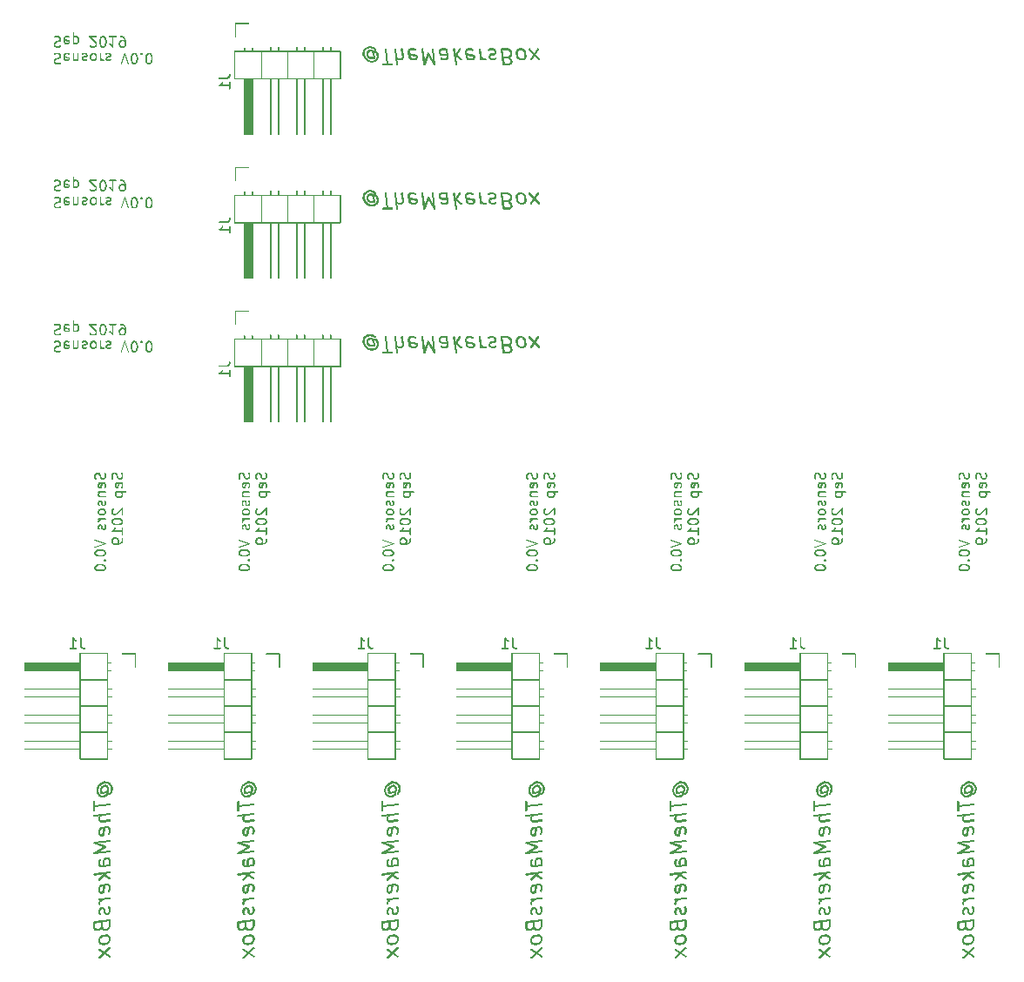
<source format=gbo>
%MOIN*%
%OFA0B0*%
%FSLAX44Y44*%
%IPPOS*%
%LPD*%
G36*
X00003103Y00018840D02*
G01*
X00003111Y00018841D01*
X00003120Y00018845D01*
X00003127Y00018852D01*
X00003131Y00018860D01*
X00003132Y00018869D01*
X00003131Y00018878D01*
X00003111Y00018935D01*
X00003108Y00018943D01*
X00003101Y00018949D01*
X00003093Y00018954D01*
X00003084Y00018955D01*
X00003075Y00018954D01*
X00003066Y00018949D01*
X00003060Y00018943D01*
X00003056Y00018935D01*
X00003055Y00018926D01*
X00003056Y00018916D01*
X00003075Y00018860D01*
X00003079Y00018852D01*
X00003085Y00018845D01*
X00003094Y00018841D01*
X00003103Y00018840D01*
G37*
G36*
X00003103Y00018746D02*
G01*
X00003111Y00018747D01*
X00003120Y00018752D01*
X00003127Y00018758D01*
X00003131Y00018766D01*
X00003132Y00018776D01*
X00003132Y00018869D01*
X00003131Y00018878D01*
X00003127Y00018887D01*
X00003120Y00018893D01*
X00003111Y00018897D01*
X00003103Y00018899D01*
X00003094Y00018897D01*
X00003085Y00018893D01*
X00003079Y00018887D01*
X00003075Y00018878D01*
X00003073Y00018869D01*
X00003073Y00018776D01*
X00003075Y00018766D01*
X00003079Y00018758D01*
X00003085Y00018752D01*
X00003094Y00018747D01*
X00003103Y00018746D01*
G37*
G36*
X00003084Y00018709D02*
G01*
X00003093Y00018710D01*
X00003101Y00018714D01*
X00003108Y00018721D01*
X00003111Y00018728D01*
X00003131Y00018766D01*
X00003131Y00018766D01*
X00003132Y00018776D01*
X00003131Y00018785D01*
X00003127Y00018792D01*
X00003120Y00018798D01*
X00003111Y00018804D01*
X00003103Y00018805D01*
X00003094Y00018804D01*
X00003085Y00018798D01*
X00003079Y00018792D01*
X00003075Y00018785D01*
X00003056Y00018747D01*
X00003055Y00018738D01*
X00003056Y00018728D01*
X00003060Y00018721D01*
X00003066Y00018714D01*
X00003075Y00018710D01*
X00003084Y00018709D01*
G37*
G36*
X00003065Y00018690D02*
G01*
X00003074Y00018691D01*
X00003083Y00018695D01*
X00003089Y00018702D01*
X00003101Y00018714D01*
X00003101Y00018714D01*
X00003108Y00018721D01*
X00003111Y00018728D01*
X00003114Y00018738D01*
X00003111Y00018747D01*
X00003108Y00018755D01*
X00003101Y00018762D01*
X00003093Y00018766D01*
X00003084Y00018768D01*
X00003075Y00018766D01*
X00003066Y00018762D01*
X00003048Y00018743D01*
X00003048Y00018743D01*
X00003041Y00018736D01*
X00003037Y00018728D01*
X00003036Y00018719D01*
X00003037Y00018710D01*
X00003041Y00018702D01*
X00003048Y00018695D01*
X00003056Y00018691D01*
X00003065Y00018690D01*
G37*
G36*
X00003028Y00018670D02*
G01*
X00003037Y00018672D01*
X00003074Y00018691D01*
X00003083Y00018695D01*
X00003089Y00018702D01*
X00003093Y00018710D01*
X00003095Y00018719D01*
X00003093Y00018728D01*
X00003089Y00018736D01*
X00003083Y00018743D01*
X00003074Y00018747D01*
X00003065Y00018749D01*
X00003056Y00018747D01*
X00003019Y00018728D01*
X00003010Y00018724D01*
X00003004Y00018718D01*
X00003000Y00018710D01*
X00002998Y00018701D01*
X00003000Y00018691D01*
X00003004Y00018683D01*
X00003010Y00018676D01*
X00003019Y00018672D01*
X00003028Y00018670D01*
G37*
G36*
X00003028Y00018670D02*
G01*
X00003037Y00018672D01*
X00003045Y00018676D01*
X00003052Y00018683D01*
X00003056Y00018691D01*
X00003057Y00018701D01*
X00003056Y00018710D01*
X00003052Y00018718D01*
X00003045Y00018724D01*
X00003037Y00018728D01*
X00003028Y00018730D01*
X00002990Y00018730D01*
X00002980Y00018728D01*
X00002973Y00018724D01*
X00002965Y00018718D01*
X00002962Y00018710D01*
X00002960Y00018701D01*
X00002962Y00018691D01*
X00002965Y00018683D01*
X00002973Y00018676D01*
X00002980Y00018672D01*
X00002990Y00018670D01*
X00003028Y00018670D01*
G37*
G36*
X00002990Y00018670D02*
G01*
X00002999Y00018672D01*
X00003008Y00018676D01*
X00003014Y00018683D01*
X00003018Y00018691D01*
X00003020Y00018701D01*
X00003018Y00018710D01*
X00003014Y00018718D01*
X00003008Y00018724D01*
X00002999Y00018728D01*
X00002962Y00018747D01*
X00002953Y00018749D01*
X00002944Y00018747D01*
X00002935Y00018743D01*
X00002929Y00018736D01*
X00002925Y00018728D01*
X00002923Y00018719D01*
X00002925Y00018710D01*
X00002929Y00018702D01*
X00002935Y00018695D01*
X00002944Y00018691D01*
X00002980Y00018672D01*
X00002990Y00018670D01*
G37*
G36*
X00002953Y00018690D02*
G01*
X00002962Y00018691D01*
X00002970Y00018695D01*
X00002977Y00018702D01*
X00002980Y00018710D01*
X00002982Y00018719D01*
X00002980Y00018728D01*
X00002977Y00018736D01*
X00002970Y00018743D01*
X00002950Y00018762D01*
X00002943Y00018766D01*
X00002934Y00018768D01*
X00002925Y00018766D01*
X00002917Y00018762D01*
X00002910Y00018755D01*
X00002906Y00018747D01*
X00002905Y00018738D01*
X00002906Y00018728D01*
X00002910Y00018721D01*
X00002935Y00018695D01*
X00002944Y00018691D01*
X00002953Y00018690D01*
G37*
G36*
X00002934Y00018709D02*
G01*
X00002943Y00018710D01*
X00002950Y00018714D01*
X00002958Y00018721D01*
X00002962Y00018728D01*
X00002964Y00018738D01*
X00002962Y00018747D01*
X00002943Y00018785D01*
X00002939Y00018792D01*
X00002933Y00018798D01*
X00002924Y00018804D01*
X00002915Y00018805D01*
X00002906Y00018804D01*
X00002898Y00018798D01*
X00002891Y00018792D01*
X00002887Y00018785D01*
X00002886Y00018776D01*
X00002887Y00018766D01*
X00002887Y00018766D01*
X00002906Y00018728D01*
X00002910Y00018721D01*
X00002917Y00018714D01*
X00002925Y00018710D01*
X00002934Y00018709D01*
G37*
G36*
X00002915Y00018746D02*
G01*
X00002924Y00018747D01*
X00002933Y00018752D01*
X00002939Y00018758D01*
X00002943Y00018766D01*
X00002945Y00018776D01*
X00002943Y00018785D01*
X00002925Y00018860D01*
X00002920Y00018868D01*
X00002914Y00018874D01*
X00002906Y00018879D01*
X00002897Y00018880D01*
X00002887Y00018879D01*
X00002879Y00018874D01*
X00002873Y00018868D01*
X00002868Y00018860D01*
X00002867Y00018850D01*
X00002868Y00018841D01*
X00002887Y00018766D01*
X00002891Y00018758D01*
X00002898Y00018752D01*
X00002906Y00018747D01*
X00002915Y00018746D01*
G37*
G36*
X00002897Y00018821D02*
G01*
X00002906Y00018822D01*
X00002914Y00018827D01*
X00002920Y00018833D01*
X00002925Y00018841D01*
X00002926Y00018850D01*
X00002925Y00018860D01*
X00002906Y00018897D01*
X00002902Y00018905D01*
X00002895Y00018912D01*
X00002887Y00018916D01*
X00002878Y00018918D01*
X00002869Y00018916D01*
X00002859Y00018912D01*
X00002854Y00018905D01*
X00002849Y00018897D01*
X00002848Y00018888D01*
X00002849Y00018879D01*
X00002868Y00018841D01*
X00002873Y00018833D01*
X00002879Y00018827D01*
X00002887Y00018822D01*
X00002897Y00018821D01*
G37*
G36*
X00002878Y00018858D02*
G01*
X00002887Y00018860D01*
X00002895Y00018864D01*
X00002902Y00018871D01*
X00002906Y00018879D01*
X00002907Y00018888D01*
X00002906Y00018897D01*
X00002902Y00018905D01*
X00002895Y00018912D01*
X00002895Y00018912D01*
X00002883Y00018924D01*
X00002876Y00018931D01*
X00002868Y00018935D01*
X00002859Y00018936D01*
X00002849Y00018935D01*
X00002842Y00018931D01*
X00002834Y00018924D01*
X00002831Y00018916D01*
X00002829Y00018907D01*
X00002831Y00018898D01*
X00002834Y00018889D01*
X00002842Y00018883D01*
X00002842Y00018883D01*
X00002854Y00018871D01*
X00002859Y00018864D01*
X00002869Y00018860D01*
X00002878Y00018858D01*
G37*
G36*
X00002859Y00018877D02*
G01*
X00002868Y00018879D01*
X00002876Y00018883D01*
X00002883Y00018889D01*
X00002887Y00018898D01*
X00002889Y00018907D01*
X00002887Y00018916D01*
X00002883Y00018924D01*
X00002876Y00018931D01*
X00002868Y00018935D01*
X00002831Y00018954D01*
X00002822Y00018955D01*
X00002812Y00018954D01*
X00002804Y00018949D01*
X00002798Y00018943D01*
X00002794Y00018935D01*
X00002792Y00018926D01*
X00002794Y00018916D01*
X00002798Y00018908D01*
X00002804Y00018902D01*
X00002812Y00018897D01*
X00002849Y00018879D01*
X00002859Y00018877D01*
G37*
G36*
X00002822Y00018896D02*
G01*
X00002831Y00018897D01*
X00002839Y00018902D01*
X00002844Y00018908D01*
X00002849Y00018916D01*
X00002851Y00018926D01*
X00002849Y00018935D01*
X00002844Y00018943D01*
X00002839Y00018949D01*
X00002831Y00018954D01*
X00002822Y00018955D01*
X00002784Y00018955D01*
X00002775Y00018954D01*
X00002767Y00018949D01*
X00002760Y00018943D01*
X00002756Y00018935D01*
X00002755Y00018926D01*
X00002756Y00018916D01*
X00002760Y00018908D01*
X00002767Y00018902D01*
X00002775Y00018897D01*
X00002784Y00018896D01*
X00002822Y00018896D01*
G37*
G36*
X00002747Y00018877D02*
G01*
X00002756Y00018879D01*
X00002793Y00018897D01*
X00002801Y00018902D01*
X00002808Y00018908D01*
X00002812Y00018916D01*
X00002814Y00018926D01*
X00002812Y00018935D01*
X00002808Y00018943D01*
X00002801Y00018949D01*
X00002793Y00018954D01*
X00002784Y00018955D01*
X00002775Y00018954D01*
X00002737Y00018935D01*
X00002728Y00018931D01*
X00002723Y00018924D01*
X00002718Y00018916D01*
X00002717Y00018907D01*
X00002718Y00018898D01*
X00002723Y00018889D01*
X00002728Y00018883D01*
X00002737Y00018879D01*
X00002747Y00018877D01*
G37*
G36*
X00002728Y00018858D02*
G01*
X00002737Y00018860D01*
X00002745Y00018864D01*
X00002752Y00018871D01*
X00002764Y00018883D01*
X00002764Y00018883D01*
X00002770Y00018889D01*
X00002775Y00018898D01*
X00002776Y00018907D01*
X00002775Y00018916D01*
X00002770Y00018924D01*
X00002764Y00018931D01*
X00002756Y00018935D01*
X00002747Y00018936D01*
X00002737Y00018935D01*
X00002728Y00018931D01*
X00002723Y00018924D01*
X00002710Y00018912D01*
X00002710Y00018912D01*
X00002703Y00018905D01*
X00002700Y00018897D01*
X00002698Y00018888D01*
X00002700Y00018879D01*
X00002703Y00018871D01*
X00002710Y00018864D01*
X00002718Y00018860D01*
X00002728Y00018858D01*
G37*
G36*
X00002708Y00018821D02*
G01*
X00002718Y00018822D01*
X00002726Y00018827D01*
X00002733Y00018833D01*
X00002737Y00018841D01*
X00002756Y00018879D01*
X00002757Y00018888D01*
X00002756Y00018897D01*
X00002752Y00018905D01*
X00002745Y00018912D01*
X00002737Y00018916D01*
X00002728Y00018918D01*
X00002718Y00018916D01*
X00002710Y00018912D01*
X00002703Y00018905D01*
X00002700Y00018897D01*
X00002681Y00018860D01*
X00002680Y00018850D01*
X00002681Y00018841D01*
X00002685Y00018833D01*
X00002692Y00018827D01*
X00002700Y00018822D01*
X00002708Y00018821D01*
G37*
G36*
X00002708Y00018726D02*
G01*
X00002718Y00018728D01*
X00002726Y00018732D01*
X00002733Y00018738D01*
X00002737Y00018748D01*
X00002738Y00018757D01*
X00002738Y00018850D01*
X00002737Y00018860D01*
X00002733Y00018868D01*
X00002726Y00018874D01*
X00002718Y00018879D01*
X00002708Y00018880D01*
X00002700Y00018879D01*
X00002692Y00018874D01*
X00002685Y00018868D01*
X00002681Y00018860D01*
X00002680Y00018850D01*
X00002680Y00018757D01*
X00002681Y00018748D01*
X00002685Y00018738D01*
X00002692Y00018732D01*
X00002700Y00018728D01*
X00002708Y00018726D01*
G37*
G36*
X00002728Y00018670D02*
G01*
X00002737Y00018672D01*
X00002745Y00018676D01*
X00002752Y00018683D01*
X00002756Y00018691D01*
X00002757Y00018701D01*
X00002756Y00018710D01*
X00002737Y00018766D01*
X00002733Y00018774D01*
X00002726Y00018781D01*
X00002718Y00018785D01*
X00002708Y00018786D01*
X00002700Y00018785D01*
X00002692Y00018781D01*
X00002685Y00018774D01*
X00002681Y00018766D01*
X00002680Y00018757D01*
X00002681Y00018748D01*
X00002700Y00018691D01*
X00002703Y00018683D01*
X00002710Y00018676D01*
X00002718Y00018672D01*
X00002728Y00018670D01*
G37*
G36*
X00003084Y00018352D02*
G01*
X00003093Y00018354D01*
X00003101Y00018358D01*
X00003108Y00018364D01*
X00003111Y00018372D01*
X00003131Y00018410D01*
X00003131Y00018410D01*
X00003132Y00018419D01*
X00003131Y00018428D01*
X00003127Y00018437D01*
X00003120Y00018443D01*
X00003111Y00018447D01*
X00003103Y00018449D01*
X00003094Y00018447D01*
X00003085Y00018443D01*
X00003079Y00018437D01*
X00003075Y00018428D01*
X00003056Y00018391D01*
X00003055Y00018382D01*
X00003056Y00018372D01*
X00003060Y00018364D01*
X00003066Y00018358D01*
X00003075Y00018354D01*
X00003084Y00018352D01*
G37*
G36*
X00003103Y00018390D02*
G01*
X00003111Y00018391D01*
X00003120Y00018395D01*
X00003127Y00018402D01*
X00003131Y00018410D01*
X00003132Y00018419D01*
X00003132Y00018494D01*
X00003131Y00018503D01*
X00003127Y00018512D01*
X00003120Y00018518D01*
X00003111Y00018522D01*
X00003103Y00018524D01*
X00003094Y00018522D01*
X00003085Y00018518D01*
X00003079Y00018512D01*
X00003075Y00018503D01*
X00003073Y00018494D01*
X00003073Y00018419D01*
X00003075Y00018410D01*
X00003079Y00018402D01*
X00003085Y00018395D01*
X00003094Y00018391D01*
X00003103Y00018390D01*
G37*
G36*
X00003103Y00018465D02*
G01*
X00003111Y00018466D01*
X00003120Y00018470D01*
X00003127Y00018477D01*
X00003131Y00018484D01*
X00003132Y00018494D01*
X00003131Y00018503D01*
X00003111Y00018541D01*
X00003108Y00018548D01*
X00003101Y00018556D01*
X00003093Y00018560D01*
X00003084Y00018561D01*
X00003075Y00018560D01*
X00003066Y00018556D01*
X00003060Y00018548D01*
X00003056Y00018541D01*
X00003055Y00018532D01*
X00003056Y00018523D01*
X00003075Y00018484D01*
X00003079Y00018477D01*
X00003085Y00018470D01*
X00003094Y00018466D01*
X00003103Y00018465D01*
G37*
G36*
X00003084Y00018502D02*
G01*
X00003093Y00018504D01*
X00003101Y00018508D01*
X00003108Y00018514D01*
X00003111Y00018523D01*
X00003114Y00018532D01*
X00003111Y00018541D01*
X00003108Y00018548D01*
X00003101Y00018556D01*
X00003093Y00018560D01*
X00003056Y00018579D01*
X00003047Y00018580D01*
X00003037Y00018579D01*
X00003029Y00018574D01*
X00003023Y00018568D01*
X00003018Y00018560D01*
X00003017Y00018550D01*
X00003018Y00018541D01*
X00003023Y00018533D01*
X00003029Y00018527D01*
X00003037Y00018522D01*
X00003075Y00018504D01*
X00003084Y00018502D01*
G37*
G36*
X00003047Y00018521D02*
G01*
X00003056Y00018522D01*
X00003064Y00018527D01*
X00003070Y00018533D01*
X00003075Y00018541D01*
X00003076Y00018550D01*
X00003075Y00018560D01*
X00003070Y00018568D01*
X00003064Y00018574D01*
X00003056Y00018579D01*
X00003047Y00018580D01*
X00002897Y00018580D01*
X00002887Y00018579D01*
X00002879Y00018574D01*
X00002873Y00018568D01*
X00002868Y00018560D01*
X00002867Y00018550D01*
X00002868Y00018541D01*
X00002873Y00018533D01*
X00002879Y00018527D01*
X00002887Y00018522D01*
X00002897Y00018521D01*
X00003047Y00018521D01*
G37*
G36*
X00002859Y00018502D02*
G01*
X00002868Y00018504D01*
X00002906Y00018522D01*
X00002914Y00018527D01*
X00002920Y00018533D01*
X00002925Y00018541D01*
X00002926Y00018550D01*
X00002925Y00018560D01*
X00002920Y00018568D01*
X00002914Y00018574D01*
X00002906Y00018579D01*
X00002897Y00018580D01*
X00002887Y00018579D01*
X00002849Y00018560D01*
X00002842Y00018556D01*
X00002834Y00018548D01*
X00002831Y00018541D01*
X00002829Y00018532D01*
X00002831Y00018523D01*
X00002834Y00018514D01*
X00002842Y00018508D01*
X00002849Y00018504D01*
X00002859Y00018502D01*
G37*
G36*
X00002839Y00018465D02*
G01*
X00002849Y00018466D01*
X00002858Y00018470D01*
X00002864Y00018477D01*
X00002868Y00018484D01*
X00002887Y00018522D01*
X00002887Y00018523D01*
X00002889Y00018532D01*
X00002887Y00018541D01*
X00002883Y00018548D01*
X00002876Y00018556D01*
X00002868Y00018560D01*
X00002859Y00018561D01*
X00002849Y00018560D01*
X00002842Y00018556D01*
X00002834Y00018548D01*
X00002831Y00018541D01*
X00002812Y00018503D01*
X00002811Y00018494D01*
X00002812Y00018484D01*
X00002816Y00018477D01*
X00002823Y00018470D01*
X00002831Y00018466D01*
X00002839Y00018465D01*
G37*
G36*
X00002839Y00018390D02*
G01*
X00002849Y00018391D01*
X00002858Y00018395D01*
X00002864Y00018402D01*
X00002868Y00018410D01*
X00002870Y00018419D01*
X00002870Y00018494D01*
X00002868Y00018503D01*
X00002864Y00018512D01*
X00002858Y00018518D01*
X00002849Y00018522D01*
X00002839Y00018524D01*
X00002831Y00018522D01*
X00002823Y00018518D01*
X00002816Y00018512D01*
X00002812Y00018503D01*
X00002811Y00018494D01*
X00002811Y00018419D01*
X00002812Y00018410D01*
X00002816Y00018402D01*
X00002823Y00018395D01*
X00002831Y00018391D01*
X00002839Y00018390D01*
G37*
G36*
X00002859Y00018352D02*
G01*
X00002868Y00018354D01*
X00002876Y00018358D01*
X00002883Y00018364D01*
X00002887Y00018372D01*
X00002889Y00018382D01*
X00002887Y00018391D01*
X00002868Y00018428D01*
X00002864Y00018437D01*
X00002858Y00018443D01*
X00002849Y00018447D01*
X00002839Y00018449D01*
X00002831Y00018447D01*
X00002823Y00018443D01*
X00002816Y00018437D01*
X00002812Y00018428D01*
X00002811Y00018419D01*
X00002812Y00018410D01*
X00002831Y00018372D01*
X00002834Y00018364D01*
X00002842Y00018358D01*
X00002849Y00018354D01*
X00002859Y00018352D01*
G37*
G36*
X00002897Y00018334D02*
G01*
X00002906Y00018335D01*
X00002914Y00018339D01*
X00002920Y00018346D01*
X00002925Y00018354D01*
X00002926Y00018363D01*
X00002925Y00018372D01*
X00002920Y00018380D01*
X00002914Y00018387D01*
X00002906Y00018391D01*
X00002868Y00018410D01*
X00002859Y00018411D01*
X00002849Y00018410D01*
X00002842Y00018406D01*
X00002834Y00018399D01*
X00002831Y00018391D01*
X00002829Y00018382D01*
X00002831Y00018372D01*
X00002834Y00018364D01*
X00002842Y00018358D01*
X00002849Y00018354D01*
X00002887Y00018335D01*
X00002897Y00018334D01*
G37*
G36*
X00002934Y00018334D02*
G01*
X00002943Y00018335D01*
X00002950Y00018339D01*
X00002958Y00018346D01*
X00002962Y00018354D01*
X00002964Y00018363D01*
X00002962Y00018372D01*
X00002958Y00018380D01*
X00002950Y00018387D01*
X00002943Y00018391D01*
X00002934Y00018393D01*
X00002897Y00018393D01*
X00002887Y00018391D01*
X00002879Y00018387D01*
X00002873Y00018380D01*
X00002868Y00018372D01*
X00002867Y00018363D01*
X00002868Y00018354D01*
X00002873Y00018346D01*
X00002879Y00018339D01*
X00002887Y00018335D01*
X00002897Y00018334D01*
X00002934Y00018334D01*
G37*
G36*
X00002934Y00018334D02*
G01*
X00002943Y00018335D01*
X00002950Y00018339D01*
X00002958Y00018346D01*
X00002962Y00018354D01*
X00003000Y00018541D01*
X00003001Y00018550D01*
X00003000Y00018560D01*
X00002995Y00018568D01*
X00002989Y00018574D01*
X00002980Y00018579D01*
X00002972Y00018580D01*
X00002962Y00018579D01*
X00002954Y00018574D01*
X00002948Y00018568D01*
X00002943Y00018560D01*
X00002906Y00018372D01*
X00002905Y00018363D01*
X00002906Y00018354D01*
X00002910Y00018346D01*
X00002917Y00018339D01*
X00002925Y00018335D01*
X00002934Y00018334D01*
G37*
G36*
X00003103Y00018165D02*
G01*
X00003111Y00018166D01*
X00003120Y00018170D01*
X00003127Y00018177D01*
X00003131Y00018184D01*
X00003132Y00018194D01*
X00003131Y00018203D01*
X00003127Y00018212D01*
X00003120Y00018218D01*
X00003111Y00018222D01*
X00003103Y00018224D01*
X00002839Y00018224D01*
X00002831Y00018222D01*
X00002823Y00018218D01*
X00002816Y00018212D01*
X00002812Y00018203D01*
X00002811Y00018194D01*
X00002812Y00018184D01*
X00002816Y00018177D01*
X00002823Y00018170D01*
X00002831Y00018166D01*
X00002839Y00018165D01*
X00003103Y00018165D01*
G37*
G36*
X00002859Y00018146D02*
G01*
X00002868Y00018148D01*
X00002876Y00018152D01*
X00002902Y00018177D01*
X00002906Y00018184D01*
X00002907Y00018194D01*
X00002906Y00018203D01*
X00002902Y00018212D01*
X00002895Y00018218D01*
X00002887Y00018222D01*
X00002878Y00018224D01*
X00002869Y00018222D01*
X00002859Y00018218D01*
X00002834Y00018193D01*
X00002831Y00018184D01*
X00002829Y00018176D01*
X00002831Y00018166D01*
X00002834Y00018158D01*
X00002842Y00018152D01*
X00002849Y00018148D01*
X00002859Y00018146D01*
G37*
G36*
X00002839Y00018109D02*
G01*
X00002849Y00018110D01*
X00002858Y00018114D01*
X00002864Y00018121D01*
X00002868Y00018128D01*
X00002887Y00018166D01*
X00002887Y00018166D01*
X00002889Y00018176D01*
X00002887Y00018184D01*
X00002883Y00018193D01*
X00002876Y00018199D01*
X00002868Y00018204D01*
X00002859Y00018205D01*
X00002849Y00018204D01*
X00002842Y00018199D01*
X00002834Y00018193D01*
X00002831Y00018184D01*
X00002812Y00018147D01*
X00002811Y00018138D01*
X00002812Y00018128D01*
X00002816Y00018121D01*
X00002823Y00018114D01*
X00002831Y00018110D01*
X00002839Y00018109D01*
G37*
G36*
X00002839Y00018052D02*
G01*
X00002849Y00018054D01*
X00002858Y00018058D01*
X00002864Y00018064D01*
X00002868Y00018073D01*
X00002870Y00018082D01*
X00002870Y00018138D01*
X00002868Y00018147D01*
X00002864Y00018155D01*
X00002858Y00018162D01*
X00002849Y00018166D01*
X00002839Y00018168D01*
X00002831Y00018166D01*
X00002823Y00018162D01*
X00002816Y00018155D01*
X00002812Y00018147D01*
X00002811Y00018138D01*
X00002811Y00018082D01*
X00002812Y00018073D01*
X00002816Y00018064D01*
X00002823Y00018058D01*
X00002831Y00018054D01*
X00002839Y00018052D01*
G37*
G36*
X00002859Y00018015D02*
G01*
X00002868Y00018016D01*
X00002876Y00018020D01*
X00002883Y00018027D01*
X00002887Y00018035D01*
X00002889Y00018044D01*
X00002887Y00018053D01*
X00002868Y00018091D01*
X00002864Y00018099D01*
X00002858Y00018106D01*
X00002849Y00018110D01*
X00002839Y00018111D01*
X00002831Y00018110D01*
X00002823Y00018106D01*
X00002816Y00018099D01*
X00002812Y00018091D01*
X00002811Y00018082D01*
X00002812Y00018073D01*
X00002831Y00018035D01*
X00002834Y00018027D01*
X00002842Y00018020D01*
X00002849Y00018016D01*
X00002859Y00018015D01*
G37*
G36*
X00002897Y00017996D02*
G01*
X00002906Y00017998D01*
X00002914Y00018002D01*
X00002920Y00018008D01*
X00002925Y00018016D01*
X00002926Y00018026D01*
X00002925Y00018035D01*
X00002920Y00018043D01*
X00002914Y00018050D01*
X00002906Y00018054D01*
X00002868Y00018072D01*
X00002859Y00018074D01*
X00002849Y00018072D01*
X00002842Y00018068D01*
X00002834Y00018062D01*
X00002831Y00018053D01*
X00002829Y00018044D01*
X00002831Y00018035D01*
X00002834Y00018027D01*
X00002842Y00018020D01*
X00002849Y00018016D01*
X00002887Y00017998D01*
X00002897Y00017996D01*
G37*
G36*
X00003103Y00017996D02*
G01*
X00003111Y00017998D01*
X00003120Y00018002D01*
X00003127Y00018008D01*
X00003131Y00018016D01*
X00003132Y00018026D01*
X00003131Y00018035D01*
X00003127Y00018043D01*
X00003120Y00018050D01*
X00003111Y00018054D01*
X00003103Y00018055D01*
X00002897Y00018055D01*
X00002887Y00018054D01*
X00002879Y00018050D01*
X00002873Y00018043D01*
X00002868Y00018035D01*
X00002867Y00018026D01*
X00002868Y00018016D01*
X00002873Y00018008D01*
X00002879Y00018002D01*
X00002887Y00017998D01*
X00002897Y00017996D01*
X00003103Y00017996D01*
G37*
G36*
X00003103Y00017790D02*
G01*
X00003111Y00017791D01*
X00003120Y00017796D01*
X00003127Y00017802D01*
X00003131Y00017810D01*
X00003132Y00017818D01*
X00003131Y00017829D01*
X00003111Y00017866D01*
X00003108Y00017874D01*
X00003101Y00017880D01*
X00003093Y00017884D01*
X00003084Y00017886D01*
X00003075Y00017884D01*
X00003066Y00017880D01*
X00003060Y00017874D01*
X00003056Y00017866D01*
X00003055Y00017857D01*
X00003056Y00017848D01*
X00003056Y00017847D01*
X00003075Y00017810D01*
X00003079Y00017802D01*
X00003085Y00017796D01*
X00003094Y00017791D01*
X00003103Y00017790D01*
G37*
G36*
X00003103Y00017715D02*
G01*
X00003111Y00017716D01*
X00003120Y00017721D01*
X00003127Y00017727D01*
X00003131Y00017735D01*
X00003132Y00017744D01*
X00003132Y00017818D01*
X00003131Y00017829D01*
X00003127Y00017837D01*
X00003120Y00017843D01*
X00003111Y00017847D01*
X00003103Y00017849D01*
X00003094Y00017847D01*
X00003085Y00017843D01*
X00003079Y00017837D01*
X00003075Y00017829D01*
X00003073Y00017818D01*
X00003073Y00017744D01*
X00003075Y00017735D01*
X00003079Y00017727D01*
X00003085Y00017721D01*
X00003094Y00017716D01*
X00003103Y00017715D01*
G37*
G36*
X00003084Y00017677D02*
G01*
X00003093Y00017679D01*
X00003101Y00017683D01*
X00003108Y00017690D01*
X00003111Y00017698D01*
X00003131Y00017735D01*
X00003131Y00017735D01*
X00003132Y00017744D01*
X00003131Y00017754D01*
X00003127Y00017762D01*
X00003120Y00017768D01*
X00003111Y00017772D01*
X00003103Y00017774D01*
X00003094Y00017772D01*
X00003085Y00017768D01*
X00003079Y00017762D01*
X00003075Y00017754D01*
X00003056Y00017716D01*
X00003055Y00017707D01*
X00003056Y00017698D01*
X00003060Y00017690D01*
X00003066Y00017683D01*
X00003075Y00017679D01*
X00003084Y00017677D01*
G37*
G36*
X00003047Y00017659D02*
G01*
X00003056Y00017660D01*
X00003093Y00017679D01*
X00003101Y00017683D01*
X00003108Y00017690D01*
X00003111Y00017698D01*
X00003114Y00017707D01*
X00003111Y00017716D01*
X00003108Y00017724D01*
X00003101Y00017731D01*
X00003093Y00017735D01*
X00003084Y00017736D01*
X00003075Y00017735D01*
X00003037Y00017716D01*
X00003029Y00017712D01*
X00003023Y00017706D01*
X00003018Y00017697D01*
X00003017Y00017688D01*
X00003018Y00017679D01*
X00003023Y00017671D01*
X00003029Y00017664D01*
X00003037Y00017660D01*
X00003047Y00017659D01*
G37*
G36*
X00003047Y00017659D02*
G01*
X00003056Y00017660D01*
X00003064Y00017664D01*
X00003070Y00017671D01*
X00003075Y00017679D01*
X00003076Y00017688D01*
X00003075Y00017697D01*
X00003070Y00017706D01*
X00003064Y00017712D01*
X00003056Y00017716D01*
X00003047Y00017718D01*
X00003028Y00017718D01*
X00003019Y00017716D01*
X00003010Y00017712D01*
X00003004Y00017706D01*
X00003000Y00017697D01*
X00002998Y00017688D01*
X00003000Y00017679D01*
X00003004Y00017671D01*
X00003010Y00017664D01*
X00003019Y00017660D01*
X00003028Y00017659D01*
X00003047Y00017659D01*
G37*
G36*
X00003028Y00017659D02*
G01*
X00003037Y00017660D01*
X00003045Y00017664D01*
X00003052Y00017671D01*
X00003056Y00017679D01*
X00003057Y00017688D01*
X00003056Y00017697D01*
X00003052Y00017706D01*
X00003045Y00017712D01*
X00003037Y00017716D01*
X00002999Y00017735D01*
X00002990Y00017736D01*
X00002980Y00017735D01*
X00002973Y00017731D01*
X00002965Y00017724D01*
X00002962Y00017716D01*
X00002960Y00017707D01*
X00002962Y00017698D01*
X00002965Y00017690D01*
X00002973Y00017683D01*
X00002980Y00017679D01*
X00003019Y00017660D01*
X00003028Y00017659D01*
G37*
G36*
X00002990Y00017677D02*
G01*
X00002999Y00017679D01*
X00003008Y00017683D01*
X00003014Y00017690D01*
X00003018Y00017698D01*
X00003020Y00017707D01*
X00003018Y00017716D01*
X00003000Y00017754D01*
X00002995Y00017762D01*
X00002989Y00017768D01*
X00002980Y00017772D01*
X00002972Y00017774D01*
X00002962Y00017772D01*
X00002954Y00017768D01*
X00002948Y00017762D01*
X00002943Y00017754D01*
X00002942Y00017744D01*
X00002943Y00017735D01*
X00002944Y00017735D01*
X00002962Y00017698D01*
X00002965Y00017690D01*
X00002973Y00017683D01*
X00002980Y00017679D01*
X00002990Y00017677D01*
G37*
G36*
X00002972Y00017715D02*
G01*
X00002980Y00017716D01*
X00002989Y00017721D01*
X00002995Y00017727D01*
X00003000Y00017735D01*
X00003001Y00017744D01*
X00003001Y00017801D01*
X00003000Y00017810D01*
X00002995Y00017818D01*
X00002989Y00017824D01*
X00002980Y00017829D01*
X00002972Y00017830D01*
X00002962Y00017829D01*
X00002954Y00017824D01*
X00002948Y00017818D01*
X00002943Y00017810D01*
X00002942Y00017801D01*
X00002942Y00017744D01*
X00002943Y00017735D01*
X00002948Y00017727D01*
X00002954Y00017721D01*
X00002962Y00017716D01*
X00002972Y00017715D01*
G37*
G36*
X00002972Y00017771D02*
G01*
X00002980Y00017773D01*
X00002989Y00017777D01*
X00002995Y00017783D01*
X00003000Y00017792D01*
X00003001Y00017801D01*
X00003000Y00017810D01*
X00002980Y00017847D01*
X00002977Y00017856D01*
X00002970Y00017862D01*
X00002962Y00017866D01*
X00002953Y00017868D01*
X00002944Y00017866D01*
X00002935Y00017862D01*
X00002929Y00017856D01*
X00002925Y00017847D01*
X00002923Y00017838D01*
X00002925Y00017829D01*
X00002925Y00017829D01*
X00002943Y00017792D01*
X00002948Y00017783D01*
X00002954Y00017777D01*
X00002962Y00017773D01*
X00002972Y00017771D01*
G37*
G36*
X00002953Y00017809D02*
G01*
X00002962Y00017810D01*
X00002970Y00017814D01*
X00002977Y00017820D01*
X00002980Y00017829D01*
X00002982Y00017838D01*
X00002980Y00017847D01*
X00002977Y00017856D01*
X00002970Y00017862D01*
X00002962Y00017866D01*
X00002924Y00017884D01*
X00002915Y00017886D01*
X00002906Y00017884D01*
X00002898Y00017880D01*
X00002891Y00017874D01*
X00002887Y00017866D01*
X00002886Y00017857D01*
X00002887Y00017848D01*
X00002891Y00017840D01*
X00002898Y00017833D01*
X00002906Y00017829D01*
X00002944Y00017810D01*
X00002953Y00017809D01*
G37*
G36*
X00002915Y00017826D02*
G01*
X00002924Y00017829D01*
X00002933Y00017833D01*
X00002939Y00017840D01*
X00002943Y00017848D01*
X00002945Y00017857D01*
X00002943Y00017866D01*
X00002939Y00017874D01*
X00002933Y00017880D01*
X00002924Y00017884D01*
X00002915Y00017886D01*
X00002897Y00017886D01*
X00002887Y00017884D01*
X00002879Y00017880D01*
X00002873Y00017874D01*
X00002868Y00017866D01*
X00002867Y00017857D01*
X00002868Y00017848D01*
X00002873Y00017840D01*
X00002879Y00017833D01*
X00002887Y00017829D01*
X00002897Y00017826D01*
X00002915Y00017826D01*
G37*
G36*
X00002859Y00017809D02*
G01*
X00002868Y00017810D01*
X00002906Y00017829D01*
X00002914Y00017833D01*
X00002920Y00017840D01*
X00002925Y00017848D01*
X00002926Y00017857D01*
X00002925Y00017866D01*
X00002920Y00017874D01*
X00002914Y00017880D01*
X00002906Y00017884D01*
X00002897Y00017886D01*
X00002887Y00017884D01*
X00002849Y00017866D01*
X00002842Y00017862D01*
X00002834Y00017856D01*
X00002831Y00017847D01*
X00002829Y00017838D01*
X00002831Y00017829D01*
X00002834Y00017820D01*
X00002842Y00017814D01*
X00002849Y00017810D01*
X00002859Y00017809D01*
G37*
G36*
X00002839Y00017771D02*
G01*
X00002849Y00017773D01*
X00002858Y00017777D01*
X00002864Y00017783D01*
X00002868Y00017792D01*
X00002887Y00017829D01*
X00002887Y00017829D01*
X00002889Y00017838D01*
X00002887Y00017847D01*
X00002883Y00017856D01*
X00002876Y00017862D01*
X00002868Y00017866D01*
X00002859Y00017868D01*
X00002849Y00017866D01*
X00002842Y00017862D01*
X00002834Y00017856D01*
X00002831Y00017847D01*
X00002812Y00017810D01*
X00002811Y00017801D01*
X00002812Y00017792D01*
X00002816Y00017783D01*
X00002823Y00017777D01*
X00002831Y00017773D01*
X00002839Y00017771D01*
G37*
G36*
X00002839Y00017715D02*
G01*
X00002849Y00017716D01*
X00002858Y00017721D01*
X00002864Y00017727D01*
X00002868Y00017735D01*
X00002870Y00017744D01*
X00002870Y00017801D01*
X00002868Y00017810D01*
X00002864Y00017818D01*
X00002858Y00017824D01*
X00002849Y00017829D01*
X00002839Y00017830D01*
X00002831Y00017829D01*
X00002823Y00017824D01*
X00002816Y00017818D01*
X00002812Y00017810D01*
X00002811Y00017801D01*
X00002811Y00017744D01*
X00002812Y00017735D01*
X00002816Y00017727D01*
X00002823Y00017721D01*
X00002831Y00017716D01*
X00002839Y00017715D01*
G37*
G36*
X00002859Y00017677D02*
G01*
X00002868Y00017679D01*
X00002876Y00017683D01*
X00002883Y00017690D01*
X00002887Y00017698D01*
X00002889Y00017707D01*
X00002887Y00017716D01*
X00002868Y00017754D01*
X00002864Y00017762D01*
X00002858Y00017768D01*
X00002849Y00017772D01*
X00002839Y00017774D01*
X00002831Y00017772D01*
X00002823Y00017768D01*
X00002816Y00017762D01*
X00002812Y00017754D01*
X00002811Y00017744D01*
X00002812Y00017735D01*
X00002831Y00017698D01*
X00002834Y00017690D01*
X00002842Y00017683D01*
X00002849Y00017679D01*
X00002859Y00017677D01*
G37*
G36*
X00003103Y00017434D02*
G01*
X00003111Y00017435D01*
X00003120Y00017439D01*
X00003127Y00017446D01*
X00003131Y00017454D01*
X00003132Y00017463D01*
X00003131Y00017472D01*
X00003111Y00017510D01*
X00003108Y00017518D01*
X00003101Y00017525D01*
X00003093Y00017529D01*
X00003084Y00017530D01*
X00003075Y00017529D01*
X00003066Y00017525D01*
X00003060Y00017518D01*
X00003056Y00017510D01*
X00003055Y00017501D01*
X00003056Y00017492D01*
X00003075Y00017454D01*
X00003079Y00017446D01*
X00003085Y00017439D01*
X00003094Y00017435D01*
X00003103Y00017434D01*
G37*
G36*
X00003084Y00017471D02*
G01*
X00003093Y00017473D01*
X00003101Y00017477D01*
X00003108Y00017483D01*
X00003111Y00017492D01*
X00003114Y00017501D01*
X00003111Y00017510D01*
X00003108Y00017518D01*
X00003101Y00017525D01*
X00003083Y00017543D01*
X00003074Y00017548D01*
X00003065Y00017549D01*
X00003056Y00017548D01*
X00003048Y00017543D01*
X00003041Y00017537D01*
X00003037Y00017529D01*
X00003036Y00017518D01*
X00003037Y00017510D01*
X00003041Y00017502D01*
X00003048Y00017496D01*
X00003066Y00017477D01*
X00003075Y00017473D01*
X00003084Y00017471D01*
G37*
G36*
X00003065Y00017490D02*
G01*
X00003074Y00017491D01*
X00003083Y00017496D01*
X00003089Y00017502D01*
X00003093Y00017510D01*
X00003095Y00017518D01*
X00003093Y00017529D01*
X00003089Y00017537D01*
X00003083Y00017543D01*
X00003074Y00017548D01*
X00003037Y00017566D01*
X00003028Y00017568D01*
X00003019Y00017566D01*
X00003010Y00017562D01*
X00003004Y00017556D01*
X00003000Y00017547D01*
X00002998Y00017538D01*
X00003000Y00017529D01*
X00003004Y00017520D01*
X00003010Y00017514D01*
X00003019Y00017510D01*
X00003056Y00017491D01*
X00003065Y00017490D01*
G37*
G36*
X00003028Y00017509D02*
G01*
X00003037Y00017510D01*
X00003045Y00017514D01*
X00003052Y00017520D01*
X00003056Y00017529D01*
X00003057Y00017538D01*
X00003056Y00017547D01*
X00003052Y00017556D01*
X00003045Y00017562D01*
X00003037Y00017566D01*
X00003028Y00017568D01*
X00002915Y00017568D01*
X00002906Y00017566D01*
X00002898Y00017562D01*
X00002891Y00017556D01*
X00002887Y00017547D01*
X00002886Y00017538D01*
X00002887Y00017529D01*
X00002891Y00017520D01*
X00002898Y00017514D01*
X00002906Y00017510D01*
X00002915Y00017509D01*
X00003028Y00017509D01*
G37*
G36*
X00002878Y00017490D02*
G01*
X00002887Y00017491D01*
X00002924Y00017510D01*
X00002933Y00017514D01*
X00002939Y00017520D01*
X00002943Y00017529D01*
X00002945Y00017538D01*
X00002943Y00017547D01*
X00002939Y00017556D01*
X00002933Y00017562D01*
X00002924Y00017566D01*
X00002915Y00017568D01*
X00002906Y00017566D01*
X00002869Y00017548D01*
X00002859Y00017543D01*
X00002854Y00017537D01*
X00002849Y00017529D01*
X00002848Y00017518D01*
X00002849Y00017510D01*
X00002854Y00017502D01*
X00002859Y00017496D01*
X00002869Y00017491D01*
X00002878Y00017490D01*
G37*
G36*
X00002859Y00017471D02*
G01*
X00002868Y00017473D01*
X00002876Y00017477D01*
X00002883Y00017483D01*
X00002895Y00017496D01*
X00002895Y00017496D01*
X00002902Y00017502D01*
X00002906Y00017510D01*
X00002907Y00017518D01*
X00002906Y00017529D01*
X00002902Y00017537D01*
X00002895Y00017543D01*
X00002887Y00017548D01*
X00002878Y00017549D01*
X00002869Y00017548D01*
X00002859Y00017543D01*
X00002854Y00017537D01*
X00002842Y00017525D01*
X00002842Y00017525D01*
X00002834Y00017518D01*
X00002831Y00017510D01*
X00002829Y00017501D01*
X00002831Y00017492D01*
X00002834Y00017483D01*
X00002842Y00017477D01*
X00002849Y00017473D01*
X00002859Y00017471D01*
G37*
G36*
X00002839Y00017434D02*
G01*
X00002849Y00017435D01*
X00002858Y00017439D01*
X00002864Y00017446D01*
X00002868Y00017454D01*
X00002887Y00017491D01*
X00002887Y00017492D01*
X00002889Y00017501D01*
X00002887Y00017510D01*
X00002883Y00017518D01*
X00002876Y00017525D01*
X00002868Y00017529D01*
X00002859Y00017530D01*
X00002849Y00017529D01*
X00002842Y00017525D01*
X00002834Y00017518D01*
X00002831Y00017510D01*
X00002812Y00017472D01*
X00002811Y00017463D01*
X00002812Y00017454D01*
X00002816Y00017446D01*
X00002823Y00017439D01*
X00002831Y00017435D01*
X00002839Y00017434D01*
G37*
G36*
X00002839Y00017377D02*
G01*
X00002849Y00017379D01*
X00002858Y00017383D01*
X00002864Y00017390D01*
X00002868Y00017398D01*
X00002870Y00017407D01*
X00002870Y00017463D01*
X00002868Y00017472D01*
X00002864Y00017481D01*
X00002858Y00017487D01*
X00002849Y00017491D01*
X00002839Y00017493D01*
X00002831Y00017491D01*
X00002823Y00017487D01*
X00002816Y00017481D01*
X00002812Y00017472D01*
X00002811Y00017463D01*
X00002811Y00017407D01*
X00002812Y00017398D01*
X00002816Y00017390D01*
X00002823Y00017383D01*
X00002831Y00017379D01*
X00002839Y00017377D01*
G37*
G36*
X00002859Y00017340D02*
G01*
X00002868Y00017340D01*
X00002876Y00017346D01*
X00002883Y00017352D01*
X00002887Y00017360D01*
X00002889Y00017369D01*
X00002887Y00017379D01*
X00002868Y00017416D01*
X00002864Y00017424D01*
X00002858Y00017431D01*
X00002849Y00017435D01*
X00002839Y00017436D01*
X00002831Y00017435D01*
X00002823Y00017431D01*
X00002816Y00017424D01*
X00002812Y00017416D01*
X00002811Y00017407D01*
X00002812Y00017398D01*
X00002831Y00017360D01*
X00002834Y00017352D01*
X00002842Y00017346D01*
X00002849Y00017340D01*
X00002859Y00017340D01*
G37*
G36*
X00002878Y00017321D02*
G01*
X00002887Y00017323D01*
X00002895Y00017327D01*
X00002902Y00017333D01*
X00002906Y00017342D01*
X00002907Y00017351D01*
X00002906Y00017360D01*
X00002902Y00017368D01*
X00002876Y00017393D01*
X00002868Y00017398D01*
X00002859Y00017398D01*
X00002849Y00017398D01*
X00002842Y00017393D01*
X00002834Y00017387D01*
X00002831Y00017379D01*
X00002829Y00017369D01*
X00002831Y00017360D01*
X00002834Y00017352D01*
X00002859Y00017327D01*
X00002869Y00017323D01*
X00002878Y00017321D01*
G37*
G36*
X00002915Y00017302D02*
G01*
X00002924Y00017304D01*
X00002933Y00017308D01*
X00002939Y00017315D01*
X00002943Y00017323D01*
X00002945Y00017332D01*
X00002943Y00017340D01*
X00002939Y00017349D01*
X00002933Y00017356D01*
X00002924Y00017360D01*
X00002887Y00017379D01*
X00002878Y00017380D01*
X00002869Y00017379D01*
X00002859Y00017375D01*
X00002854Y00017368D01*
X00002849Y00017360D01*
X00002848Y00017351D01*
X00002849Y00017342D01*
X00002854Y00017333D01*
X00002859Y00017327D01*
X00002869Y00017323D01*
X00002906Y00017304D01*
X00002915Y00017302D01*
G37*
G36*
X00003028Y00017302D02*
G01*
X00003037Y00017304D01*
X00003045Y00017308D01*
X00003052Y00017315D01*
X00003056Y00017323D01*
X00003057Y00017332D01*
X00003056Y00017340D01*
X00003052Y00017349D01*
X00003045Y00017356D01*
X00003037Y00017360D01*
X00003028Y00017361D01*
X00002915Y00017361D01*
X00002906Y00017360D01*
X00002898Y00017356D01*
X00002891Y00017349D01*
X00002887Y00017340D01*
X00002886Y00017332D01*
X00002887Y00017323D01*
X00002891Y00017315D01*
X00002898Y00017308D01*
X00002906Y00017304D01*
X00002915Y00017302D01*
X00003028Y00017302D01*
G37*
G36*
X00003028Y00017302D02*
G01*
X00003037Y00017304D01*
X00003074Y00017323D01*
X00003083Y00017327D01*
X00003089Y00017333D01*
X00003093Y00017342D01*
X00003095Y00017351D01*
X00003093Y00017360D01*
X00003089Y00017368D01*
X00003083Y00017375D01*
X00003074Y00017379D01*
X00003065Y00017380D01*
X00003056Y00017379D01*
X00003019Y00017360D01*
X00003010Y00017356D01*
X00003004Y00017349D01*
X00003000Y00017340D01*
X00002998Y00017332D01*
X00003000Y00017323D01*
X00003004Y00017315D01*
X00003010Y00017308D01*
X00003019Y00017304D01*
X00003028Y00017302D01*
G37*
G36*
X00003065Y00017321D02*
G01*
X00003074Y00017323D01*
X00003083Y00017327D01*
X00003108Y00017352D01*
X00003111Y00017360D01*
X00003114Y00017369D01*
X00003111Y00017379D01*
X00003108Y00017387D01*
X00003101Y00017393D01*
X00003093Y00017398D01*
X00003084Y00017398D01*
X00003075Y00017398D01*
X00003066Y00017393D01*
X00003041Y00017368D01*
X00003037Y00017360D01*
X00003036Y00017351D01*
X00003037Y00017342D01*
X00003041Y00017333D01*
X00003048Y00017327D01*
X00003056Y00017323D01*
X00003065Y00017321D01*
G37*
G36*
X00003084Y00017340D02*
G01*
X00003093Y00017340D01*
X00003101Y00017346D01*
X00003108Y00017352D01*
X00003111Y00017360D01*
X00003131Y00017398D01*
X00003131Y00017398D01*
X00003132Y00017407D01*
X00003131Y00017416D01*
X00003127Y00017424D01*
X00003120Y00017431D01*
X00003111Y00017435D01*
X00003103Y00017436D01*
X00003094Y00017435D01*
X00003085Y00017431D01*
X00003079Y00017424D01*
X00003075Y00017416D01*
X00003056Y00017379D01*
X00003055Y00017369D01*
X00003056Y00017360D01*
X00003060Y00017352D01*
X00003066Y00017346D01*
X00003075Y00017340D01*
X00003084Y00017340D01*
G37*
G36*
X00003103Y00017377D02*
G01*
X00003111Y00017379D01*
X00003120Y00017383D01*
X00003127Y00017390D01*
X00003131Y00017398D01*
X00003132Y00017407D01*
X00003132Y00017463D01*
X00003131Y00017472D01*
X00003127Y00017481D01*
X00003120Y00017487D01*
X00003111Y00017491D01*
X00003103Y00017493D01*
X00003094Y00017491D01*
X00003085Y00017487D01*
X00003079Y00017481D01*
X00003075Y00017472D01*
X00003073Y00017463D01*
X00003073Y00017407D01*
X00003075Y00017398D01*
X00003079Y00017390D01*
X00003085Y00017383D01*
X00003094Y00017379D01*
X00003103Y00017377D01*
G37*
G36*
X00003103Y00017134D02*
G01*
X00003111Y00017135D01*
X00003120Y00017139D01*
X00003127Y00017146D01*
X00003131Y00017154D01*
X00003132Y00017163D01*
X00003131Y00017172D01*
X00003127Y00017181D01*
X00003120Y00017187D01*
X00003111Y00017191D01*
X00003103Y00017193D01*
X00002839Y00017193D01*
X00002831Y00017191D01*
X00002823Y00017187D01*
X00002816Y00017181D01*
X00002812Y00017172D01*
X00002811Y00017163D01*
X00002812Y00017154D01*
X00002816Y00017146D01*
X00002823Y00017139D01*
X00002831Y00017135D01*
X00002839Y00017134D01*
X00003103Y00017134D01*
G37*
G36*
X00002878Y00017115D02*
G01*
X00002887Y00017116D01*
X00002924Y00017135D01*
X00002933Y00017139D01*
X00002939Y00017146D01*
X00002943Y00017154D01*
X00002945Y00017163D01*
X00002943Y00017172D01*
X00002939Y00017181D01*
X00002933Y00017187D01*
X00002924Y00017191D01*
X00002915Y00017193D01*
X00002906Y00017191D01*
X00002869Y00017173D01*
X00002859Y00017168D01*
X00002854Y00017162D01*
X00002849Y00017154D01*
X00002848Y00017144D01*
X00002849Y00017135D01*
X00002854Y00017127D01*
X00002859Y00017121D01*
X00002869Y00017116D01*
X00002878Y00017115D01*
G37*
G36*
X00002859Y00017096D02*
G01*
X00002868Y00017098D01*
X00002876Y00017102D01*
X00002883Y00017108D01*
X00002895Y00017121D01*
X00002895Y00017121D01*
X00002902Y00017127D01*
X00002906Y00017135D01*
X00002907Y00017144D01*
X00002906Y00017154D01*
X00002902Y00017162D01*
X00002895Y00017168D01*
X00002887Y00017173D01*
X00002878Y00017174D01*
X00002869Y00017173D01*
X00002859Y00017168D01*
X00002854Y00017162D01*
X00002842Y00017150D01*
X00002842Y00017150D01*
X00002834Y00017143D01*
X00002831Y00017135D01*
X00002829Y00017126D01*
X00002831Y00017117D01*
X00002834Y00017108D01*
X00002842Y00017102D01*
X00002849Y00017098D01*
X00002859Y00017096D01*
G37*
G36*
X00002839Y00017059D02*
G01*
X00002849Y00017060D01*
X00002858Y00017064D01*
X00002864Y00017071D01*
X00002868Y00017079D01*
X00002887Y00017116D01*
X00002887Y00017117D01*
X00002889Y00017126D01*
X00002887Y00017135D01*
X00002883Y00017143D01*
X00002876Y00017150D01*
X00002868Y00017154D01*
X00002859Y00017154D01*
X00002849Y00017154D01*
X00002842Y00017150D01*
X00002834Y00017143D01*
X00002831Y00017135D01*
X00002812Y00017096D01*
X00002811Y00017088D01*
X00002812Y00017079D01*
X00002816Y00017071D01*
X00002823Y00017064D01*
X00002831Y00017060D01*
X00002839Y00017059D01*
G37*
G36*
X00002839Y00017021D02*
G01*
X00002849Y00017023D01*
X00002858Y00017027D01*
X00002864Y00017032D01*
X00002868Y00017042D01*
X00002870Y00017051D01*
X00002870Y00017088D01*
X00002868Y00017096D01*
X00002864Y00017106D01*
X00002858Y00017112D01*
X00002849Y00017116D01*
X00002839Y00017118D01*
X00002831Y00017116D01*
X00002823Y00017112D01*
X00002816Y00017106D01*
X00002812Y00017096D01*
X00002811Y00017088D01*
X00002811Y00017051D01*
X00002812Y00017042D01*
X00002816Y00017032D01*
X00002823Y00017027D01*
X00002831Y00017023D01*
X00002839Y00017021D01*
G37*
G36*
X00003103Y00016871D02*
G01*
X00003111Y00016873D01*
X00003120Y00016877D01*
X00003127Y00016883D01*
X00003131Y00016892D01*
X00003132Y00016901D01*
X00003131Y00016910D01*
X00003111Y00016947D01*
X00003108Y00016956D01*
X00003101Y00016962D01*
X00003093Y00016966D01*
X00003084Y00016968D01*
X00003075Y00016966D01*
X00003066Y00016962D01*
X00003060Y00016956D01*
X00003056Y00016947D01*
X00003055Y00016938D01*
X00003056Y00016929D01*
X00003075Y00016892D01*
X00003079Y00016883D01*
X00003085Y00016877D01*
X00003094Y00016873D01*
X00003103Y00016871D01*
G37*
G36*
X00003103Y00016796D02*
G01*
X00003111Y00016798D01*
X00003120Y00016802D01*
X00003127Y00016808D01*
X00003131Y00016817D01*
X00003132Y00016826D01*
X00003132Y00016901D01*
X00003131Y00016910D01*
X00003127Y00016918D01*
X00003120Y00016925D01*
X00003111Y00016929D01*
X00003103Y00016930D01*
X00003094Y00016929D01*
X00003085Y00016925D01*
X00003079Y00016918D01*
X00003075Y00016910D01*
X00003073Y00016901D01*
X00003073Y00016826D01*
X00003075Y00016817D01*
X00003079Y00016808D01*
X00003085Y00016802D01*
X00003094Y00016798D01*
X00003103Y00016796D01*
G37*
G36*
X00003084Y00016759D02*
G01*
X00003093Y00016760D01*
X00003101Y00016763D01*
X00003108Y00016771D01*
X00003111Y00016779D01*
X00003131Y00016816D01*
X00003131Y00016817D01*
X00003132Y00016826D01*
X00003131Y00016835D01*
X00003127Y00016843D01*
X00003120Y00016850D01*
X00003111Y00016854D01*
X00003103Y00016855D01*
X00003094Y00016854D01*
X00003085Y00016850D01*
X00003079Y00016843D01*
X00003075Y00016835D01*
X00003056Y00016797D01*
X00003055Y00016788D01*
X00003056Y00016779D01*
X00003060Y00016771D01*
X00003066Y00016763D01*
X00003075Y00016760D01*
X00003084Y00016759D01*
G37*
G36*
X00003047Y00016740D02*
G01*
X00003056Y00016741D01*
X00003093Y00016760D01*
X00003101Y00016763D01*
X00003108Y00016771D01*
X00003111Y00016779D01*
X00003114Y00016788D01*
X00003111Y00016797D01*
X00003108Y00016806D01*
X00003101Y00016812D01*
X00003093Y00016816D01*
X00003084Y00016818D01*
X00003075Y00016816D01*
X00003037Y00016798D01*
X00003029Y00016792D01*
X00003023Y00016787D01*
X00003018Y00016779D01*
X00003017Y00016770D01*
X00003018Y00016760D01*
X00003023Y00016752D01*
X00003029Y00016746D01*
X00003037Y00016741D01*
X00003047Y00016740D01*
G37*
G36*
X00003047Y00016740D02*
G01*
X00003056Y00016741D01*
X00003064Y00016746D01*
X00003070Y00016752D01*
X00003075Y00016760D01*
X00003076Y00016770D01*
X00003075Y00016779D01*
X00003070Y00016787D01*
X00003064Y00016792D01*
X00003056Y00016798D01*
X00003047Y00016799D01*
X00003028Y00016799D01*
X00003019Y00016798D01*
X00003010Y00016792D01*
X00003004Y00016787D01*
X00003000Y00016779D01*
X00002998Y00016770D01*
X00003000Y00016760D01*
X00003004Y00016752D01*
X00003010Y00016746D01*
X00003019Y00016741D01*
X00003028Y00016740D01*
X00003047Y00016740D01*
G37*
G36*
X00003028Y00016740D02*
G01*
X00003037Y00016741D01*
X00003045Y00016746D01*
X00003052Y00016752D01*
X00003056Y00016760D01*
X00003057Y00016770D01*
X00003056Y00016779D01*
X00003052Y00016787D01*
X00003045Y00016792D01*
X00003037Y00016798D01*
X00002999Y00016816D01*
X00002990Y00016818D01*
X00002980Y00016816D01*
X00002973Y00016812D01*
X00002965Y00016806D01*
X00002962Y00016797D01*
X00002960Y00016788D01*
X00002962Y00016779D01*
X00002965Y00016771D01*
X00002973Y00016763D01*
X00002980Y00016760D01*
X00003019Y00016741D01*
X00003028Y00016740D01*
G37*
G36*
X00002990Y00016759D02*
G01*
X00002999Y00016760D01*
X00003008Y00016763D01*
X00003014Y00016771D01*
X00003018Y00016779D01*
X00003020Y00016788D01*
X00003018Y00016797D01*
X00003000Y00016835D01*
X00002995Y00016843D01*
X00002989Y00016850D01*
X00002980Y00016854D01*
X00002972Y00016855D01*
X00002962Y00016854D01*
X00002954Y00016850D01*
X00002948Y00016843D01*
X00002943Y00016835D01*
X00002942Y00016826D01*
X00002943Y00016817D01*
X00002944Y00016816D01*
X00002962Y00016779D01*
X00002965Y00016771D01*
X00002973Y00016763D01*
X00002980Y00016760D01*
X00002990Y00016759D01*
G37*
G36*
X00002972Y00016796D02*
G01*
X00002980Y00016798D01*
X00002989Y00016802D01*
X00002995Y00016808D01*
X00003000Y00016817D01*
X00003001Y00016826D01*
X00003001Y00016882D01*
X00003000Y00016891D01*
X00002995Y00016899D01*
X00002989Y00016906D01*
X00002980Y00016910D01*
X00002972Y00016912D01*
X00002962Y00016910D01*
X00002954Y00016906D01*
X00002948Y00016899D01*
X00002943Y00016891D01*
X00002942Y00016882D01*
X00002942Y00016826D01*
X00002943Y00016817D01*
X00002948Y00016808D01*
X00002954Y00016802D01*
X00002962Y00016798D01*
X00002972Y00016796D01*
G37*
G36*
X00002972Y00016852D02*
G01*
X00002980Y00016854D01*
X00002989Y00016858D01*
X00002995Y00016865D01*
X00003000Y00016873D01*
X00003001Y00016882D01*
X00003000Y00016891D01*
X00002980Y00016929D01*
X00002977Y00016937D01*
X00002970Y00016943D01*
X00002962Y00016948D01*
X00002953Y00016949D01*
X00002944Y00016948D01*
X00002935Y00016943D01*
X00002929Y00016937D01*
X00002925Y00016929D01*
X00002923Y00016920D01*
X00002925Y00016910D01*
X00002925Y00016910D01*
X00002943Y00016873D01*
X00002948Y00016865D01*
X00002954Y00016858D01*
X00002962Y00016854D01*
X00002972Y00016852D01*
G37*
G36*
X00002953Y00016890D02*
G01*
X00002962Y00016891D01*
X00002970Y00016896D01*
X00002977Y00016902D01*
X00002980Y00016910D01*
X00002982Y00016920D01*
X00002980Y00016929D01*
X00002977Y00016937D01*
X00002970Y00016943D01*
X00002962Y00016948D01*
X00002924Y00016966D01*
X00002915Y00016968D01*
X00002906Y00016966D01*
X00002898Y00016962D01*
X00002891Y00016956D01*
X00002887Y00016947D01*
X00002886Y00016938D01*
X00002887Y00016929D01*
X00002891Y00016921D01*
X00002898Y00016914D01*
X00002906Y00016910D01*
X00002944Y00016891D01*
X00002953Y00016890D01*
G37*
G36*
X00002915Y00016909D02*
G01*
X00002924Y00016910D01*
X00002933Y00016914D01*
X00002939Y00016921D01*
X00002943Y00016929D01*
X00002945Y00016938D01*
X00002943Y00016947D01*
X00002939Y00016956D01*
X00002933Y00016962D01*
X00002924Y00016966D01*
X00002915Y00016968D01*
X00002897Y00016968D01*
X00002887Y00016966D01*
X00002879Y00016962D01*
X00002873Y00016956D01*
X00002868Y00016947D01*
X00002867Y00016938D01*
X00002868Y00016929D01*
X00002873Y00016921D01*
X00002879Y00016914D01*
X00002887Y00016910D01*
X00002897Y00016909D01*
X00002915Y00016909D01*
G37*
G36*
X00002859Y00016890D02*
G01*
X00002868Y00016891D01*
X00002906Y00016910D01*
X00002914Y00016914D01*
X00002920Y00016921D01*
X00002925Y00016929D01*
X00002926Y00016938D01*
X00002925Y00016947D01*
X00002920Y00016956D01*
X00002914Y00016962D01*
X00002906Y00016966D01*
X00002897Y00016968D01*
X00002887Y00016966D01*
X00002849Y00016948D01*
X00002842Y00016943D01*
X00002834Y00016937D01*
X00002831Y00016929D01*
X00002829Y00016920D01*
X00002831Y00016910D01*
X00002834Y00016902D01*
X00002842Y00016896D01*
X00002849Y00016891D01*
X00002859Y00016890D01*
G37*
G36*
X00002839Y00016852D02*
G01*
X00002849Y00016854D01*
X00002858Y00016858D01*
X00002864Y00016865D01*
X00002868Y00016873D01*
X00002887Y00016910D01*
X00002887Y00016910D01*
X00002889Y00016920D01*
X00002887Y00016929D01*
X00002883Y00016937D01*
X00002876Y00016943D01*
X00002868Y00016948D01*
X00002859Y00016949D01*
X00002849Y00016948D01*
X00002842Y00016943D01*
X00002834Y00016937D01*
X00002831Y00016929D01*
X00002812Y00016891D01*
X00002811Y00016882D01*
X00002812Y00016873D01*
X00002816Y00016865D01*
X00002823Y00016858D01*
X00002831Y00016854D01*
X00002839Y00016852D01*
G37*
G36*
X00002839Y00016796D02*
G01*
X00002849Y00016798D01*
X00002858Y00016802D01*
X00002864Y00016808D01*
X00002868Y00016817D01*
X00002870Y00016826D01*
X00002870Y00016882D01*
X00002868Y00016891D01*
X00002864Y00016899D01*
X00002858Y00016906D01*
X00002849Y00016910D01*
X00002839Y00016912D01*
X00002831Y00016910D01*
X00002823Y00016906D01*
X00002816Y00016899D01*
X00002812Y00016891D01*
X00002811Y00016882D01*
X00002811Y00016826D01*
X00002812Y00016817D01*
X00002816Y00016808D01*
X00002823Y00016802D01*
X00002831Y00016798D01*
X00002839Y00016796D01*
G37*
G36*
X00002859Y00016759D02*
G01*
X00002868Y00016760D01*
X00002876Y00016763D01*
X00002883Y00016771D01*
X00002887Y00016779D01*
X00002889Y00016788D01*
X00002887Y00016797D01*
X00002868Y00016835D01*
X00002864Y00016843D01*
X00002858Y00016850D01*
X00002849Y00016854D01*
X00002839Y00016855D01*
X00002831Y00016854D01*
X00002823Y00016850D01*
X00002816Y00016843D01*
X00002812Y00016835D01*
X00002811Y00016826D01*
X00002812Y00016817D01*
X00002831Y00016779D01*
X00002834Y00016771D01*
X00002842Y00016763D01*
X00002849Y00016760D01*
X00002859Y00016759D01*
G37*
G36*
X00003103Y00016196D02*
G01*
X00003111Y00016197D01*
X00003120Y00016202D01*
X00003127Y00016208D01*
X00003131Y00016217D01*
X00003132Y00016226D01*
X00003131Y00016235D01*
X00003127Y00016242D01*
X00003120Y00016250D01*
X00003111Y00016254D01*
X00002718Y00016385D01*
X00002708Y00016387D01*
X00002700Y00016385D01*
X00002692Y00016380D01*
X00002685Y00016374D01*
X00002681Y00016366D01*
X00002680Y00016357D01*
X00002681Y00016348D01*
X00002685Y00016339D01*
X00002692Y00016333D01*
X00002700Y00016329D01*
X00003094Y00016197D01*
X00003103Y00016196D01*
G37*
G36*
X00002708Y00016065D02*
G01*
X00002718Y00016067D01*
X00003111Y00016197D01*
X00003120Y00016202D01*
X00003127Y00016208D01*
X00003131Y00016217D01*
X00003132Y00016226D01*
X00003131Y00016235D01*
X00003127Y00016242D01*
X00003120Y00016250D01*
X00003111Y00016254D01*
X00003103Y00016255D01*
X00003094Y00016254D01*
X00002700Y00016122D01*
X00002692Y00016118D01*
X00002685Y00016112D01*
X00002681Y00016104D01*
X00002680Y00016095D01*
X00002681Y00016085D01*
X00002685Y00016076D01*
X00002692Y00016071D01*
X00002700Y00016067D01*
X00002708Y00016065D01*
G37*
G36*
X00002708Y00015821D02*
G01*
X00002718Y00015823D01*
X00002726Y00015827D01*
X00002733Y00015834D01*
X00002737Y00015842D01*
X00002738Y00015851D01*
X00002738Y00015888D01*
X00002737Y00015898D01*
X00002733Y00015906D01*
X00002726Y00015912D01*
X00002718Y00015915D01*
X00002708Y00015918D01*
X00002700Y00015915D01*
X00002692Y00015912D01*
X00002685Y00015906D01*
X00002681Y00015898D01*
X00002680Y00015888D01*
X00002680Y00015851D01*
X00002681Y00015842D01*
X00002685Y00015834D01*
X00002692Y00015827D01*
X00002700Y00015823D01*
X00002708Y00015821D01*
G37*
G36*
X00002728Y00015784D02*
G01*
X00002737Y00015785D01*
X00002745Y00015790D01*
X00002752Y00015795D01*
X00002756Y00015804D01*
X00002757Y00015813D01*
X00002756Y00015823D01*
X00002737Y00015860D01*
X00002733Y00015868D01*
X00002726Y00015875D01*
X00002718Y00015878D01*
X00002708Y00015880D01*
X00002700Y00015878D01*
X00002692Y00015875D01*
X00002685Y00015868D01*
X00002681Y00015860D01*
X00002680Y00015851D01*
X00002681Y00015842D01*
X00002681Y00015841D01*
X00002700Y00015804D01*
X00002703Y00015795D01*
X00002710Y00015790D01*
X00002718Y00015785D01*
X00002728Y00015784D01*
G37*
G36*
X00002747Y00015765D02*
G01*
X00002756Y00015767D01*
X00002764Y00015771D01*
X00002770Y00015777D01*
X00002775Y00015786D01*
X00002776Y00015794D01*
X00002775Y00015804D01*
X00002770Y00015812D01*
X00002745Y00015837D01*
X00002737Y00015841D01*
X00002728Y00015843D01*
X00002718Y00015841D01*
X00002710Y00015837D01*
X00002703Y00015831D01*
X00002700Y00015823D01*
X00002698Y00015813D01*
X00002700Y00015804D01*
X00002703Y00015795D01*
X00002728Y00015771D01*
X00002737Y00015767D01*
X00002747Y00015765D01*
G37*
G36*
X00002784Y00015746D02*
G01*
X00002793Y00015748D01*
X00002801Y00015752D01*
X00002808Y00015758D01*
X00002812Y00015767D01*
X00002814Y00015775D01*
X00002812Y00015785D01*
X00002808Y00015793D01*
X00002801Y00015800D01*
X00002793Y00015804D01*
X00002756Y00015823D01*
X00002747Y00015824D01*
X00002737Y00015823D01*
X00002728Y00015818D01*
X00002723Y00015812D01*
X00002718Y00015804D01*
X00002717Y00015794D01*
X00002718Y00015786D01*
X00002723Y00015777D01*
X00002728Y00015771D01*
X00002737Y00015767D01*
X00002775Y00015748D01*
X00002784Y00015746D01*
G37*
G36*
X00002859Y00015728D02*
G01*
X00002868Y00015729D01*
X00002876Y00015733D01*
X00002883Y00015740D01*
X00002887Y00015748D01*
X00002889Y00015756D01*
X00002887Y00015766D01*
X00002883Y00015774D01*
X00002876Y00015781D01*
X00002868Y00015785D01*
X00002793Y00015804D01*
X00002784Y00015805D01*
X00002775Y00015804D01*
X00002767Y00015800D01*
X00002760Y00015793D01*
X00002756Y00015785D01*
X00002755Y00015775D01*
X00002756Y00015767D01*
X00002760Y00015758D01*
X00002767Y00015752D01*
X00002775Y00015748D01*
X00002849Y00015729D01*
X00002859Y00015728D01*
G37*
G36*
X00002953Y00015728D02*
G01*
X00002962Y00015729D01*
X00002970Y00015733D01*
X00002977Y00015740D01*
X00002980Y00015748D01*
X00002982Y00015756D01*
X00002980Y00015766D01*
X00002977Y00015774D01*
X00002970Y00015781D01*
X00002962Y00015785D01*
X00002953Y00015787D01*
X00002859Y00015787D01*
X00002849Y00015785D01*
X00002842Y00015781D01*
X00002834Y00015774D01*
X00002831Y00015766D01*
X00002829Y00015756D01*
X00002831Y00015748D01*
X00002834Y00015740D01*
X00002842Y00015733D01*
X00002849Y00015729D01*
X00002859Y00015728D01*
X00002953Y00015728D01*
G37*
G36*
X00002953Y00015728D02*
G01*
X00002962Y00015729D01*
X00003037Y00015748D01*
X00003045Y00015752D01*
X00003052Y00015758D01*
X00003056Y00015767D01*
X00003057Y00015775D01*
X00003056Y00015785D01*
X00003052Y00015793D01*
X00003045Y00015800D01*
X00003037Y00015804D01*
X00003028Y00015805D01*
X00003019Y00015804D01*
X00002944Y00015785D01*
X00002935Y00015781D01*
X00002929Y00015774D01*
X00002925Y00015766D01*
X00002923Y00015756D01*
X00002925Y00015748D01*
X00002929Y00015740D01*
X00002935Y00015733D01*
X00002944Y00015729D01*
X00002953Y00015728D01*
G37*
G36*
X00003028Y00015746D02*
G01*
X00003037Y00015748D01*
X00003074Y00015767D01*
X00003083Y00015771D01*
X00003089Y00015777D01*
X00003093Y00015786D01*
X00003095Y00015794D01*
X00003093Y00015804D01*
X00003089Y00015812D01*
X00003083Y00015818D01*
X00003074Y00015823D01*
X00003065Y00015824D01*
X00003056Y00015823D01*
X00003019Y00015804D01*
X00003010Y00015800D01*
X00003004Y00015793D01*
X00003000Y00015785D01*
X00002998Y00015775D01*
X00003000Y00015767D01*
X00003004Y00015758D01*
X00003010Y00015752D01*
X00003019Y00015748D01*
X00003028Y00015746D01*
G37*
G36*
X00003065Y00015765D02*
G01*
X00003074Y00015767D01*
X00003083Y00015771D01*
X00003108Y00015795D01*
X00003111Y00015804D01*
X00003114Y00015813D01*
X00003111Y00015823D01*
X00003108Y00015831D01*
X00003101Y00015837D01*
X00003093Y00015841D01*
X00003084Y00015843D01*
X00003075Y00015841D01*
X00003066Y00015837D01*
X00003041Y00015812D01*
X00003037Y00015804D01*
X00003036Y00015794D01*
X00003037Y00015786D01*
X00003041Y00015777D01*
X00003048Y00015771D01*
X00003056Y00015767D01*
X00003065Y00015765D01*
G37*
G36*
X00003084Y00015784D02*
G01*
X00003093Y00015785D01*
X00003101Y00015790D01*
X00003108Y00015795D01*
X00003111Y00015804D01*
X00003131Y00015842D01*
X00003132Y00015851D01*
X00003131Y00015860D01*
X00003127Y00015868D01*
X00003120Y00015875D01*
X00003111Y00015878D01*
X00003103Y00015880D01*
X00003094Y00015878D01*
X00003085Y00015875D01*
X00003079Y00015868D01*
X00003075Y00015860D01*
X00003056Y00015823D01*
X00003055Y00015813D01*
X00003056Y00015804D01*
X00003060Y00015795D01*
X00003066Y00015790D01*
X00003075Y00015785D01*
X00003084Y00015784D01*
G37*
G36*
X00003103Y00015821D02*
G01*
X00003111Y00015823D01*
X00003120Y00015827D01*
X00003127Y00015834D01*
X00003131Y00015842D01*
X00003132Y00015851D01*
X00003132Y00015888D01*
X00003131Y00015898D01*
X00003127Y00015906D01*
X00003120Y00015912D01*
X00003111Y00015915D01*
X00003103Y00015918D01*
X00003094Y00015915D01*
X00003085Y00015912D01*
X00003079Y00015906D01*
X00003075Y00015898D01*
X00003073Y00015888D01*
X00003073Y00015851D01*
X00003075Y00015842D01*
X00003079Y00015834D01*
X00003085Y00015827D01*
X00003094Y00015823D01*
X00003103Y00015821D01*
G37*
G36*
X00003103Y00015859D02*
G01*
X00003111Y00015860D01*
X00003120Y00015865D01*
X00003127Y00015871D01*
X00003131Y00015878D01*
X00003132Y00015888D01*
X00003131Y00015898D01*
X00003111Y00015935D01*
X00003108Y00015943D01*
X00003101Y00015950D01*
X00003093Y00015954D01*
X00003084Y00015955D01*
X00003075Y00015954D01*
X00003066Y00015950D01*
X00003060Y00015943D01*
X00003056Y00015935D01*
X00003055Y00015926D01*
X00003056Y00015916D01*
X00003075Y00015878D01*
X00003079Y00015871D01*
X00003085Y00015865D01*
X00003094Y00015860D01*
X00003103Y00015859D01*
G37*
G36*
X00003084Y00015895D02*
G01*
X00003093Y00015898D01*
X00003101Y00015902D01*
X00003108Y00015909D01*
X00003111Y00015916D01*
X00003114Y00015926D01*
X00003111Y00015935D01*
X00003108Y00015943D01*
X00003101Y00015950D01*
X00003083Y00015969D01*
X00003074Y00015973D01*
X00003065Y00015973D01*
X00003056Y00015973D01*
X00003048Y00015969D01*
X00003041Y00015962D01*
X00003037Y00015954D01*
X00003036Y00015945D01*
X00003037Y00015935D01*
X00003041Y00015927D01*
X00003048Y00015921D01*
X00003066Y00015902D01*
X00003075Y00015898D01*
X00003084Y00015895D01*
G37*
G36*
X00003065Y00015915D02*
G01*
X00003074Y00015916D01*
X00003083Y00015921D01*
X00003089Y00015927D01*
X00003093Y00015935D01*
X00003095Y00015945D01*
X00003093Y00015954D01*
X00003089Y00015962D01*
X00003083Y00015969D01*
X00003074Y00015973D01*
X00003037Y00015991D01*
X00003028Y00015993D01*
X00003019Y00015991D01*
X00003010Y00015987D01*
X00003004Y00015981D01*
X00003000Y00015973D01*
X00002998Y00015963D01*
X00003000Y00015954D01*
X00003004Y00015946D01*
X00003010Y00015938D01*
X00003019Y00015935D01*
X00003056Y00015916D01*
X00003065Y00015915D01*
G37*
G36*
X00003028Y00015934D02*
G01*
X00003037Y00015935D01*
X00003045Y00015938D01*
X00003052Y00015946D01*
X00003056Y00015954D01*
X00003057Y00015963D01*
X00003056Y00015973D01*
X00003052Y00015981D01*
X00003045Y00015987D01*
X00003037Y00015991D01*
X00002962Y00016010D01*
X00002953Y00016012D01*
X00002944Y00016010D01*
X00002935Y00016006D01*
X00002929Y00015998D01*
X00002925Y00015991D01*
X00002923Y00015982D01*
X00002925Y00015973D01*
X00002929Y00015965D01*
X00002935Y00015958D01*
X00002944Y00015954D01*
X00003019Y00015935D01*
X00003028Y00015934D01*
G37*
G36*
X00002953Y00015953D02*
G01*
X00002962Y00015954D01*
X00002970Y00015958D01*
X00002977Y00015965D01*
X00002980Y00015973D01*
X00002982Y00015982D01*
X00002980Y00015991D01*
X00002977Y00015998D01*
X00002970Y00016006D01*
X00002962Y00016010D01*
X00002953Y00016012D01*
X00002859Y00016012D01*
X00002849Y00016010D01*
X00002842Y00016006D01*
X00002834Y00015998D01*
X00002831Y00015991D01*
X00002829Y00015982D01*
X00002831Y00015973D01*
X00002834Y00015965D01*
X00002842Y00015958D01*
X00002849Y00015954D01*
X00002859Y00015953D01*
X00002953Y00015953D01*
G37*
G36*
X00002784Y00015934D02*
G01*
X00002793Y00015935D01*
X00002868Y00015954D01*
X00002876Y00015958D01*
X00002883Y00015965D01*
X00002887Y00015973D01*
X00002889Y00015982D01*
X00002887Y00015991D01*
X00002883Y00015998D01*
X00002876Y00016006D01*
X00002868Y00016010D01*
X00002859Y00016012D01*
X00002849Y00016010D01*
X00002775Y00015991D01*
X00002767Y00015987D01*
X00002760Y00015981D01*
X00002756Y00015973D01*
X00002755Y00015963D01*
X00002756Y00015954D01*
X00002760Y00015946D01*
X00002767Y00015938D01*
X00002775Y00015935D01*
X00002784Y00015934D01*
G37*
G36*
X00002747Y00015915D02*
G01*
X00002756Y00015916D01*
X00002793Y00015935D01*
X00002801Y00015938D01*
X00002808Y00015946D01*
X00002812Y00015954D01*
X00002814Y00015963D01*
X00002812Y00015973D01*
X00002808Y00015981D01*
X00002801Y00015987D01*
X00002793Y00015991D01*
X00002784Y00015993D01*
X00002775Y00015991D01*
X00002737Y00015973D01*
X00002728Y00015969D01*
X00002723Y00015962D01*
X00002718Y00015954D01*
X00002717Y00015945D01*
X00002718Y00015935D01*
X00002723Y00015927D01*
X00002728Y00015921D01*
X00002737Y00015916D01*
X00002747Y00015915D01*
G37*
G36*
X00002728Y00015895D02*
G01*
X00002737Y00015898D01*
X00002745Y00015902D01*
X00002752Y00015909D01*
X00002764Y00015921D01*
X00002764Y00015921D01*
X00002770Y00015927D01*
X00002775Y00015935D01*
X00002776Y00015945D01*
X00002775Y00015954D01*
X00002770Y00015962D01*
X00002764Y00015969D01*
X00002756Y00015973D01*
X00002747Y00015973D01*
X00002737Y00015973D01*
X00002728Y00015969D01*
X00002723Y00015962D01*
X00002710Y00015950D01*
X00002710Y00015950D01*
X00002703Y00015943D01*
X00002700Y00015935D01*
X00002698Y00015926D01*
X00002700Y00015916D01*
X00002703Y00015909D01*
X00002710Y00015902D01*
X00002718Y00015898D01*
X00002728Y00015895D01*
G37*
G36*
X00002708Y00015859D02*
G01*
X00002718Y00015860D01*
X00002726Y00015865D01*
X00002733Y00015871D01*
X00002737Y00015878D01*
X00002756Y00015916D01*
X00002757Y00015926D01*
X00002756Y00015935D01*
X00002752Y00015943D01*
X00002745Y00015950D01*
X00002737Y00015954D01*
X00002728Y00015955D01*
X00002718Y00015954D01*
X00002710Y00015950D01*
X00002703Y00015943D01*
X00002700Y00015935D01*
X00002681Y00015898D01*
X00002680Y00015888D01*
X00002681Y00015878D01*
X00002685Y00015871D01*
X00002692Y00015865D01*
X00002700Y00015860D01*
X00002708Y00015859D01*
G37*
G36*
X00003084Y00015540D02*
G01*
X00003093Y00015542D01*
X00003101Y00015546D01*
X00003108Y00015551D01*
X00003111Y00015561D01*
X00003114Y00015570D01*
X00003111Y00015579D01*
X00003108Y00015587D01*
X00003083Y00015611D01*
X00003074Y00015617D01*
X00003065Y00015618D01*
X00003056Y00015617D01*
X00003048Y00015611D01*
X00003041Y00015606D01*
X00003037Y00015598D01*
X00003036Y00015588D01*
X00003037Y00015579D01*
X00003041Y00015571D01*
X00003066Y00015546D01*
X00003075Y00015542D01*
X00003084Y00015540D01*
G37*
G36*
X00003084Y00015540D02*
G01*
X00003093Y00015542D01*
X00003101Y00015546D01*
X00003127Y00015571D01*
X00003131Y00015579D01*
X00003132Y00015588D01*
X00003131Y00015598D01*
X00003127Y00015606D01*
X00003120Y00015611D01*
X00003111Y00015617D01*
X00003103Y00015618D01*
X00003094Y00015617D01*
X00003085Y00015611D01*
X00003060Y00015587D01*
X00003056Y00015579D01*
X00003055Y00015570D01*
X00003056Y00015561D01*
X00003060Y00015551D01*
X00003066Y00015546D01*
X00003075Y00015542D01*
X00003084Y00015540D01*
G37*
G36*
X00003103Y00015559D02*
G01*
X00003111Y00015560D01*
X00003120Y00015565D01*
X00003127Y00015571D01*
X00003131Y00015579D01*
X00003132Y00015588D01*
X00003131Y00015598D01*
X00003127Y00015606D01*
X00003101Y00015631D01*
X00003093Y00015634D01*
X00003084Y00015636D01*
X00003075Y00015634D01*
X00003066Y00015631D01*
X00003060Y00015625D01*
X00003056Y00015616D01*
X00003055Y00015607D01*
X00003056Y00015598D01*
X00003060Y00015590D01*
X00003085Y00015565D01*
X00003094Y00015560D01*
X00003103Y00015559D01*
G37*
G36*
X00003065Y00015559D02*
G01*
X00003074Y00015560D01*
X00003083Y00015565D01*
X00003108Y00015590D01*
X00003111Y00015598D01*
X00003114Y00015607D01*
X00003111Y00015616D01*
X00003108Y00015625D01*
X00003101Y00015631D01*
X00003093Y00015634D01*
X00003084Y00015636D01*
X00003075Y00015634D01*
X00003066Y00015631D01*
X00003041Y00015606D01*
X00003037Y00015598D01*
X00003036Y00015588D01*
X00003037Y00015579D01*
X00003041Y00015571D01*
X00003048Y00015565D01*
X00003056Y00015560D01*
X00003065Y00015559D01*
G37*
G36*
X00003103Y00015559D02*
G01*
X00003111Y00015560D01*
X00003120Y00015565D01*
X00003127Y00015571D01*
X00003131Y00015579D01*
X00003132Y00015588D01*
X00003131Y00015598D01*
X00003127Y00015606D01*
X00003120Y00015611D01*
X00003111Y00015617D01*
X00003103Y00015618D01*
X00003065Y00015618D01*
X00003056Y00015617D01*
X00003048Y00015611D01*
X00003041Y00015606D01*
X00003037Y00015598D01*
X00003036Y00015588D01*
X00003037Y00015579D01*
X00003041Y00015571D01*
X00003048Y00015565D01*
X00003056Y00015560D01*
X00003065Y00015559D01*
X00003103Y00015559D01*
G37*
G36*
X00002708Y00015259D02*
G01*
X00002718Y00015260D01*
X00002726Y00015265D01*
X00002733Y00015270D01*
X00002737Y00015279D01*
X00002738Y00015288D01*
X00002738Y00015326D01*
X00002737Y00015335D01*
X00002733Y00015343D01*
X00002726Y00015350D01*
X00002718Y00015354D01*
X00002708Y00015355D01*
X00002700Y00015354D01*
X00002692Y00015350D01*
X00002685Y00015343D01*
X00002681Y00015335D01*
X00002680Y00015326D01*
X00002680Y00015288D01*
X00002681Y00015279D01*
X00002685Y00015270D01*
X00002692Y00015265D01*
X00002700Y00015260D01*
X00002708Y00015259D01*
G37*
G36*
X00002728Y00015221D02*
G01*
X00002737Y00015223D01*
X00002745Y00015227D01*
X00002752Y00015234D01*
X00002756Y00015242D01*
X00002757Y00015250D01*
X00002756Y00015260D01*
X00002737Y00015298D01*
X00002733Y00015305D01*
X00002726Y00015311D01*
X00002718Y00015317D01*
X00002708Y00015318D01*
X00002700Y00015317D01*
X00002692Y00015311D01*
X00002685Y00015305D01*
X00002681Y00015298D01*
X00002680Y00015288D01*
X00002681Y00015279D01*
X00002681Y00015279D01*
X00002700Y00015242D01*
X00002703Y00015234D01*
X00002710Y00015227D01*
X00002718Y00015223D01*
X00002728Y00015221D01*
G37*
G36*
X00002747Y00015203D02*
G01*
X00002756Y00015204D01*
X00002764Y00015208D01*
X00002770Y00015215D01*
X00002775Y00015223D01*
X00002776Y00015232D01*
X00002775Y00015241D01*
X00002770Y00015249D01*
X00002745Y00015275D01*
X00002737Y00015279D01*
X00002728Y00015280D01*
X00002718Y00015279D01*
X00002710Y00015275D01*
X00002703Y00015268D01*
X00002700Y00015260D01*
X00002698Y00015250D01*
X00002700Y00015242D01*
X00002703Y00015234D01*
X00002728Y00015208D01*
X00002737Y00015204D01*
X00002747Y00015203D01*
G37*
G36*
X00002784Y00015183D02*
G01*
X00002793Y00015185D01*
X00002801Y00015189D01*
X00002808Y00015196D01*
X00002812Y00015204D01*
X00002814Y00015213D01*
X00002812Y00015223D01*
X00002808Y00015230D01*
X00002801Y00015237D01*
X00002793Y00015242D01*
X00002756Y00015260D01*
X00002747Y00015262D01*
X00002737Y00015260D01*
X00002728Y00015256D01*
X00002723Y00015249D01*
X00002718Y00015241D01*
X00002717Y00015232D01*
X00002718Y00015223D01*
X00002723Y00015215D01*
X00002728Y00015208D01*
X00002737Y00015204D01*
X00002775Y00015185D01*
X00002784Y00015183D01*
G37*
G36*
X00002859Y00015165D02*
G01*
X00002868Y00015167D01*
X00002876Y00015170D01*
X00002883Y00015177D01*
X00002887Y00015185D01*
X00002889Y00015195D01*
X00002887Y00015204D01*
X00002883Y00015212D01*
X00002876Y00015219D01*
X00002868Y00015223D01*
X00002793Y00015242D01*
X00002784Y00015243D01*
X00002775Y00015242D01*
X00002767Y00015237D01*
X00002760Y00015230D01*
X00002756Y00015223D01*
X00002755Y00015213D01*
X00002756Y00015204D01*
X00002760Y00015196D01*
X00002767Y00015189D01*
X00002775Y00015185D01*
X00002849Y00015167D01*
X00002859Y00015165D01*
G37*
G36*
X00002953Y00015165D02*
G01*
X00002962Y00015167D01*
X00002970Y00015170D01*
X00002977Y00015177D01*
X00002980Y00015185D01*
X00002982Y00015195D01*
X00002980Y00015204D01*
X00002977Y00015212D01*
X00002970Y00015219D01*
X00002962Y00015223D01*
X00002953Y00015224D01*
X00002859Y00015224D01*
X00002849Y00015223D01*
X00002842Y00015219D01*
X00002834Y00015212D01*
X00002831Y00015204D01*
X00002829Y00015195D01*
X00002831Y00015185D01*
X00002834Y00015177D01*
X00002842Y00015170D01*
X00002849Y00015167D01*
X00002859Y00015165D01*
X00002953Y00015165D01*
G37*
G36*
X00002953Y00015165D02*
G01*
X00002962Y00015167D01*
X00003037Y00015185D01*
X00003045Y00015189D01*
X00003052Y00015196D01*
X00003056Y00015204D01*
X00003057Y00015213D01*
X00003056Y00015223D01*
X00003052Y00015230D01*
X00003045Y00015237D01*
X00003037Y00015242D01*
X00003028Y00015243D01*
X00003019Y00015242D01*
X00002944Y00015223D01*
X00002935Y00015219D01*
X00002929Y00015212D01*
X00002925Y00015204D01*
X00002923Y00015195D01*
X00002925Y00015185D01*
X00002929Y00015177D01*
X00002935Y00015170D01*
X00002944Y00015167D01*
X00002953Y00015165D01*
G37*
G36*
X00003028Y00015183D02*
G01*
X00003037Y00015185D01*
X00003074Y00015204D01*
X00003083Y00015208D01*
X00003089Y00015215D01*
X00003093Y00015223D01*
X00003095Y00015232D01*
X00003093Y00015241D01*
X00003089Y00015249D01*
X00003083Y00015256D01*
X00003074Y00015260D01*
X00003065Y00015262D01*
X00003056Y00015260D01*
X00003019Y00015242D01*
X00003010Y00015237D01*
X00003004Y00015230D01*
X00003000Y00015223D01*
X00002998Y00015213D01*
X00003000Y00015204D01*
X00003004Y00015196D01*
X00003010Y00015189D01*
X00003019Y00015185D01*
X00003028Y00015183D01*
G37*
G36*
X00003065Y00015203D02*
G01*
X00003074Y00015204D01*
X00003083Y00015208D01*
X00003108Y00015234D01*
X00003111Y00015242D01*
X00003114Y00015250D01*
X00003111Y00015260D01*
X00003108Y00015268D01*
X00003101Y00015275D01*
X00003093Y00015279D01*
X00003084Y00015280D01*
X00003075Y00015279D01*
X00003066Y00015275D01*
X00003041Y00015249D01*
X00003037Y00015241D01*
X00003036Y00015232D01*
X00003037Y00015223D01*
X00003041Y00015215D01*
X00003048Y00015208D01*
X00003056Y00015204D01*
X00003065Y00015203D01*
G37*
G36*
X00003084Y00015221D02*
G01*
X00003093Y00015223D01*
X00003101Y00015227D01*
X00003108Y00015234D01*
X00003111Y00015242D01*
X00003131Y00015279D01*
X00003132Y00015288D01*
X00003131Y00015298D01*
X00003127Y00015305D01*
X00003120Y00015311D01*
X00003111Y00015317D01*
X00003103Y00015318D01*
X00003094Y00015317D01*
X00003085Y00015311D01*
X00003079Y00015305D01*
X00003075Y00015298D01*
X00003056Y00015260D01*
X00003055Y00015250D01*
X00003056Y00015242D01*
X00003060Y00015234D01*
X00003066Y00015227D01*
X00003075Y00015223D01*
X00003084Y00015221D01*
G37*
G36*
X00003103Y00015259D02*
G01*
X00003111Y00015260D01*
X00003120Y00015265D01*
X00003127Y00015270D01*
X00003131Y00015279D01*
X00003132Y00015288D01*
X00003132Y00015326D01*
X00003131Y00015335D01*
X00003127Y00015343D01*
X00003120Y00015350D01*
X00003111Y00015354D01*
X00003103Y00015355D01*
X00003094Y00015354D01*
X00003085Y00015350D01*
X00003079Y00015343D01*
X00003075Y00015335D01*
X00003073Y00015326D01*
X00003073Y00015288D01*
X00003075Y00015279D01*
X00003079Y00015270D01*
X00003085Y00015265D01*
X00003094Y00015260D01*
X00003103Y00015259D01*
G37*
G36*
X00003103Y00015296D02*
G01*
X00003111Y00015298D01*
X00003120Y00015302D01*
X00003127Y00015309D01*
X00003131Y00015317D01*
X00003132Y00015326D01*
X00003131Y00015335D01*
X00003111Y00015373D01*
X00003108Y00015381D01*
X00003101Y00015387D01*
X00003093Y00015391D01*
X00003084Y00015392D01*
X00003075Y00015391D01*
X00003066Y00015387D01*
X00003060Y00015381D01*
X00003056Y00015373D01*
X00003055Y00015363D01*
X00003056Y00015354D01*
X00003075Y00015317D01*
X00003079Y00015309D01*
X00003085Y00015302D01*
X00003094Y00015298D01*
X00003103Y00015296D01*
G37*
G36*
X00003084Y00015334D02*
G01*
X00003093Y00015335D01*
X00003101Y00015340D01*
X00003108Y00015346D01*
X00003111Y00015354D01*
X00003114Y00015363D01*
X00003111Y00015373D01*
X00003108Y00015381D01*
X00003101Y00015387D01*
X00003101Y00015387D01*
X00003083Y00015406D01*
X00003074Y00015410D01*
X00003065Y00015411D01*
X00003056Y00015410D01*
X00003048Y00015406D01*
X00003041Y00015400D01*
X00003037Y00015391D01*
X00003036Y00015382D01*
X00003037Y00015373D01*
X00003041Y00015365D01*
X00003048Y00015358D01*
X00003060Y00015346D01*
X00003066Y00015340D01*
X00003075Y00015335D01*
X00003084Y00015334D01*
G37*
G36*
X00003065Y00015353D02*
G01*
X00003074Y00015354D01*
X00003083Y00015358D01*
X00003089Y00015365D01*
X00003093Y00015373D01*
X00003095Y00015382D01*
X00003093Y00015391D01*
X00003089Y00015400D01*
X00003083Y00015406D01*
X00003074Y00015410D01*
X00003037Y00015429D01*
X00003028Y00015429D01*
X00003019Y00015429D01*
X00003010Y00015425D01*
X00003004Y00015418D01*
X00003000Y00015410D01*
X00002998Y00015401D01*
X00003000Y00015391D01*
X00003004Y00015384D01*
X00003010Y00015377D01*
X00003019Y00015373D01*
X00003056Y00015354D01*
X00003065Y00015353D01*
G37*
G36*
X00003028Y00015371D02*
G01*
X00003037Y00015373D01*
X00003045Y00015377D01*
X00003052Y00015384D01*
X00003056Y00015391D01*
X00003057Y00015401D01*
X00003056Y00015410D01*
X00003052Y00015418D01*
X00003045Y00015425D01*
X00003037Y00015429D01*
X00002962Y00015448D01*
X00002953Y00015449D01*
X00002944Y00015448D01*
X00002935Y00015444D01*
X00002929Y00015437D01*
X00002925Y00015429D01*
X00002923Y00015420D01*
X00002925Y00015411D01*
X00002929Y00015402D01*
X00002935Y00015396D01*
X00002944Y00015391D01*
X00003019Y00015373D01*
X00003028Y00015371D01*
G37*
G36*
X00002953Y00015390D02*
G01*
X00002962Y00015391D01*
X00002970Y00015396D01*
X00002977Y00015402D01*
X00002980Y00015411D01*
X00002982Y00015420D01*
X00002980Y00015429D01*
X00002977Y00015437D01*
X00002970Y00015444D01*
X00002962Y00015448D01*
X00002953Y00015449D01*
X00002859Y00015449D01*
X00002849Y00015448D01*
X00002842Y00015444D01*
X00002834Y00015437D01*
X00002831Y00015429D01*
X00002829Y00015420D01*
X00002831Y00015411D01*
X00002834Y00015402D01*
X00002842Y00015396D01*
X00002849Y00015391D01*
X00002859Y00015390D01*
X00002953Y00015390D01*
G37*
G36*
X00002784Y00015371D02*
G01*
X00002793Y00015373D01*
X00002868Y00015391D01*
X00002876Y00015396D01*
X00002883Y00015402D01*
X00002887Y00015411D01*
X00002889Y00015420D01*
X00002887Y00015429D01*
X00002883Y00015437D01*
X00002876Y00015444D01*
X00002868Y00015448D01*
X00002859Y00015449D01*
X00002849Y00015448D01*
X00002775Y00015429D01*
X00002767Y00015425D01*
X00002760Y00015418D01*
X00002756Y00015410D01*
X00002755Y00015401D01*
X00002756Y00015391D01*
X00002760Y00015384D01*
X00002767Y00015377D01*
X00002775Y00015373D01*
X00002784Y00015371D01*
G37*
G36*
X00002747Y00015353D02*
G01*
X00002756Y00015354D01*
X00002793Y00015373D01*
X00002801Y00015377D01*
X00002808Y00015384D01*
X00002812Y00015391D01*
X00002814Y00015401D01*
X00002812Y00015410D01*
X00002808Y00015418D01*
X00002801Y00015425D01*
X00002793Y00015429D01*
X00002784Y00015429D01*
X00002775Y00015429D01*
X00002737Y00015410D01*
X00002728Y00015406D01*
X00002723Y00015400D01*
X00002718Y00015391D01*
X00002717Y00015382D01*
X00002718Y00015373D01*
X00002723Y00015365D01*
X00002728Y00015358D01*
X00002737Y00015354D01*
X00002747Y00015353D01*
G37*
G36*
X00002728Y00015334D02*
G01*
X00002737Y00015335D01*
X00002745Y00015340D01*
X00002752Y00015346D01*
X00002764Y00015358D01*
X00002770Y00015365D01*
X00002775Y00015373D01*
X00002776Y00015382D01*
X00002775Y00015391D01*
X00002770Y00015400D01*
X00002764Y00015406D01*
X00002756Y00015410D01*
X00002747Y00015411D01*
X00002737Y00015410D01*
X00002728Y00015406D01*
X00002710Y00015387D01*
X00002710Y00015387D01*
X00002703Y00015381D01*
X00002700Y00015373D01*
X00002698Y00015363D01*
X00002700Y00015354D01*
X00002703Y00015346D01*
X00002710Y00015340D01*
X00002718Y00015335D01*
X00002728Y00015334D01*
G37*
G36*
X00002708Y00015296D02*
G01*
X00002718Y00015298D01*
X00002726Y00015302D01*
X00002733Y00015309D01*
X00002737Y00015317D01*
X00002756Y00015354D01*
X00002757Y00015363D01*
X00002756Y00015373D01*
X00002752Y00015381D01*
X00002745Y00015387D01*
X00002737Y00015391D01*
X00002728Y00015392D01*
X00002718Y00015391D01*
X00002710Y00015387D01*
X00002703Y00015381D01*
X00002700Y00015373D01*
X00002681Y00015335D01*
X00002680Y00015326D01*
X00002681Y00015317D01*
X00002685Y00015309D01*
X00002692Y00015302D01*
X00002700Y00015298D01*
X00002708Y00015296D01*
G37*
G36*
X00003751Y00018840D02*
G01*
X00003762Y00018841D01*
X00003770Y00018845D01*
X00003776Y00018852D01*
X00003780Y00018860D01*
X00003781Y00018869D01*
X00003780Y00018878D01*
X00003762Y00018935D01*
X00003758Y00018943D01*
X00003750Y00018949D01*
X00003743Y00018954D01*
X00003734Y00018955D01*
X00003725Y00018954D01*
X00003716Y00018949D01*
X00003710Y00018943D01*
X00003705Y00018935D01*
X00003704Y00018926D01*
X00003705Y00018916D01*
X00003724Y00018860D01*
X00003729Y00018852D01*
X00003734Y00018845D01*
X00003743Y00018841D01*
X00003751Y00018840D01*
G37*
G36*
X00003751Y00018746D02*
G01*
X00003762Y00018747D01*
X00003770Y00018752D01*
X00003776Y00018758D01*
X00003780Y00018766D01*
X00003781Y00018776D01*
X00003781Y00018869D01*
X00003780Y00018878D01*
X00003776Y00018887D01*
X00003770Y00018893D01*
X00003762Y00018897D01*
X00003751Y00018899D01*
X00003743Y00018897D01*
X00003734Y00018893D01*
X00003729Y00018887D01*
X00003724Y00018878D01*
X00003723Y00018869D01*
X00003723Y00018776D01*
X00003724Y00018766D01*
X00003729Y00018758D01*
X00003734Y00018752D01*
X00003743Y00018747D01*
X00003751Y00018746D01*
G37*
G36*
X00003734Y00018709D02*
G01*
X00003743Y00018710D01*
X00003750Y00018714D01*
X00003758Y00018721D01*
X00003762Y00018728D01*
X00003780Y00018766D01*
X00003780Y00018766D01*
X00003781Y00018776D01*
X00003780Y00018785D01*
X00003776Y00018792D01*
X00003770Y00018798D01*
X00003762Y00018804D01*
X00003751Y00018805D01*
X00003743Y00018804D01*
X00003734Y00018798D01*
X00003729Y00018792D01*
X00003724Y00018785D01*
X00003705Y00018747D01*
X00003704Y00018738D01*
X00003705Y00018728D01*
X00003710Y00018721D01*
X00003716Y00018714D01*
X00003725Y00018710D01*
X00003734Y00018709D01*
G37*
G36*
X00003715Y00018690D02*
G01*
X00003724Y00018691D01*
X00003731Y00018695D01*
X00003739Y00018702D01*
X00003758Y00018721D01*
X00003762Y00018728D01*
X00003763Y00018738D01*
X00003762Y00018747D01*
X00003758Y00018755D01*
X00003750Y00018762D01*
X00003743Y00018766D01*
X00003734Y00018768D01*
X00003725Y00018766D01*
X00003716Y00018762D01*
X00003698Y00018743D01*
X00003690Y00018736D01*
X00003687Y00018728D01*
X00003685Y00018719D01*
X00003687Y00018710D01*
X00003690Y00018702D01*
X00003698Y00018695D01*
X00003705Y00018691D01*
X00003715Y00018690D01*
G37*
G36*
X00003677Y00018670D02*
G01*
X00003687Y00018672D01*
X00003724Y00018691D01*
X00003731Y00018695D01*
X00003739Y00018702D01*
X00003743Y00018710D01*
X00003744Y00018719D01*
X00003743Y00018728D01*
X00003739Y00018736D01*
X00003731Y00018743D01*
X00003724Y00018747D01*
X00003715Y00018749D01*
X00003705Y00018747D01*
X00003668Y00018728D01*
X00003659Y00018724D01*
X00003654Y00018718D01*
X00003649Y00018710D01*
X00003648Y00018701D01*
X00003649Y00018691D01*
X00003654Y00018683D01*
X00003659Y00018676D01*
X00003668Y00018672D01*
X00003677Y00018670D01*
G37*
G36*
X00003677Y00018670D02*
G01*
X00003687Y00018672D01*
X00003695Y00018676D01*
X00003701Y00018683D01*
X00003704Y00018691D01*
X00003706Y00018701D01*
X00003704Y00018710D01*
X00003701Y00018718D01*
X00003695Y00018724D01*
X00003687Y00018728D01*
X00003677Y00018730D01*
X00003640Y00018730D01*
X00003630Y00018728D01*
X00003623Y00018724D01*
X00003615Y00018718D01*
X00003612Y00018710D01*
X00003610Y00018701D01*
X00003612Y00018691D01*
X00003615Y00018683D01*
X00003623Y00018676D01*
X00003630Y00018672D01*
X00003640Y00018670D01*
X00003677Y00018670D01*
G37*
G36*
X00003640Y00018670D02*
G01*
X00003649Y00018672D01*
X00003657Y00018676D01*
X00003664Y00018683D01*
X00003668Y00018691D01*
X00003669Y00018701D01*
X00003668Y00018710D01*
X00003664Y00018718D01*
X00003657Y00018724D01*
X00003649Y00018728D01*
X00003612Y00018747D01*
X00003602Y00018749D01*
X00003593Y00018747D01*
X00003584Y00018743D01*
X00003579Y00018736D01*
X00003574Y00018728D01*
X00003573Y00018719D01*
X00003574Y00018710D01*
X00003579Y00018702D01*
X00003584Y00018695D01*
X00003593Y00018691D01*
X00003630Y00018672D01*
X00003640Y00018670D01*
G37*
G36*
X00003602Y00018690D02*
G01*
X00003612Y00018691D01*
X00003620Y00018695D01*
X00003626Y00018702D01*
X00003630Y00018710D01*
X00003632Y00018719D01*
X00003630Y00018728D01*
X00003626Y00018736D01*
X00003620Y00018743D01*
X00003600Y00018762D01*
X00003593Y00018766D01*
X00003583Y00018768D01*
X00003575Y00018766D01*
X00003565Y00018762D01*
X00003560Y00018755D01*
X00003556Y00018747D01*
X00003553Y00018738D01*
X00003556Y00018728D01*
X00003560Y00018721D01*
X00003584Y00018695D01*
X00003593Y00018691D01*
X00003602Y00018690D01*
G37*
G36*
X00003583Y00018709D02*
G01*
X00003593Y00018710D01*
X00003600Y00018714D01*
X00003608Y00018721D01*
X00003612Y00018728D01*
X00003613Y00018738D01*
X00003612Y00018747D01*
X00003593Y00018785D01*
X00003589Y00018792D01*
X00003582Y00018798D01*
X00003574Y00018804D01*
X00003565Y00018805D01*
X00003556Y00018804D01*
X00003548Y00018798D01*
X00003541Y00018792D01*
X00003537Y00018785D01*
X00003535Y00018776D01*
X00003537Y00018766D01*
X00003537Y00018766D01*
X00003556Y00018728D01*
X00003560Y00018721D01*
X00003565Y00018714D01*
X00003575Y00018710D01*
X00003583Y00018709D01*
G37*
G36*
X00003565Y00018746D02*
G01*
X00003574Y00018747D01*
X00003582Y00018752D01*
X00003589Y00018758D01*
X00003593Y00018766D01*
X00003594Y00018776D01*
X00003593Y00018785D01*
X00003574Y00018860D01*
X00003569Y00018868D01*
X00003564Y00018874D01*
X00003554Y00018879D01*
X00003546Y00018880D01*
X00003537Y00018879D01*
X00003529Y00018874D01*
X00003521Y00018868D01*
X00003518Y00018860D01*
X00003517Y00018850D01*
X00003518Y00018841D01*
X00003537Y00018766D01*
X00003541Y00018758D01*
X00003548Y00018752D01*
X00003556Y00018747D01*
X00003565Y00018746D01*
G37*
G36*
X00003546Y00018821D02*
G01*
X00003554Y00018822D01*
X00003564Y00018827D01*
X00003569Y00018833D01*
X00003574Y00018841D01*
X00003575Y00018850D01*
X00003574Y00018860D01*
X00003556Y00018897D01*
X00003551Y00018905D01*
X00003545Y00018912D01*
X00003537Y00018916D01*
X00003527Y00018918D01*
X00003518Y00018916D01*
X00003509Y00018912D01*
X00003504Y00018905D01*
X00003499Y00018897D01*
X00003498Y00018888D01*
X00003499Y00018879D01*
X00003518Y00018841D01*
X00003521Y00018833D01*
X00003529Y00018827D01*
X00003537Y00018822D01*
X00003546Y00018821D01*
G37*
G36*
X00003527Y00018858D02*
G01*
X00003537Y00018860D01*
X00003545Y00018864D01*
X00003551Y00018871D01*
X00003556Y00018879D01*
X00003557Y00018888D01*
X00003556Y00018897D01*
X00003551Y00018905D01*
X00003545Y00018912D01*
X00003545Y00018912D01*
X00003533Y00018924D01*
X00003526Y00018931D01*
X00003518Y00018935D01*
X00003508Y00018936D01*
X00003500Y00018935D01*
X00003491Y00018931D01*
X00003484Y00018924D01*
X00003481Y00018916D01*
X00003478Y00018907D01*
X00003481Y00018898D01*
X00003484Y00018889D01*
X00003491Y00018883D01*
X00003491Y00018883D01*
X00003504Y00018871D01*
X00003509Y00018864D01*
X00003518Y00018860D01*
X00003527Y00018858D01*
G37*
G36*
X00003508Y00018877D02*
G01*
X00003518Y00018879D01*
X00003526Y00018883D01*
X00003533Y00018889D01*
X00003537Y00018898D01*
X00003537Y00018907D01*
X00003537Y00018916D01*
X00003533Y00018924D01*
X00003526Y00018931D01*
X00003518Y00018935D01*
X00003479Y00018954D01*
X00003471Y00018955D01*
X00003461Y00018954D01*
X00003454Y00018949D01*
X00003446Y00018943D01*
X00003443Y00018935D01*
X00003442Y00018926D01*
X00003443Y00018916D01*
X00003446Y00018908D01*
X00003454Y00018902D01*
X00003461Y00018897D01*
X00003500Y00018879D01*
X00003508Y00018877D01*
G37*
G36*
X00003471Y00018896D02*
G01*
X00003479Y00018897D01*
X00003489Y00018902D01*
X00003494Y00018908D01*
X00003499Y00018916D01*
X00003501Y00018926D01*
X00003499Y00018935D01*
X00003494Y00018943D01*
X00003489Y00018949D01*
X00003479Y00018954D01*
X00003471Y00018955D01*
X00003433Y00018955D01*
X00003425Y00018954D01*
X00003415Y00018949D01*
X00003410Y00018943D01*
X00003406Y00018935D01*
X00003403Y00018926D01*
X00003406Y00018916D01*
X00003410Y00018908D01*
X00003415Y00018902D01*
X00003425Y00018897D01*
X00003433Y00018896D01*
X00003471Y00018896D01*
G37*
G36*
X00003396Y00018877D02*
G01*
X00003405Y00018879D01*
X00003443Y00018897D01*
X00003451Y00018902D01*
X00003458Y00018908D01*
X00003461Y00018916D01*
X00003462Y00018926D01*
X00003461Y00018935D01*
X00003458Y00018943D01*
X00003451Y00018949D01*
X00003443Y00018954D01*
X00003433Y00018955D01*
X00003425Y00018954D01*
X00003386Y00018935D01*
X00003379Y00018931D01*
X00003371Y00018924D01*
X00003368Y00018916D01*
X00003367Y00018907D01*
X00003368Y00018898D01*
X00003371Y00018889D01*
X00003379Y00018883D01*
X00003386Y00018879D01*
X00003396Y00018877D01*
G37*
G36*
X00003377Y00018858D02*
G01*
X00003386Y00018860D01*
X00003395Y00018864D01*
X00003414Y00018883D01*
X00003420Y00018889D01*
X00003424Y00018898D01*
X00003426Y00018907D01*
X00003424Y00018916D01*
X00003420Y00018924D01*
X00003414Y00018931D01*
X00003405Y00018935D01*
X00003396Y00018936D01*
X00003386Y00018935D01*
X00003379Y00018931D01*
X00003360Y00018912D01*
X00003353Y00018905D01*
X00003348Y00018897D01*
X00003348Y00018888D01*
X00003348Y00018879D01*
X00003353Y00018871D01*
X00003360Y00018864D01*
X00003368Y00018860D01*
X00003377Y00018858D01*
G37*
G36*
X00003358Y00018821D02*
G01*
X00003368Y00018822D01*
X00003376Y00018827D01*
X00003383Y00018833D01*
X00003386Y00018841D01*
X00003406Y00018879D01*
X00003407Y00018888D01*
X00003406Y00018897D01*
X00003400Y00018905D01*
X00003395Y00018912D01*
X00003386Y00018916D01*
X00003377Y00018918D01*
X00003368Y00018916D01*
X00003360Y00018912D01*
X00003353Y00018905D01*
X00003348Y00018897D01*
X00003331Y00018860D01*
X00003328Y00018850D01*
X00003331Y00018841D01*
X00003335Y00018833D01*
X00003340Y00018827D01*
X00003350Y00018822D01*
X00003358Y00018821D01*
G37*
G36*
X00003358Y00018726D02*
G01*
X00003368Y00018728D01*
X00003376Y00018732D01*
X00003383Y00018738D01*
X00003386Y00018748D01*
X00003387Y00018757D01*
X00003387Y00018850D01*
X00003386Y00018860D01*
X00003383Y00018868D01*
X00003376Y00018874D01*
X00003368Y00018879D01*
X00003358Y00018880D01*
X00003350Y00018879D01*
X00003340Y00018874D01*
X00003335Y00018868D01*
X00003331Y00018860D01*
X00003328Y00018850D01*
X00003328Y00018757D01*
X00003331Y00018748D01*
X00003335Y00018738D01*
X00003340Y00018732D01*
X00003350Y00018728D01*
X00003358Y00018726D01*
G37*
G36*
X00003377Y00018670D02*
G01*
X00003386Y00018672D01*
X00003395Y00018676D01*
X00003400Y00018683D01*
X00003406Y00018691D01*
X00003407Y00018701D01*
X00003406Y00018710D01*
X00003386Y00018766D01*
X00003383Y00018774D01*
X00003376Y00018781D01*
X00003368Y00018785D01*
X00003358Y00018786D01*
X00003350Y00018785D01*
X00003340Y00018781D01*
X00003335Y00018774D01*
X00003331Y00018766D01*
X00003328Y00018757D01*
X00003331Y00018748D01*
X00003348Y00018691D01*
X00003353Y00018683D01*
X00003360Y00018676D01*
X00003368Y00018672D01*
X00003377Y00018670D01*
G37*
G36*
X00003734Y00018352D02*
G01*
X00003743Y00018354D01*
X00003750Y00018358D01*
X00003758Y00018364D01*
X00003762Y00018372D01*
X00003780Y00018410D01*
X00003780Y00018410D01*
X00003781Y00018419D01*
X00003780Y00018428D01*
X00003776Y00018437D01*
X00003770Y00018443D01*
X00003762Y00018447D01*
X00003751Y00018449D01*
X00003743Y00018447D01*
X00003734Y00018443D01*
X00003729Y00018437D01*
X00003724Y00018428D01*
X00003705Y00018391D01*
X00003704Y00018382D01*
X00003705Y00018372D01*
X00003710Y00018364D01*
X00003716Y00018358D01*
X00003725Y00018354D01*
X00003734Y00018352D01*
G37*
G36*
X00003751Y00018390D02*
G01*
X00003762Y00018391D01*
X00003770Y00018395D01*
X00003776Y00018402D01*
X00003780Y00018410D01*
X00003781Y00018419D01*
X00003781Y00018494D01*
X00003780Y00018503D01*
X00003776Y00018512D01*
X00003770Y00018518D01*
X00003762Y00018522D01*
X00003751Y00018524D01*
X00003743Y00018522D01*
X00003734Y00018518D01*
X00003729Y00018512D01*
X00003724Y00018503D01*
X00003723Y00018494D01*
X00003723Y00018419D01*
X00003724Y00018410D01*
X00003729Y00018402D01*
X00003734Y00018395D01*
X00003743Y00018391D01*
X00003751Y00018390D01*
G37*
G36*
X00003751Y00018465D02*
G01*
X00003762Y00018466D01*
X00003770Y00018470D01*
X00003776Y00018477D01*
X00003780Y00018484D01*
X00003781Y00018494D01*
X00003780Y00018503D01*
X00003762Y00018541D01*
X00003758Y00018548D01*
X00003750Y00018556D01*
X00003743Y00018560D01*
X00003734Y00018561D01*
X00003725Y00018560D01*
X00003716Y00018556D01*
X00003710Y00018548D01*
X00003705Y00018541D01*
X00003704Y00018532D01*
X00003705Y00018523D01*
X00003724Y00018484D01*
X00003729Y00018477D01*
X00003734Y00018470D01*
X00003743Y00018466D01*
X00003751Y00018465D01*
G37*
G36*
X00003734Y00018502D02*
G01*
X00003743Y00018504D01*
X00003750Y00018508D01*
X00003758Y00018514D01*
X00003762Y00018523D01*
X00003763Y00018532D01*
X00003762Y00018541D01*
X00003758Y00018548D01*
X00003750Y00018556D01*
X00003743Y00018560D01*
X00003704Y00018579D01*
X00003696Y00018580D01*
X00003687Y00018579D01*
X00003679Y00018574D01*
X00003672Y00018568D01*
X00003668Y00018560D01*
X00003667Y00018550D01*
X00003668Y00018541D01*
X00003672Y00018533D01*
X00003679Y00018527D01*
X00003687Y00018522D01*
X00003725Y00018504D01*
X00003734Y00018502D01*
G37*
G36*
X00003696Y00018521D02*
G01*
X00003704Y00018522D01*
X00003714Y00018527D01*
X00003719Y00018533D01*
X00003724Y00018541D01*
X00003726Y00018550D01*
X00003724Y00018560D01*
X00003719Y00018568D01*
X00003714Y00018574D01*
X00003704Y00018579D01*
X00003696Y00018580D01*
X00003546Y00018580D01*
X00003537Y00018579D01*
X00003529Y00018574D01*
X00003521Y00018568D01*
X00003518Y00018560D01*
X00003517Y00018550D01*
X00003518Y00018541D01*
X00003521Y00018533D01*
X00003529Y00018527D01*
X00003537Y00018522D01*
X00003546Y00018521D01*
X00003696Y00018521D01*
G37*
G36*
X00003508Y00018502D02*
G01*
X00003518Y00018504D01*
X00003554Y00018522D01*
X00003564Y00018527D01*
X00003569Y00018533D01*
X00003574Y00018541D01*
X00003575Y00018550D01*
X00003574Y00018560D01*
X00003569Y00018568D01*
X00003564Y00018574D01*
X00003554Y00018579D01*
X00003546Y00018580D01*
X00003537Y00018579D01*
X00003500Y00018560D01*
X00003491Y00018556D01*
X00003484Y00018548D01*
X00003481Y00018541D01*
X00003478Y00018532D01*
X00003481Y00018523D01*
X00003484Y00018514D01*
X00003491Y00018508D01*
X00003500Y00018504D01*
X00003508Y00018502D01*
G37*
G36*
X00003489Y00018465D02*
G01*
X00003499Y00018466D01*
X00003506Y00018470D01*
X00003514Y00018477D01*
X00003518Y00018484D01*
X00003537Y00018522D01*
X00003537Y00018523D01*
X00003537Y00018532D01*
X00003537Y00018541D01*
X00003533Y00018548D01*
X00003526Y00018556D01*
X00003518Y00018560D01*
X00003508Y00018561D01*
X00003500Y00018560D01*
X00003491Y00018556D01*
X00003484Y00018548D01*
X00003481Y00018541D01*
X00003461Y00018503D01*
X00003459Y00018494D01*
X00003461Y00018484D01*
X00003466Y00018477D01*
X00003473Y00018470D01*
X00003481Y00018466D01*
X00003489Y00018465D01*
G37*
G36*
X00003489Y00018390D02*
G01*
X00003499Y00018391D01*
X00003506Y00018395D01*
X00003514Y00018402D01*
X00003518Y00018410D01*
X00003519Y00018419D01*
X00003519Y00018494D01*
X00003518Y00018503D01*
X00003514Y00018512D01*
X00003506Y00018518D01*
X00003499Y00018522D01*
X00003489Y00018524D01*
X00003481Y00018522D01*
X00003473Y00018518D01*
X00003466Y00018512D01*
X00003461Y00018503D01*
X00003459Y00018494D01*
X00003459Y00018419D01*
X00003461Y00018410D01*
X00003466Y00018402D01*
X00003473Y00018395D01*
X00003481Y00018391D01*
X00003489Y00018390D01*
G37*
G36*
X00003508Y00018352D02*
G01*
X00003518Y00018354D01*
X00003526Y00018358D01*
X00003533Y00018364D01*
X00003537Y00018372D01*
X00003537Y00018382D01*
X00003537Y00018391D01*
X00003518Y00018428D01*
X00003514Y00018437D01*
X00003506Y00018443D01*
X00003499Y00018447D01*
X00003489Y00018449D01*
X00003481Y00018447D01*
X00003473Y00018443D01*
X00003466Y00018437D01*
X00003461Y00018428D01*
X00003459Y00018419D01*
X00003461Y00018410D01*
X00003481Y00018372D01*
X00003484Y00018364D01*
X00003491Y00018358D01*
X00003500Y00018354D01*
X00003508Y00018352D01*
G37*
G36*
X00003546Y00018334D02*
G01*
X00003554Y00018335D01*
X00003564Y00018339D01*
X00003569Y00018346D01*
X00003574Y00018354D01*
X00003575Y00018363D01*
X00003574Y00018372D01*
X00003569Y00018380D01*
X00003564Y00018387D01*
X00003554Y00018391D01*
X00003518Y00018410D01*
X00003508Y00018411D01*
X00003500Y00018410D01*
X00003491Y00018406D01*
X00003484Y00018399D01*
X00003481Y00018391D01*
X00003478Y00018382D01*
X00003481Y00018372D01*
X00003484Y00018364D01*
X00003491Y00018358D01*
X00003500Y00018354D01*
X00003537Y00018335D01*
X00003546Y00018334D01*
G37*
G36*
X00003583Y00018334D02*
G01*
X00003593Y00018335D01*
X00003600Y00018339D01*
X00003608Y00018346D01*
X00003612Y00018354D01*
X00003613Y00018363D01*
X00003612Y00018372D01*
X00003608Y00018380D01*
X00003600Y00018387D01*
X00003593Y00018391D01*
X00003583Y00018393D01*
X00003546Y00018393D01*
X00003537Y00018391D01*
X00003529Y00018387D01*
X00003521Y00018380D01*
X00003518Y00018372D01*
X00003517Y00018363D01*
X00003518Y00018354D01*
X00003521Y00018346D01*
X00003529Y00018339D01*
X00003537Y00018335D01*
X00003546Y00018334D01*
X00003583Y00018334D01*
G37*
G36*
X00003583Y00018334D02*
G01*
X00003593Y00018335D01*
X00003600Y00018339D01*
X00003608Y00018346D01*
X00003612Y00018354D01*
X00003649Y00018541D01*
X00003651Y00018550D01*
X00003649Y00018560D01*
X00003644Y00018568D01*
X00003639Y00018574D01*
X00003629Y00018579D01*
X00003621Y00018580D01*
X00003612Y00018579D01*
X00003604Y00018574D01*
X00003597Y00018568D01*
X00003593Y00018560D01*
X00003556Y00018372D01*
X00003553Y00018363D01*
X00003556Y00018354D01*
X00003560Y00018346D01*
X00003565Y00018339D01*
X00003575Y00018335D01*
X00003583Y00018334D01*
G37*
G36*
X00003884Y00018165D02*
G01*
X00003893Y00018166D01*
X00003901Y00018170D01*
X00003908Y00018177D01*
X00003912Y00018184D01*
X00003913Y00018194D01*
X00003912Y00018203D01*
X00003908Y00018212D01*
X00003901Y00018218D01*
X00003893Y00018222D01*
X00003884Y00018224D01*
X00003489Y00018224D01*
X00003481Y00018222D01*
X00003473Y00018218D01*
X00003466Y00018212D01*
X00003461Y00018203D01*
X00003459Y00018194D01*
X00003461Y00018184D01*
X00003466Y00018177D01*
X00003473Y00018170D01*
X00003481Y00018166D01*
X00003489Y00018165D01*
X00003884Y00018165D01*
G37*
G36*
X00003489Y00018126D02*
G01*
X00003499Y00018128D01*
X00003506Y00018133D01*
X00003514Y00018140D01*
X00003518Y00018148D01*
X00003537Y00018184D01*
X00003537Y00018184D01*
X00003537Y00018194D01*
X00003537Y00018203D01*
X00003533Y00018212D01*
X00003526Y00018218D01*
X00003518Y00018222D01*
X00003508Y00018224D01*
X00003500Y00018222D01*
X00003491Y00018218D01*
X00003484Y00018212D01*
X00003481Y00018203D01*
X00003461Y00018166D01*
X00003459Y00018157D01*
X00003461Y00018148D01*
X00003466Y00018140D01*
X00003473Y00018133D01*
X00003481Y00018128D01*
X00003489Y00018126D01*
G37*
G36*
X00003489Y00018052D02*
G01*
X00003499Y00018054D01*
X00003506Y00018058D01*
X00003514Y00018064D01*
X00003518Y00018073D01*
X00003519Y00018082D01*
X00003519Y00018157D01*
X00003518Y00018166D01*
X00003514Y00018174D01*
X00003506Y00018181D01*
X00003499Y00018184D01*
X00003489Y00018186D01*
X00003481Y00018184D01*
X00003473Y00018181D01*
X00003466Y00018174D01*
X00003461Y00018166D01*
X00003459Y00018157D01*
X00003459Y00018082D01*
X00003461Y00018073D01*
X00003466Y00018064D01*
X00003473Y00018058D01*
X00003481Y00018054D01*
X00003489Y00018052D01*
G37*
G36*
X00003508Y00018015D02*
G01*
X00003518Y00018016D01*
X00003526Y00018020D01*
X00003533Y00018027D01*
X00003537Y00018035D01*
X00003537Y00018044D01*
X00003537Y00018053D01*
X00003518Y00018091D01*
X00003514Y00018099D01*
X00003506Y00018106D01*
X00003499Y00018110D01*
X00003489Y00018111D01*
X00003481Y00018110D01*
X00003473Y00018106D01*
X00003466Y00018099D01*
X00003461Y00018091D01*
X00003459Y00018082D01*
X00003461Y00018073D01*
X00003481Y00018035D01*
X00003484Y00018027D01*
X00003491Y00018020D01*
X00003500Y00018016D01*
X00003508Y00018015D01*
G37*
G36*
X00003527Y00017996D02*
G01*
X00003537Y00017998D01*
X00003545Y00018002D01*
X00003551Y00018008D01*
X00003556Y00018016D01*
X00003557Y00018026D01*
X00003556Y00018035D01*
X00003551Y00018043D01*
X00003526Y00018068D01*
X00003518Y00018072D01*
X00003508Y00018074D01*
X00003500Y00018072D01*
X00003491Y00018068D01*
X00003484Y00018062D01*
X00003481Y00018053D01*
X00003478Y00018044D01*
X00003481Y00018035D01*
X00003484Y00018027D01*
X00003509Y00018002D01*
X00003518Y00017998D01*
X00003527Y00017996D01*
G37*
G36*
X00003565Y00017977D02*
G01*
X00003574Y00017979D01*
X00003582Y00017983D01*
X00003589Y00017990D01*
X00003593Y00017998D01*
X00003594Y00018006D01*
X00003593Y00018016D01*
X00003589Y00018024D01*
X00003582Y00018031D01*
X00003574Y00018035D01*
X00003537Y00018054D01*
X00003527Y00018055D01*
X00003518Y00018054D01*
X00003509Y00018050D01*
X00003504Y00018043D01*
X00003499Y00018035D01*
X00003498Y00018026D01*
X00003499Y00018016D01*
X00003504Y00018008D01*
X00003509Y00018002D01*
X00003518Y00017998D01*
X00003556Y00017979D01*
X00003565Y00017977D01*
G37*
G36*
X00003677Y00017977D02*
G01*
X00003687Y00017979D01*
X00003695Y00017983D01*
X00003701Y00017990D01*
X00003704Y00017998D01*
X00003706Y00018006D01*
X00003704Y00018016D01*
X00003701Y00018024D01*
X00003695Y00018031D01*
X00003687Y00018035D01*
X00003677Y00018036D01*
X00003565Y00018036D01*
X00003556Y00018035D01*
X00003548Y00018031D01*
X00003541Y00018024D01*
X00003537Y00018016D01*
X00003535Y00018006D01*
X00003537Y00017998D01*
X00003541Y00017990D01*
X00003548Y00017983D01*
X00003556Y00017979D01*
X00003565Y00017977D01*
X00003677Y00017977D01*
G37*
G36*
X00003677Y00017977D02*
G01*
X00003687Y00017979D01*
X00003724Y00017998D01*
X00003731Y00018002D01*
X00003739Y00018008D01*
X00003743Y00018016D01*
X00003744Y00018026D01*
X00003743Y00018035D01*
X00003739Y00018043D01*
X00003731Y00018050D01*
X00003724Y00018054D01*
X00003715Y00018055D01*
X00003705Y00018054D01*
X00003668Y00018035D01*
X00003659Y00018031D01*
X00003654Y00018024D01*
X00003649Y00018016D01*
X00003648Y00018006D01*
X00003649Y00017998D01*
X00003654Y00017990D01*
X00003659Y00017983D01*
X00003668Y00017979D01*
X00003677Y00017977D01*
G37*
G36*
X00003715Y00017996D02*
G01*
X00003724Y00017998D01*
X00003731Y00018002D01*
X00003758Y00018027D01*
X00003762Y00018035D01*
X00003763Y00018044D01*
X00003762Y00018053D01*
X00003758Y00018062D01*
X00003750Y00018068D01*
X00003743Y00018072D01*
X00003734Y00018074D01*
X00003725Y00018072D01*
X00003716Y00018068D01*
X00003690Y00018043D01*
X00003687Y00018035D01*
X00003685Y00018026D01*
X00003687Y00018016D01*
X00003690Y00018008D01*
X00003698Y00018002D01*
X00003705Y00017998D01*
X00003715Y00017996D01*
G37*
G36*
X00003734Y00018015D02*
G01*
X00003743Y00018016D01*
X00003750Y00018020D01*
X00003758Y00018027D01*
X00003762Y00018035D01*
X00003780Y00018072D01*
X00003780Y00018073D01*
X00003781Y00018082D01*
X00003780Y00018091D01*
X00003776Y00018099D01*
X00003770Y00018106D01*
X00003762Y00018110D01*
X00003751Y00018111D01*
X00003743Y00018110D01*
X00003734Y00018106D01*
X00003729Y00018099D01*
X00003724Y00018091D01*
X00003705Y00018053D01*
X00003704Y00018044D01*
X00003705Y00018035D01*
X00003710Y00018027D01*
X00003716Y00018020D01*
X00003725Y00018016D01*
X00003734Y00018015D01*
G37*
G36*
X00003751Y00018052D02*
G01*
X00003762Y00018054D01*
X00003770Y00018058D01*
X00003776Y00018064D01*
X00003780Y00018073D01*
X00003781Y00018082D01*
X00003781Y00018157D01*
X00003780Y00018166D01*
X00003776Y00018174D01*
X00003770Y00018181D01*
X00003762Y00018184D01*
X00003751Y00018186D01*
X00003743Y00018184D01*
X00003734Y00018181D01*
X00003729Y00018174D01*
X00003724Y00018166D01*
X00003723Y00018157D01*
X00003723Y00018082D01*
X00003724Y00018073D01*
X00003729Y00018064D01*
X00003734Y00018058D01*
X00003743Y00018054D01*
X00003751Y00018052D01*
G37*
G36*
X00003751Y00018126D02*
G01*
X00003762Y00018128D01*
X00003770Y00018133D01*
X00003776Y00018140D01*
X00003780Y00018148D01*
X00003781Y00018157D01*
X00003780Y00018166D01*
X00003762Y00018203D01*
X00003758Y00018212D01*
X00003750Y00018218D01*
X00003743Y00018222D01*
X00003734Y00018224D01*
X00003725Y00018222D01*
X00003716Y00018218D01*
X00003710Y00018212D01*
X00003705Y00018203D01*
X00003704Y00018194D01*
X00003705Y00018184D01*
X00003724Y00018148D01*
X00003729Y00018140D01*
X00003734Y00018133D01*
X00003743Y00018128D01*
X00003751Y00018126D01*
G37*
G36*
X00003377Y00017509D02*
G01*
X00003386Y00017510D01*
X00003395Y00017514D01*
X00003420Y00017540D01*
X00003424Y00017548D01*
X00003426Y00017557D01*
X00003424Y00017566D01*
X00003420Y00017574D01*
X00003414Y00017580D01*
X00003405Y00017585D01*
X00003396Y00017586D01*
X00003386Y00017585D01*
X00003379Y00017580D01*
X00003371Y00017574D01*
X00003360Y00017562D01*
X00003353Y00017556D01*
X00003348Y00017547D01*
X00003348Y00017538D01*
X00003348Y00017529D01*
X00003353Y00017520D01*
X00003360Y00017514D01*
X00003368Y00017510D01*
X00003377Y00017509D01*
G37*
G36*
X00003358Y00017471D02*
G01*
X00003368Y00017473D01*
X00003376Y00017477D01*
X00003383Y00017483D01*
X00003386Y00017492D01*
X00003406Y00017529D01*
X00003407Y00017538D01*
X00003406Y00017547D01*
X00003400Y00017556D01*
X00003395Y00017562D01*
X00003386Y00017566D01*
X00003377Y00017568D01*
X00003368Y00017566D01*
X00003360Y00017562D01*
X00003353Y00017556D01*
X00003348Y00017547D01*
X00003331Y00017510D01*
X00003328Y00017501D01*
X00003331Y00017492D01*
X00003335Y00017483D01*
X00003340Y00017477D01*
X00003350Y00017473D01*
X00003358Y00017471D01*
G37*
G36*
X00003358Y00017377D02*
G01*
X00003368Y00017379D01*
X00003376Y00017383D01*
X00003383Y00017390D01*
X00003386Y00017398D01*
X00003387Y00017407D01*
X00003387Y00017501D01*
X00003386Y00017510D01*
X00003383Y00017518D01*
X00003376Y00017525D01*
X00003368Y00017529D01*
X00003358Y00017530D01*
X00003350Y00017529D01*
X00003340Y00017525D01*
X00003335Y00017518D01*
X00003331Y00017510D01*
X00003328Y00017501D01*
X00003328Y00017407D01*
X00003331Y00017398D01*
X00003335Y00017390D01*
X00003340Y00017383D01*
X00003350Y00017379D01*
X00003358Y00017377D01*
G37*
G36*
X00003377Y00017340D02*
G01*
X00003386Y00017340D01*
X00003395Y00017346D01*
X00003400Y00017352D01*
X00003406Y00017360D01*
X00003407Y00017369D01*
X00003406Y00017379D01*
X00003386Y00017416D01*
X00003383Y00017424D01*
X00003376Y00017431D01*
X00003368Y00017435D01*
X00003358Y00017436D01*
X00003350Y00017435D01*
X00003340Y00017431D01*
X00003335Y00017424D01*
X00003331Y00017416D01*
X00003328Y00017407D01*
X00003331Y00017398D01*
X00003348Y00017360D01*
X00003353Y00017352D01*
X00003360Y00017346D01*
X00003368Y00017340D01*
X00003377Y00017340D01*
G37*
G36*
X00003396Y00017321D02*
G01*
X00003405Y00017323D01*
X00003414Y00017327D01*
X00003420Y00017333D01*
X00003424Y00017342D01*
X00003426Y00017351D01*
X00003424Y00017360D01*
X00003420Y00017368D01*
X00003395Y00017393D01*
X00003386Y00017398D01*
X00003377Y00017398D01*
X00003368Y00017398D01*
X00003360Y00017393D01*
X00003353Y00017387D01*
X00003348Y00017379D01*
X00003348Y00017369D01*
X00003348Y00017360D01*
X00003353Y00017352D01*
X00003379Y00017327D01*
X00003386Y00017323D01*
X00003396Y00017321D01*
G37*
G36*
X00003433Y00017302D02*
G01*
X00003443Y00017304D01*
X00003451Y00017308D01*
X00003458Y00017315D01*
X00003461Y00017323D01*
X00003462Y00017332D01*
X00003461Y00017340D01*
X00003458Y00017349D01*
X00003451Y00017356D01*
X00003443Y00017360D01*
X00003405Y00017379D01*
X00003396Y00017380D01*
X00003386Y00017379D01*
X00003379Y00017375D01*
X00003371Y00017368D01*
X00003368Y00017360D01*
X00003367Y00017351D01*
X00003368Y00017342D01*
X00003371Y00017333D01*
X00003379Y00017327D01*
X00003386Y00017323D01*
X00003425Y00017304D01*
X00003433Y00017302D01*
G37*
G36*
X00003471Y00017302D02*
G01*
X00003479Y00017304D01*
X00003489Y00017308D01*
X00003494Y00017315D01*
X00003499Y00017323D01*
X00003501Y00017332D01*
X00003499Y00017340D01*
X00003494Y00017349D01*
X00003489Y00017356D01*
X00003479Y00017360D01*
X00003471Y00017361D01*
X00003433Y00017361D01*
X00003425Y00017360D01*
X00003415Y00017356D01*
X00003410Y00017349D01*
X00003406Y00017340D01*
X00003403Y00017332D01*
X00003406Y00017323D01*
X00003410Y00017315D01*
X00003415Y00017308D01*
X00003425Y00017304D01*
X00003433Y00017302D01*
X00003471Y00017302D01*
G37*
G36*
X00003471Y00017302D02*
G01*
X00003479Y00017304D01*
X00003537Y00017323D01*
X00003545Y00017327D01*
X00003551Y00017333D01*
X00003556Y00017342D01*
X00003557Y00017351D01*
X00003556Y00017360D01*
X00003551Y00017368D01*
X00003545Y00017375D01*
X00003537Y00017379D01*
X00003527Y00017380D01*
X00003518Y00017379D01*
X00003461Y00017360D01*
X00003454Y00017356D01*
X00003446Y00017349D01*
X00003443Y00017340D01*
X00003442Y00017332D01*
X00003443Y00017323D01*
X00003446Y00017315D01*
X00003454Y00017308D01*
X00003461Y00017304D01*
X00003471Y00017302D01*
G37*
G36*
X00003527Y00017321D02*
G01*
X00003537Y00017323D01*
X00003545Y00017327D01*
X00003776Y00017558D01*
X00003780Y00017567D01*
X00003781Y00017576D01*
X00003780Y00017585D01*
X00003776Y00017593D01*
X00003770Y00017600D01*
X00003762Y00017604D01*
X00003751Y00017605D01*
X00003743Y00017604D01*
X00003734Y00017600D01*
X00003504Y00017368D01*
X00003499Y00017360D01*
X00003498Y00017351D01*
X00003499Y00017342D01*
X00003504Y00017333D01*
X00003509Y00017327D01*
X00003518Y00017323D01*
X00003527Y00017321D01*
G37*
G36*
X00003751Y00017302D02*
G01*
X00003762Y00017304D01*
X00003770Y00017308D01*
X00003776Y00017315D01*
X00003780Y00017323D01*
X00003781Y00017332D01*
X00003781Y00017576D01*
X00003780Y00017585D01*
X00003776Y00017593D01*
X00003770Y00017600D01*
X00003762Y00017604D01*
X00003751Y00017605D01*
X00003743Y00017604D01*
X00003734Y00017600D01*
X00003729Y00017593D01*
X00003724Y00017585D01*
X00003723Y00017576D01*
X00003723Y00017332D01*
X00003724Y00017323D01*
X00003729Y00017315D01*
X00003734Y00017308D01*
X00003743Y00017304D01*
X00003751Y00017302D01*
G37*
G36*
X00003358Y00017021D02*
G01*
X00003368Y00017023D01*
X00003376Y00017027D01*
X00003383Y00017032D01*
X00003386Y00017042D01*
X00003387Y00017051D01*
X00003387Y00017088D01*
X00003386Y00017096D01*
X00003383Y00017106D01*
X00003376Y00017112D01*
X00003368Y00017116D01*
X00003358Y00017118D01*
X00003350Y00017116D01*
X00003340Y00017112D01*
X00003335Y00017106D01*
X00003331Y00017096D01*
X00003328Y00017088D01*
X00003328Y00017051D01*
X00003331Y00017042D01*
X00003335Y00017032D01*
X00003340Y00017027D01*
X00003350Y00017023D01*
X00003358Y00017021D01*
G37*
G36*
X00003377Y00016984D02*
G01*
X00003386Y00016985D01*
X00003395Y00016989D01*
X00003400Y00016996D01*
X00003406Y00017004D01*
X00003407Y00017013D01*
X00003406Y00017022D01*
X00003386Y00017060D01*
X00003383Y00017068D01*
X00003376Y00017075D01*
X00003368Y00017079D01*
X00003358Y00017080D01*
X00003350Y00017079D01*
X00003340Y00017075D01*
X00003335Y00017068D01*
X00003331Y00017060D01*
X00003328Y00017051D01*
X00003331Y00017042D01*
X00003331Y00017041D01*
X00003348Y00017004D01*
X00003353Y00016996D01*
X00003360Y00016989D01*
X00003368Y00016985D01*
X00003377Y00016984D01*
G37*
G36*
X00003396Y00016965D02*
G01*
X00003405Y00016966D01*
X00003414Y00016971D01*
X00003420Y00016977D01*
X00003424Y00016985D01*
X00003426Y00016995D01*
X00003424Y00017004D01*
X00003420Y00017012D01*
X00003395Y00017037D01*
X00003386Y00017041D01*
X00003377Y00017043D01*
X00003368Y00017041D01*
X00003360Y00017037D01*
X00003353Y00017031D01*
X00003348Y00017022D01*
X00003348Y00017013D01*
X00003348Y00017004D01*
X00003353Y00016996D01*
X00003379Y00016971D01*
X00003386Y00016966D01*
X00003396Y00016965D01*
G37*
G36*
X00003433Y00016946D02*
G01*
X00003443Y00016948D01*
X00003451Y00016952D01*
X00003458Y00016958D01*
X00003461Y00016967D01*
X00003462Y00016976D01*
X00003461Y00016985D01*
X00003458Y00016993D01*
X00003451Y00017000D01*
X00003443Y00017004D01*
X00003405Y00017023D01*
X00003396Y00017024D01*
X00003386Y00017023D01*
X00003379Y00017018D01*
X00003371Y00017012D01*
X00003368Y00017004D01*
X00003367Y00016995D01*
X00003368Y00016985D01*
X00003371Y00016977D01*
X00003379Y00016971D01*
X00003386Y00016966D01*
X00003425Y00016948D01*
X00003433Y00016946D01*
G37*
G36*
X00003508Y00016927D02*
G01*
X00003518Y00016929D01*
X00003526Y00016933D01*
X00003533Y00016940D01*
X00003537Y00016948D01*
X00003537Y00016957D01*
X00003537Y00016966D01*
X00003533Y00016974D01*
X00003526Y00016981D01*
X00003518Y00016985D01*
X00003443Y00017004D01*
X00003433Y00017005D01*
X00003425Y00017004D01*
X00003415Y00017000D01*
X00003410Y00016993D01*
X00003406Y00016985D01*
X00003403Y00016976D01*
X00003406Y00016967D01*
X00003410Y00016958D01*
X00003415Y00016952D01*
X00003425Y00016948D01*
X00003500Y00016929D01*
X00003508Y00016927D01*
G37*
G36*
X00003602Y00016927D02*
G01*
X00003612Y00016929D01*
X00003620Y00016933D01*
X00003626Y00016940D01*
X00003630Y00016948D01*
X00003632Y00016957D01*
X00003630Y00016966D01*
X00003626Y00016974D01*
X00003620Y00016981D01*
X00003612Y00016985D01*
X00003602Y00016987D01*
X00003508Y00016987D01*
X00003500Y00016985D01*
X00003491Y00016981D01*
X00003484Y00016974D01*
X00003481Y00016966D01*
X00003478Y00016957D01*
X00003481Y00016948D01*
X00003484Y00016940D01*
X00003491Y00016933D01*
X00003500Y00016929D01*
X00003508Y00016927D01*
X00003602Y00016927D01*
G37*
G36*
X00003602Y00016927D02*
G01*
X00003612Y00016929D01*
X00003687Y00016948D01*
X00003695Y00016952D01*
X00003701Y00016958D01*
X00003704Y00016967D01*
X00003706Y00016976D01*
X00003704Y00016985D01*
X00003701Y00016993D01*
X00003695Y00017000D01*
X00003687Y00017004D01*
X00003677Y00017005D01*
X00003668Y00017004D01*
X00003593Y00016985D01*
X00003584Y00016981D01*
X00003579Y00016974D01*
X00003574Y00016966D01*
X00003573Y00016957D01*
X00003574Y00016948D01*
X00003579Y00016940D01*
X00003584Y00016933D01*
X00003593Y00016929D01*
X00003602Y00016927D01*
G37*
G36*
X00003677Y00016946D02*
G01*
X00003687Y00016948D01*
X00003724Y00016966D01*
X00003731Y00016971D01*
X00003739Y00016977D01*
X00003743Y00016985D01*
X00003744Y00016995D01*
X00003743Y00017004D01*
X00003739Y00017012D01*
X00003731Y00017018D01*
X00003724Y00017023D01*
X00003715Y00017024D01*
X00003705Y00017023D01*
X00003668Y00017004D01*
X00003659Y00017000D01*
X00003654Y00016993D01*
X00003649Y00016985D01*
X00003648Y00016976D01*
X00003649Y00016967D01*
X00003654Y00016958D01*
X00003659Y00016952D01*
X00003668Y00016948D01*
X00003677Y00016946D01*
G37*
G36*
X00003715Y00016965D02*
G01*
X00003724Y00016966D01*
X00003731Y00016971D01*
X00003758Y00016996D01*
X00003762Y00017004D01*
X00003763Y00017013D01*
X00003762Y00017022D01*
X00003758Y00017031D01*
X00003750Y00017037D01*
X00003743Y00017041D01*
X00003734Y00017043D01*
X00003725Y00017041D01*
X00003716Y00017037D01*
X00003690Y00017012D01*
X00003687Y00017004D01*
X00003685Y00016995D01*
X00003687Y00016985D01*
X00003690Y00016977D01*
X00003698Y00016971D01*
X00003705Y00016966D01*
X00003715Y00016965D01*
G37*
G36*
X00003734Y00016984D02*
G01*
X00003743Y00016985D01*
X00003750Y00016989D01*
X00003758Y00016996D01*
X00003762Y00017004D01*
X00003780Y00017042D01*
X00003781Y00017051D01*
X00003780Y00017060D01*
X00003776Y00017068D01*
X00003770Y00017075D01*
X00003762Y00017079D01*
X00003751Y00017080D01*
X00003743Y00017079D01*
X00003734Y00017075D01*
X00003729Y00017068D01*
X00003724Y00017060D01*
X00003705Y00017022D01*
X00003704Y00017013D01*
X00003705Y00017004D01*
X00003710Y00016996D01*
X00003716Y00016989D01*
X00003725Y00016985D01*
X00003734Y00016984D01*
G37*
G36*
X00003751Y00017021D02*
G01*
X00003762Y00017023D01*
X00003770Y00017027D01*
X00003776Y00017032D01*
X00003780Y00017042D01*
X00003781Y00017051D01*
X00003781Y00017088D01*
X00003780Y00017096D01*
X00003776Y00017106D01*
X00003770Y00017112D01*
X00003762Y00017116D01*
X00003751Y00017118D01*
X00003743Y00017116D01*
X00003734Y00017112D01*
X00003729Y00017106D01*
X00003724Y00017096D01*
X00003723Y00017088D01*
X00003723Y00017051D01*
X00003724Y00017042D01*
X00003729Y00017032D01*
X00003734Y00017027D01*
X00003743Y00017023D01*
X00003751Y00017021D01*
G37*
G36*
X00003751Y00017059D02*
G01*
X00003762Y00017060D01*
X00003770Y00017064D01*
X00003776Y00017071D01*
X00003780Y00017079D01*
X00003781Y00017088D01*
X00003780Y00017096D01*
X00003762Y00017135D01*
X00003758Y00017143D01*
X00003750Y00017150D01*
X00003743Y00017154D01*
X00003734Y00017154D01*
X00003725Y00017154D01*
X00003716Y00017150D01*
X00003710Y00017143D01*
X00003705Y00017135D01*
X00003704Y00017126D01*
X00003705Y00017117D01*
X00003724Y00017079D01*
X00003729Y00017071D01*
X00003734Y00017064D01*
X00003743Y00017060D01*
X00003751Y00017059D01*
G37*
G36*
X00003734Y00017096D02*
G01*
X00003743Y00017098D01*
X00003750Y00017102D01*
X00003758Y00017108D01*
X00003762Y00017117D01*
X00003763Y00017126D01*
X00003762Y00017135D01*
X00003758Y00017143D01*
X00003750Y00017150D01*
X00003750Y00017150D01*
X00003739Y00017162D01*
X00003731Y00017168D01*
X00003724Y00017173D01*
X00003715Y00017174D01*
X00003705Y00017173D01*
X00003698Y00017168D01*
X00003690Y00017162D01*
X00003687Y00017154D01*
X00003685Y00017144D01*
X00003687Y00017135D01*
X00003690Y00017127D01*
X00003698Y00017121D01*
X00003698Y00017121D01*
X00003710Y00017108D01*
X00003716Y00017102D01*
X00003725Y00017098D01*
X00003734Y00017096D01*
G37*
G36*
X00003715Y00017115D02*
G01*
X00003724Y00017116D01*
X00003731Y00017121D01*
X00003739Y00017127D01*
X00003743Y00017135D01*
X00003744Y00017144D01*
X00003743Y00017154D01*
X00003739Y00017162D01*
X00003731Y00017168D01*
X00003724Y00017173D01*
X00003687Y00017191D01*
X00003677Y00017193D01*
X00003668Y00017191D01*
X00003659Y00017187D01*
X00003654Y00017181D01*
X00003649Y00017172D01*
X00003648Y00017163D01*
X00003649Y00017154D01*
X00003654Y00017146D01*
X00003659Y00017139D01*
X00003668Y00017135D01*
X00003705Y00017116D01*
X00003715Y00017115D01*
G37*
G36*
X00003677Y00017134D02*
G01*
X00003687Y00017135D01*
X00003695Y00017139D01*
X00003701Y00017146D01*
X00003704Y00017154D01*
X00003706Y00017163D01*
X00003704Y00017172D01*
X00003701Y00017181D01*
X00003695Y00017187D01*
X00003687Y00017191D01*
X00003612Y00017210D01*
X00003602Y00017212D01*
X00003593Y00017210D01*
X00003584Y00017206D01*
X00003579Y00017199D01*
X00003574Y00017191D01*
X00003573Y00017182D01*
X00003574Y00017173D01*
X00003579Y00017165D01*
X00003584Y00017158D01*
X00003593Y00017154D01*
X00003668Y00017135D01*
X00003677Y00017134D01*
G37*
G36*
X00003602Y00017152D02*
G01*
X00003612Y00017154D01*
X00003620Y00017158D01*
X00003626Y00017165D01*
X00003630Y00017173D01*
X00003632Y00017182D01*
X00003630Y00017191D01*
X00003626Y00017199D01*
X00003620Y00017206D01*
X00003612Y00017210D01*
X00003602Y00017212D01*
X00003508Y00017212D01*
X00003500Y00017210D01*
X00003491Y00017206D01*
X00003484Y00017199D01*
X00003481Y00017191D01*
X00003478Y00017182D01*
X00003481Y00017173D01*
X00003484Y00017165D01*
X00003491Y00017158D01*
X00003500Y00017154D01*
X00003508Y00017152D01*
X00003602Y00017152D01*
G37*
G36*
X00003433Y00017134D02*
G01*
X00003443Y00017135D01*
X00003518Y00017154D01*
X00003526Y00017158D01*
X00003533Y00017165D01*
X00003537Y00017173D01*
X00003537Y00017182D01*
X00003537Y00017191D01*
X00003533Y00017199D01*
X00003526Y00017206D01*
X00003518Y00017210D01*
X00003508Y00017212D01*
X00003500Y00017210D01*
X00003425Y00017191D01*
X00003415Y00017187D01*
X00003410Y00017181D01*
X00003406Y00017172D01*
X00003403Y00017163D01*
X00003406Y00017154D01*
X00003410Y00017146D01*
X00003415Y00017139D01*
X00003425Y00017135D01*
X00003433Y00017134D01*
G37*
G36*
X00003396Y00017115D02*
G01*
X00003405Y00017116D01*
X00003443Y00017135D01*
X00003451Y00017139D01*
X00003458Y00017146D01*
X00003461Y00017154D01*
X00003462Y00017163D01*
X00003461Y00017172D01*
X00003458Y00017181D01*
X00003451Y00017187D01*
X00003443Y00017191D01*
X00003433Y00017193D01*
X00003425Y00017191D01*
X00003386Y00017173D01*
X00003379Y00017168D01*
X00003371Y00017162D01*
X00003368Y00017154D01*
X00003367Y00017144D01*
X00003368Y00017135D01*
X00003371Y00017127D01*
X00003379Y00017121D01*
X00003386Y00017116D01*
X00003396Y00017115D01*
G37*
G36*
X00003377Y00017096D02*
G01*
X00003386Y00017098D01*
X00003395Y00017102D01*
X00003414Y00017121D01*
X00003420Y00017127D01*
X00003424Y00017135D01*
X00003426Y00017144D01*
X00003424Y00017154D01*
X00003420Y00017162D01*
X00003414Y00017168D01*
X00003405Y00017173D01*
X00003396Y00017174D01*
X00003386Y00017173D01*
X00003379Y00017168D01*
X00003360Y00017150D01*
X00003353Y00017143D01*
X00003348Y00017135D01*
X00003348Y00017126D01*
X00003348Y00017117D01*
X00003353Y00017108D01*
X00003360Y00017102D01*
X00003368Y00017098D01*
X00003377Y00017096D01*
G37*
G36*
X00003358Y00017059D02*
G01*
X00003368Y00017060D01*
X00003376Y00017064D01*
X00003383Y00017071D01*
X00003386Y00017079D01*
X00003406Y00017117D01*
X00003407Y00017126D01*
X00003406Y00017135D01*
X00003400Y00017143D01*
X00003395Y00017150D01*
X00003386Y00017154D01*
X00003377Y00017154D01*
X00003368Y00017154D01*
X00003360Y00017150D01*
X00003353Y00017143D01*
X00003348Y00017135D01*
X00003331Y00017096D01*
X00003328Y00017088D01*
X00003331Y00017079D01*
X00003335Y00017071D01*
X00003340Y00017064D01*
X00003350Y00017060D01*
X00003358Y00017059D01*
G37*
G36*
X00003751Y00016553D02*
G01*
X00003762Y00016554D01*
X00003770Y00016558D01*
X00003776Y00016565D01*
X00003780Y00016573D01*
X00003781Y00016581D01*
X00003781Y00016807D01*
X00003780Y00016816D01*
X00003776Y00016824D01*
X00003770Y00016831D01*
X00003762Y00016835D01*
X00003751Y00016837D01*
X00003743Y00016835D01*
X00003734Y00016831D01*
X00003729Y00016824D01*
X00003724Y00016816D01*
X00003723Y00016807D01*
X00003723Y00016581D01*
X00003724Y00016573D01*
X00003729Y00016565D01*
X00003734Y00016558D01*
X00003743Y00016554D01*
X00003751Y00016553D01*
G37*
G36*
X00003751Y00016665D02*
G01*
X00003762Y00016666D01*
X00003770Y00016670D01*
X00003776Y00016677D01*
X00003780Y00016685D01*
X00003781Y00016695D01*
X00003780Y00016704D01*
X00003776Y00016712D01*
X00003770Y00016718D01*
X00003762Y00016723D01*
X00003751Y00016724D01*
X00003358Y00016724D01*
X00003350Y00016723D01*
X00003340Y00016718D01*
X00003335Y00016712D01*
X00003331Y00016704D01*
X00003328Y00016695D01*
X00003331Y00016685D01*
X00003335Y00016677D01*
X00003340Y00016670D01*
X00003350Y00016666D01*
X00003358Y00016665D01*
X00003751Y00016665D01*
G37*
G36*
X00003358Y00016665D02*
G01*
X00003368Y00016666D01*
X00003376Y00016670D01*
X00003431Y00016708D01*
X00003439Y00016715D01*
X00003443Y00016723D01*
X00003444Y00016732D01*
X00003443Y00016741D01*
X00003439Y00016749D01*
X00003431Y00016756D01*
X00003424Y00016760D01*
X00003415Y00016762D01*
X00003406Y00016760D01*
X00003398Y00016756D01*
X00003340Y00016718D01*
X00003335Y00016712D01*
X00003331Y00016704D01*
X00003328Y00016695D01*
X00003331Y00016685D01*
X00003335Y00016677D01*
X00003340Y00016670D01*
X00003350Y00016666D01*
X00003358Y00016665D01*
G37*
G36*
X00003415Y00016703D02*
G01*
X00003424Y00016704D01*
X00003431Y00016708D01*
X00003439Y00016715D01*
X00003476Y00016752D01*
X00003481Y00016760D01*
X00003482Y00016770D01*
X00003481Y00016779D01*
X00003476Y00016787D01*
X00003469Y00016792D01*
X00003461Y00016798D01*
X00003452Y00016799D01*
X00003443Y00016798D01*
X00003435Y00016792D01*
X00003429Y00016787D01*
X00003398Y00016756D01*
X00003398Y00016756D01*
X00003391Y00016749D01*
X00003386Y00016741D01*
X00003385Y00016732D01*
X00003386Y00016723D01*
X00003391Y00016715D01*
X00003398Y00016708D01*
X00003406Y00016704D01*
X00003415Y00016703D01*
G37*
G36*
X00003452Y00016740D02*
G01*
X00003461Y00016741D01*
X00003469Y00016746D01*
X00003476Y00016752D01*
X00003481Y00016760D01*
X00003499Y00016798D01*
X00003499Y00016798D01*
X00003501Y00016807D01*
X00003499Y00016816D01*
X00003494Y00016824D01*
X00003489Y00016831D01*
X00003479Y00016835D01*
X00003471Y00016837D01*
X00003461Y00016835D01*
X00003454Y00016831D01*
X00003446Y00016824D01*
X00003443Y00016816D01*
X00003424Y00016779D01*
X00003423Y00016770D01*
X00003424Y00016760D01*
X00003429Y00016752D01*
X00003435Y00016746D01*
X00003443Y00016741D01*
X00003452Y00016740D01*
G37*
G36*
X00003751Y00016290D02*
G01*
X00003762Y00016292D01*
X00003770Y00016296D01*
X00003776Y00016302D01*
X00003780Y00016310D01*
X00003781Y00016319D01*
X00003781Y00016395D01*
X00003780Y00016404D01*
X00003776Y00016412D01*
X00003770Y00016418D01*
X00003762Y00016423D01*
X00003751Y00016424D01*
X00003743Y00016423D01*
X00003734Y00016418D01*
X00003729Y00016412D01*
X00003724Y00016404D01*
X00003723Y00016395D01*
X00003723Y00016319D01*
X00003724Y00016310D01*
X00003729Y00016302D01*
X00003734Y00016296D01*
X00003743Y00016292D01*
X00003751Y00016290D01*
G37*
G36*
X00003734Y00016253D02*
G01*
X00003743Y00016254D01*
X00003750Y00016258D01*
X00003758Y00016265D01*
X00003762Y00016273D01*
X00003780Y00016310D01*
X00003780Y00016310D01*
X00003781Y00016319D01*
X00003780Y00016329D01*
X00003776Y00016337D01*
X00003770Y00016343D01*
X00003762Y00016348D01*
X00003751Y00016349D01*
X00003743Y00016348D01*
X00003734Y00016343D01*
X00003729Y00016337D01*
X00003724Y00016329D01*
X00003705Y00016291D01*
X00003704Y00016282D01*
X00003705Y00016273D01*
X00003710Y00016265D01*
X00003716Y00016258D01*
X00003725Y00016254D01*
X00003734Y00016253D01*
G37*
G36*
X00003715Y00016234D02*
G01*
X00003724Y00016235D01*
X00003731Y00016238D01*
X00003758Y00016265D01*
X00003762Y00016273D01*
X00003763Y00016282D01*
X00003762Y00016291D01*
X00003758Y00016298D01*
X00003750Y00016306D01*
X00003743Y00016310D01*
X00003734Y00016312D01*
X00003725Y00016310D01*
X00003716Y00016306D01*
X00003690Y00016281D01*
X00003687Y00016272D01*
X00003685Y00016263D01*
X00003687Y00016254D01*
X00003690Y00016246D01*
X00003698Y00016238D01*
X00003705Y00016235D01*
X00003715Y00016234D01*
G37*
G36*
X00003658Y00016196D02*
G01*
X00003668Y00016197D01*
X00003675Y00016202D01*
X00003731Y00016238D01*
X00003739Y00016246D01*
X00003743Y00016254D01*
X00003744Y00016263D01*
X00003743Y00016272D01*
X00003739Y00016281D01*
X00003731Y00016287D01*
X00003724Y00016291D01*
X00003715Y00016293D01*
X00003705Y00016291D01*
X00003698Y00016287D01*
X00003641Y00016250D01*
X00003635Y00016242D01*
X00003630Y00016235D01*
X00003628Y00016226D01*
X00003630Y00016217D01*
X00003635Y00016208D01*
X00003641Y00016202D01*
X00003650Y00016197D01*
X00003658Y00016196D01*
G37*
G36*
X00003583Y00016177D02*
G01*
X00003593Y00016178D01*
X00003668Y00016197D01*
X00003675Y00016202D01*
X00003683Y00016208D01*
X00003687Y00016217D01*
X00003688Y00016226D01*
X00003687Y00016235D01*
X00003683Y00016242D01*
X00003675Y00016250D01*
X00003668Y00016254D01*
X00003658Y00016255D01*
X00003650Y00016254D01*
X00003575Y00016235D01*
X00003565Y00016231D01*
X00003560Y00016224D01*
X00003556Y00016216D01*
X00003553Y00016207D01*
X00003556Y00016197D01*
X00003560Y00016190D01*
X00003565Y00016182D01*
X00003575Y00016178D01*
X00003583Y00016177D01*
G37*
G36*
X00003583Y00016177D02*
G01*
X00003593Y00016178D01*
X00003600Y00016182D01*
X00003608Y00016190D01*
X00003612Y00016197D01*
X00003613Y00016207D01*
X00003612Y00016216D01*
X00003608Y00016224D01*
X00003600Y00016231D01*
X00003593Y00016235D01*
X00003583Y00016237D01*
X00003433Y00016237D01*
X00003425Y00016235D01*
X00003415Y00016231D01*
X00003410Y00016224D01*
X00003406Y00016216D01*
X00003403Y00016207D01*
X00003406Y00016197D01*
X00003410Y00016190D01*
X00003415Y00016182D01*
X00003425Y00016178D01*
X00003433Y00016177D01*
X00003583Y00016177D01*
G37*
G36*
X00003433Y00016177D02*
G01*
X00003443Y00016178D01*
X00003451Y00016182D01*
X00003458Y00016190D01*
X00003461Y00016197D01*
X00003462Y00016207D01*
X00003461Y00016216D01*
X00003458Y00016224D01*
X00003451Y00016231D01*
X00003443Y00016235D01*
X00003405Y00016254D01*
X00003396Y00016255D01*
X00003386Y00016254D01*
X00003379Y00016250D01*
X00003371Y00016242D01*
X00003368Y00016235D01*
X00003367Y00016226D01*
X00003368Y00016217D01*
X00003371Y00016208D01*
X00003379Y00016202D01*
X00003386Y00016197D01*
X00003425Y00016178D01*
X00003433Y00016177D01*
G37*
G36*
X00003396Y00016196D02*
G01*
X00003405Y00016197D01*
X00003414Y00016202D01*
X00003420Y00016208D01*
X00003424Y00016217D01*
X00003426Y00016226D01*
X00003424Y00016235D01*
X00003420Y00016242D01*
X00003395Y00016268D01*
X00003386Y00016273D01*
X00003377Y00016274D01*
X00003368Y00016273D01*
X00003360Y00016268D01*
X00003353Y00016262D01*
X00003348Y00016254D01*
X00003348Y00016244D01*
X00003348Y00016235D01*
X00003353Y00016227D01*
X00003379Y00016202D01*
X00003386Y00016197D01*
X00003396Y00016196D01*
G37*
G36*
X00003377Y00016215D02*
G01*
X00003386Y00016217D01*
X00003395Y00016221D01*
X00003400Y00016227D01*
X00003406Y00016235D01*
X00003407Y00016244D01*
X00003406Y00016254D01*
X00003386Y00016291D01*
X00003383Y00016298D01*
X00003376Y00016306D01*
X00003368Y00016310D01*
X00003358Y00016312D01*
X00003350Y00016310D01*
X00003340Y00016306D01*
X00003335Y00016298D01*
X00003331Y00016291D01*
X00003328Y00016282D01*
X00003331Y00016273D01*
X00003331Y00016273D01*
X00003348Y00016235D01*
X00003353Y00016227D01*
X00003360Y00016221D01*
X00003368Y00016217D01*
X00003377Y00016215D01*
G37*
G36*
X00003358Y00016253D02*
G01*
X00003368Y00016254D01*
X00003376Y00016258D01*
X00003383Y00016265D01*
X00003386Y00016273D01*
X00003387Y00016282D01*
X00003387Y00016357D01*
X00003386Y00016366D01*
X00003383Y00016374D01*
X00003376Y00016380D01*
X00003368Y00016385D01*
X00003358Y00016387D01*
X00003350Y00016385D01*
X00003340Y00016380D01*
X00003335Y00016374D01*
X00003331Y00016366D01*
X00003328Y00016357D01*
X00003328Y00016282D01*
X00003331Y00016273D01*
X00003335Y00016265D01*
X00003340Y00016258D01*
X00003350Y00016254D01*
X00003358Y00016253D01*
G37*
G36*
X00003358Y00016328D02*
G01*
X00003368Y00016329D01*
X00003376Y00016333D01*
X00003383Y00016339D01*
X00003386Y00016348D01*
X00003406Y00016385D01*
X00003407Y00016395D01*
X00003406Y00016404D01*
X00003400Y00016412D01*
X00003395Y00016418D01*
X00003386Y00016423D01*
X00003377Y00016424D01*
X00003368Y00016423D01*
X00003360Y00016418D01*
X00003353Y00016412D01*
X00003348Y00016404D01*
X00003331Y00016366D01*
X00003328Y00016357D01*
X00003331Y00016348D01*
X00003335Y00016339D01*
X00003340Y00016333D01*
X00003350Y00016329D01*
X00003358Y00016328D01*
G37*
G36*
X00003377Y00016364D02*
G01*
X00003386Y00016366D01*
X00003395Y00016371D01*
X00003420Y00016396D01*
X00003424Y00016404D01*
X00003426Y00016413D01*
X00003424Y00016422D01*
X00003420Y00016431D01*
X00003414Y00016437D01*
X00003405Y00016441D01*
X00003396Y00016443D01*
X00003386Y00016441D01*
X00003379Y00016437D01*
X00003353Y00016412D01*
X00003348Y00016404D01*
X00003348Y00016395D01*
X00003348Y00016385D01*
X00003353Y00016377D01*
X00003360Y00016371D01*
X00003368Y00016366D01*
X00003377Y00016364D01*
G37*
G36*
X00003396Y00016384D02*
G01*
X00003405Y00016385D01*
X00003443Y00016404D01*
X00003451Y00016408D01*
X00003458Y00016415D01*
X00003461Y00016423D01*
X00003462Y00016432D01*
X00003461Y00016441D01*
X00003458Y00016449D01*
X00003451Y00016456D01*
X00003443Y00016459D01*
X00003433Y00016462D01*
X00003425Y00016459D01*
X00003386Y00016441D01*
X00003379Y00016437D01*
X00003371Y00016431D01*
X00003368Y00016422D01*
X00003367Y00016413D01*
X00003368Y00016404D01*
X00003371Y00016396D01*
X00003379Y00016389D01*
X00003386Y00016385D01*
X00003396Y00016384D01*
G37*
G36*
X00003527Y00016403D02*
G01*
X00003537Y00016404D01*
X00003545Y00016408D01*
X00003551Y00016415D01*
X00003556Y00016423D01*
X00003557Y00016432D01*
X00003556Y00016441D01*
X00003551Y00016449D01*
X00003545Y00016456D01*
X00003537Y00016459D01*
X00003527Y00016462D01*
X00003433Y00016462D01*
X00003425Y00016459D01*
X00003415Y00016456D01*
X00003410Y00016449D01*
X00003406Y00016441D01*
X00003403Y00016432D01*
X00003406Y00016423D01*
X00003410Y00016415D01*
X00003415Y00016408D01*
X00003425Y00016404D01*
X00003433Y00016403D01*
X00003527Y00016403D01*
G37*
G36*
X00003565Y00016384D02*
G01*
X00003574Y00016385D01*
X00003582Y00016389D01*
X00003589Y00016396D01*
X00003593Y00016404D01*
X00003594Y00016413D01*
X00003593Y00016422D01*
X00003589Y00016431D01*
X00003582Y00016437D01*
X00003574Y00016441D01*
X00003537Y00016459D01*
X00003527Y00016462D01*
X00003518Y00016459D01*
X00003509Y00016456D01*
X00003504Y00016449D01*
X00003499Y00016441D01*
X00003498Y00016432D01*
X00003499Y00016423D01*
X00003504Y00016415D01*
X00003509Y00016408D01*
X00003518Y00016404D01*
X00003556Y00016385D01*
X00003565Y00016384D01*
G37*
G36*
X00003583Y00016364D02*
G01*
X00003593Y00016366D01*
X00003600Y00016371D01*
X00003608Y00016377D01*
X00003612Y00016385D01*
X00003613Y00016395D01*
X00003612Y00016404D01*
X00003608Y00016412D01*
X00003582Y00016437D01*
X00003574Y00016441D01*
X00003565Y00016443D01*
X00003556Y00016441D01*
X00003548Y00016437D01*
X00003541Y00016431D01*
X00003537Y00016422D01*
X00003535Y00016413D01*
X00003537Y00016404D01*
X00003541Y00016396D01*
X00003565Y00016371D01*
X00003575Y00016366D01*
X00003583Y00016364D01*
G37*
G36*
X00003602Y00016328D02*
G01*
X00003612Y00016329D01*
X00003620Y00016333D01*
X00003626Y00016339D01*
X00003630Y00016348D01*
X00003632Y00016357D01*
X00003630Y00016366D01*
X00003612Y00016404D01*
X00003608Y00016412D01*
X00003600Y00016418D01*
X00003593Y00016423D01*
X00003583Y00016424D01*
X00003575Y00016423D01*
X00003565Y00016418D01*
X00003560Y00016412D01*
X00003556Y00016404D01*
X00003553Y00016395D01*
X00003556Y00016385D01*
X00003574Y00016348D01*
X00003579Y00016339D01*
X00003584Y00016333D01*
X00003593Y00016329D01*
X00003602Y00016328D01*
G37*
G36*
X00003602Y00016253D02*
G01*
X00003612Y00016254D01*
X00003620Y00016258D01*
X00003626Y00016265D01*
X00003630Y00016273D01*
X00003632Y00016282D01*
X00003632Y00016357D01*
X00003630Y00016366D01*
X00003626Y00016374D01*
X00003620Y00016380D01*
X00003612Y00016385D01*
X00003602Y00016387D01*
X00003593Y00016385D01*
X00003584Y00016380D01*
X00003579Y00016374D01*
X00003574Y00016366D01*
X00003573Y00016357D01*
X00003573Y00016282D01*
X00003574Y00016273D01*
X00003579Y00016265D01*
X00003584Y00016258D01*
X00003593Y00016254D01*
X00003602Y00016253D01*
G37*
G36*
X00003583Y00016215D02*
G01*
X00003593Y00016217D01*
X00003600Y00016221D01*
X00003608Y00016227D01*
X00003612Y00016235D01*
X00003629Y00016273D01*
X00003630Y00016273D01*
X00003632Y00016282D01*
X00003630Y00016291D01*
X00003626Y00016298D01*
X00003620Y00016306D01*
X00003612Y00016310D01*
X00003602Y00016312D01*
X00003593Y00016310D01*
X00003584Y00016306D01*
X00003579Y00016298D01*
X00003574Y00016291D01*
X00003556Y00016254D01*
X00003553Y00016244D01*
X00003556Y00016235D01*
X00003560Y00016227D01*
X00003565Y00016221D01*
X00003575Y00016217D01*
X00003583Y00016215D01*
G37*
G36*
X00003565Y00016196D02*
G01*
X00003574Y00016197D01*
X00003582Y00016202D01*
X00003608Y00016227D01*
X00003612Y00016235D01*
X00003613Y00016244D01*
X00003612Y00016254D01*
X00003608Y00016262D01*
X00003600Y00016268D01*
X00003593Y00016273D01*
X00003583Y00016274D01*
X00003575Y00016273D01*
X00003565Y00016268D01*
X00003541Y00016242D01*
X00003537Y00016235D01*
X00003535Y00016226D01*
X00003537Y00016217D01*
X00003541Y00016208D01*
X00003548Y00016202D01*
X00003556Y00016197D01*
X00003565Y00016196D01*
G37*
G36*
X00003527Y00016177D02*
G01*
X00003537Y00016178D01*
X00003574Y00016197D01*
X00003582Y00016202D01*
X00003589Y00016208D01*
X00003593Y00016217D01*
X00003594Y00016226D01*
X00003593Y00016235D01*
X00003589Y00016242D01*
X00003582Y00016250D01*
X00003574Y00016254D01*
X00003565Y00016255D01*
X00003556Y00016254D01*
X00003518Y00016235D01*
X00003509Y00016231D01*
X00003504Y00016224D01*
X00003499Y00016216D01*
X00003498Y00016207D01*
X00003499Y00016197D01*
X00003504Y00016190D01*
X00003509Y00016182D01*
X00003518Y00016178D01*
X00003527Y00016177D01*
G37*
G36*
X00002985Y00006647D02*
G01*
X00002998Y00006649D01*
X00003009Y00006655D01*
X00003017Y00006664D01*
X00003023Y00006675D01*
X00003025Y00006686D01*
X00003023Y00006700D01*
X00003017Y00006710D01*
X00003009Y00006719D01*
X00002980Y00006743D01*
X00002969Y00006749D01*
X00002957Y00006751D01*
X00002945Y00006749D01*
X00002934Y00006743D01*
X00002925Y00006735D01*
X00002920Y00006724D01*
X00002918Y00006711D01*
X00002920Y00006700D01*
X00002925Y00006689D01*
X00002934Y00006679D01*
X00002962Y00006655D01*
X00002973Y00006649D01*
X00002985Y00006647D01*
G37*
G36*
X00002957Y00006673D02*
G01*
X00002969Y00006675D01*
X00002980Y00006679D01*
X00002989Y00006689D01*
X00002995Y00006700D01*
X00002997Y00006711D01*
X00002995Y00006724D01*
X00002989Y00006735D01*
X00002960Y00006788D01*
X00002952Y00006797D01*
X00002940Y00006801D01*
X00002929Y00006803D01*
X00002917Y00006801D01*
X00002906Y00006797D01*
X00002897Y00006788D01*
X00002892Y00006776D01*
X00002890Y00006765D01*
X00002892Y00006753D01*
X00002897Y00006741D01*
X00002925Y00006689D01*
X00002934Y00006679D01*
X00002945Y00006675D01*
X00002957Y00006673D01*
G37*
G36*
X00002929Y00006725D02*
G01*
X00002940Y00006727D01*
X00002952Y00006733D01*
X00002960Y00006741D01*
X00002967Y00006753D01*
X00002969Y00006765D01*
X00002969Y00006821D01*
X00002967Y00006832D01*
X00002960Y00006844D01*
X00002952Y00006853D01*
X00002940Y00006858D01*
X00002929Y00006860D01*
X00002917Y00006858D01*
X00002906Y00006853D01*
X00002897Y00006844D01*
X00002892Y00006832D01*
X00002890Y00006821D01*
X00002890Y00006765D01*
X00002892Y00006753D01*
X00002897Y00006741D01*
X00002906Y00006733D01*
X00002917Y00006727D01*
X00002929Y00006725D01*
G37*
G36*
X00002929Y00006782D02*
G01*
X00002940Y00006784D01*
X00002952Y00006788D01*
X00002960Y00006798D01*
X00002967Y00006808D01*
X00002995Y00006868D01*
X00002997Y00006881D01*
X00002995Y00006892D01*
X00002989Y00006904D01*
X00002980Y00006913D01*
X00002969Y00006918D01*
X00002957Y00006919D01*
X00002945Y00006918D01*
X00002934Y00006913D01*
X00002925Y00006904D01*
X00002920Y00006892D01*
X00002892Y00006832D01*
X00002890Y00006821D01*
X00002892Y00006808D01*
X00002897Y00006798D01*
X00002906Y00006788D01*
X00002917Y00006784D01*
X00002929Y00006782D01*
G37*
G36*
X00002957Y00006841D02*
G01*
X00002969Y00006843D01*
X00002980Y00006848D01*
X00002989Y00006858D01*
X00003017Y00006889D01*
X00003023Y00006899D01*
X00003025Y00006912D01*
X00003023Y00006924D01*
X00003017Y00006936D01*
X00003009Y00006944D01*
X00002998Y00006949D01*
X00002985Y00006952D01*
X00002973Y00006949D01*
X00002962Y00006944D01*
X00002954Y00006936D01*
X00002925Y00006904D01*
X00002920Y00006892D01*
X00002918Y00006881D01*
X00002920Y00006868D01*
X00002925Y00006858D01*
X00002934Y00006848D01*
X00002945Y00006843D01*
X00002957Y00006841D01*
G37*
G36*
X00002985Y00006873D02*
G01*
X00002998Y00006875D01*
X00003009Y00006881D01*
X00003065Y00006916D01*
X00003074Y00006923D01*
X00003079Y00006935D01*
X00003081Y00006948D01*
X00003079Y00006959D01*
X00003074Y00006971D01*
X00003065Y00006979D01*
X00003054Y00006984D01*
X00003042Y00006986D01*
X00003030Y00006984D01*
X00003019Y00006979D01*
X00002962Y00006944D01*
X00002954Y00006936D01*
X00002948Y00006924D01*
X00002945Y00006912D01*
X00002948Y00006899D01*
X00002954Y00006889D01*
X00002962Y00006881D01*
X00002973Y00006875D01*
X00002985Y00006873D01*
G37*
G36*
X00003042Y00006908D02*
G01*
X00003098Y00006915D01*
X00003110Y00006917D01*
X00003121Y00006922D01*
X00003130Y00006931D01*
X00003135Y00006942D01*
X00003137Y00006954D01*
X00003135Y00006967D01*
X00003130Y00006978D01*
X00003121Y00006985D01*
X00003110Y00006992D01*
X00003098Y00006994D01*
X00003042Y00006986D01*
X00003030Y00006984D01*
X00003019Y00006979D01*
X00003010Y00006971D01*
X00003004Y00006959D01*
X00003002Y00006948D01*
X00003004Y00006935D01*
X00003010Y00006923D01*
X00003019Y00006916D01*
X00003030Y00006909D01*
X00003042Y00006908D01*
G37*
G36*
X00003154Y00006893D02*
G01*
X00003166Y00006895D01*
X00003177Y00006902D01*
X00003186Y00006909D01*
X00003192Y00006921D01*
X00003194Y00006934D01*
X00003192Y00006946D01*
X00003186Y00006956D01*
X00003177Y00006965D01*
X00003166Y00006971D01*
X00003110Y00006992D01*
X00003098Y00006994D01*
X00003086Y00006992D01*
X00003075Y00006985D01*
X00003066Y00006978D01*
X00003060Y00006967D01*
X00003059Y00006954D01*
X00003060Y00006942D01*
X00003066Y00006931D01*
X00003075Y00006922D01*
X00003086Y00006917D01*
X00003142Y00006895D01*
X00003154Y00006893D01*
G37*
G36*
X00003182Y00006870D02*
G01*
X00003194Y00006871D01*
X00003204Y00006877D01*
X00003214Y00006886D01*
X00003219Y00006896D01*
X00003221Y00006909D01*
X00003219Y00006921D01*
X00003214Y00006932D01*
X00003204Y00006941D01*
X00003177Y00006965D01*
X00003166Y00006971D01*
X00003154Y00006973D01*
X00003142Y00006971D01*
X00003131Y00006965D01*
X00003122Y00006956D01*
X00003116Y00006946D01*
X00003115Y00006934D01*
X00003116Y00006921D01*
X00003122Y00006909D01*
X00003131Y00006902D01*
X00003158Y00006877D01*
X00003170Y00006871D01*
X00003182Y00006870D01*
G37*
G36*
X00003210Y00006817D02*
G01*
X00003222Y00006818D01*
X00003233Y00006824D01*
X00003242Y00006832D01*
X00003248Y00006844D01*
X00003249Y00006856D01*
X00003248Y00006867D01*
X00003242Y00006879D01*
X00003214Y00006932D01*
X00003204Y00006941D01*
X00003194Y00006946D01*
X00003182Y00006948D01*
X00003170Y00006946D01*
X00003158Y00006941D01*
X00003150Y00006932D01*
X00003145Y00006921D01*
X00003143Y00006909D01*
X00003145Y00006896D01*
X00003150Y00006886D01*
X00003179Y00006832D01*
X00003187Y00006824D01*
X00003197Y00006818D01*
X00003210Y00006817D01*
G37*
G36*
X00003210Y00006761D02*
G01*
X00003222Y00006762D01*
X00003233Y00006768D01*
X00003242Y00006776D01*
X00003248Y00006788D01*
X00003249Y00006800D01*
X00003249Y00006856D01*
X00003248Y00006867D01*
X00003242Y00006879D01*
X00003233Y00006888D01*
X00003222Y00006893D01*
X00003210Y00006895D01*
X00003197Y00006893D01*
X00003187Y00006888D01*
X00003179Y00006879D01*
X00003172Y00006867D01*
X00003171Y00006856D01*
X00003171Y00006800D01*
X00003172Y00006788D01*
X00003179Y00006776D01*
X00003187Y00006768D01*
X00003197Y00006762D01*
X00003210Y00006761D01*
G37*
G36*
X00003182Y00006701D02*
G01*
X00003194Y00006703D01*
X00003204Y00006707D01*
X00003214Y00006716D01*
X00003219Y00006727D01*
X00003248Y00006788D01*
X00003249Y00006800D01*
X00003248Y00006812D01*
X00003242Y00006823D01*
X00003233Y00006831D01*
X00003222Y00006836D01*
X00003210Y00006838D01*
X00003197Y00006836D01*
X00003187Y00006831D01*
X00003179Y00006823D01*
X00003172Y00006812D01*
X00003145Y00006752D01*
X00003143Y00006739D01*
X00003145Y00006727D01*
X00003150Y00006716D01*
X00003158Y00006707D01*
X00003170Y00006703D01*
X00003182Y00006701D01*
G37*
G36*
X00003154Y00006669D02*
G01*
X00003166Y00006671D01*
X00003177Y00006677D01*
X00003186Y00006684D01*
X00003214Y00006716D01*
X00003219Y00006727D01*
X00003221Y00006739D01*
X00003219Y00006752D01*
X00003214Y00006763D01*
X00003204Y00006771D01*
X00003194Y00006777D01*
X00003182Y00006780D01*
X00003170Y00006777D01*
X00003158Y00006771D01*
X00003150Y00006763D01*
X00003122Y00006732D01*
X00003116Y00006721D01*
X00003115Y00006709D01*
X00003116Y00006696D01*
X00003122Y00006684D01*
X00003131Y00006677D01*
X00003142Y00006671D01*
X00003154Y00006669D01*
G37*
G36*
X00002929Y00006641D02*
G01*
X00003154Y00006669D01*
X00003166Y00006671D01*
X00003177Y00006677D01*
X00003186Y00006684D01*
X00003192Y00006696D01*
X00003194Y00006709D01*
X00003192Y00006721D01*
X00003186Y00006732D01*
X00003177Y00006739D01*
X00003166Y00006745D01*
X00003154Y00006747D01*
X00002929Y00006720D01*
X00002917Y00006717D01*
X00002906Y00006711D01*
X00002897Y00006704D01*
X00002892Y00006693D01*
X00002890Y00006679D01*
X00002892Y00006667D01*
X00002897Y00006657D01*
X00002906Y00006648D01*
X00002917Y00006643D01*
X00002929Y00006641D01*
G37*
G36*
X00003182Y00006645D02*
G01*
X00003194Y00006646D01*
X00003204Y00006651D01*
X00003214Y00006661D01*
X00003219Y00006672D01*
X00003221Y00006683D01*
X00003219Y00006696D01*
X00003214Y00006707D01*
X00003204Y00006715D01*
X00003177Y00006739D01*
X00003166Y00006745D01*
X00003154Y00006747D01*
X00003142Y00006745D01*
X00003131Y00006739D01*
X00003122Y00006732D01*
X00003116Y00006721D01*
X00003115Y00006709D01*
X00003116Y00006696D01*
X00003122Y00006684D01*
X00003131Y00006677D01*
X00003158Y00006651D01*
X00003170Y00006646D01*
X00003182Y00006645D01*
G37*
G36*
X00003182Y00006616D02*
G01*
X00003194Y00006618D01*
X00003204Y00006623D01*
X00003214Y00006633D01*
X00003219Y00006644D01*
X00003221Y00006655D01*
X00003221Y00006683D01*
X00003219Y00006696D01*
X00003214Y00006707D01*
X00003204Y00006715D01*
X00003194Y00006721D01*
X00003182Y00006723D01*
X00003170Y00006721D01*
X00003158Y00006715D01*
X00003150Y00006707D01*
X00003145Y00006696D01*
X00003143Y00006683D01*
X00003143Y00006655D01*
X00003145Y00006644D01*
X00003150Y00006633D01*
X00003158Y00006623D01*
X00003170Y00006618D01*
X00003182Y00006616D01*
G37*
G36*
X00003154Y00006556D02*
G01*
X00003166Y00006558D01*
X00003177Y00006563D01*
X00003186Y00006573D01*
X00003192Y00006584D01*
X00003219Y00006644D01*
X00003221Y00006655D01*
X00003219Y00006667D01*
X00003214Y00006679D01*
X00003204Y00006687D01*
X00003194Y00006693D01*
X00003182Y00006695D01*
X00003170Y00006693D01*
X00003158Y00006687D01*
X00003150Y00006679D01*
X00003145Y00006667D01*
X00003116Y00006608D01*
X00003115Y00006595D01*
X00003116Y00006584D01*
X00003122Y00006573D01*
X00003131Y00006563D01*
X00003142Y00006558D01*
X00003154Y00006556D01*
G37*
G36*
X00003098Y00006522D02*
G01*
X00003110Y00006523D01*
X00003121Y00006528D01*
X00003177Y00006563D01*
X00003186Y00006573D01*
X00003192Y00006584D01*
X00003194Y00006595D01*
X00003192Y00006608D01*
X00003186Y00006618D01*
X00003177Y00006627D01*
X00003166Y00006633D01*
X00003154Y00006635D01*
X00003142Y00006633D01*
X00003131Y00006627D01*
X00003075Y00006592D01*
X00003066Y00006584D01*
X00003060Y00006573D01*
X00003059Y00006560D01*
X00003060Y00006549D01*
X00003066Y00006538D01*
X00003075Y00006528D01*
X00003086Y00006523D01*
X00003098Y00006522D01*
G37*
G36*
X00002957Y00006503D02*
G01*
X00003098Y00006522D01*
X00003110Y00006523D01*
X00003121Y00006528D01*
X00003130Y00006538D01*
X00003135Y00006549D01*
X00003137Y00006560D01*
X00003135Y00006573D01*
X00003130Y00006584D01*
X00003121Y00006592D01*
X00003110Y00006598D01*
X00003098Y00006600D01*
X00002957Y00006583D01*
X00002945Y00006581D01*
X00002934Y00006575D01*
X00002925Y00006566D01*
X00002920Y00006555D01*
X00002918Y00006543D01*
X00002920Y00006530D01*
X00002925Y00006520D01*
X00002934Y00006511D01*
X00002945Y00006506D01*
X00002957Y00006503D01*
G37*
G36*
X00002957Y00006503D02*
G01*
X00002969Y00006506D01*
X00002980Y00006511D01*
X00002989Y00006520D01*
X00002995Y00006530D01*
X00002997Y00006543D01*
X00002995Y00006555D01*
X00002989Y00006566D01*
X00002980Y00006575D01*
X00002896Y00006620D01*
X00002885Y00006625D01*
X00002873Y00006627D01*
X00002861Y00006625D01*
X00002849Y00006620D01*
X00002841Y00006612D01*
X00002836Y00006601D01*
X00002834Y00006588D01*
X00002836Y00006576D01*
X00002841Y00006566D01*
X00002849Y00006556D01*
X00002934Y00006511D01*
X00002945Y00006506D01*
X00002957Y00006503D01*
G37*
G36*
X00002873Y00006550D02*
G01*
X00002885Y00006552D01*
X00002896Y00006556D01*
X00002905Y00006566D01*
X00002910Y00006576D01*
X00002912Y00006588D01*
X00002910Y00006601D01*
X00002905Y00006612D01*
X00002849Y00006689D01*
X00002839Y00006697D01*
X00002829Y00006704D01*
X00002817Y00006706D01*
X00002805Y00006704D01*
X00002794Y00006697D01*
X00002785Y00006689D01*
X00002779Y00006679D01*
X00002777Y00006666D01*
X00002779Y00006653D01*
X00002785Y00006643D01*
X00002841Y00006566D01*
X00002849Y00006556D01*
X00002861Y00006552D01*
X00002873Y00006550D01*
G37*
G36*
X00002817Y00006627D02*
G01*
X00002829Y00006629D01*
X00002839Y00006634D01*
X00002849Y00006643D01*
X00002854Y00006653D01*
X00002856Y00006666D01*
X00002854Y00006679D01*
X00002826Y00006787D01*
X00002819Y00006798D01*
X00002812Y00006806D01*
X00002801Y00006813D01*
X00002789Y00006815D01*
X00002776Y00006813D01*
X00002765Y00006806D01*
X00002757Y00006798D01*
X00002751Y00006787D01*
X00002749Y00006774D01*
X00002751Y00006763D01*
X00002779Y00006653D01*
X00002785Y00006643D01*
X00002794Y00006634D01*
X00002805Y00006629D01*
X00002817Y00006627D01*
G37*
G36*
X00002789Y00006736D02*
G01*
X00002801Y00006738D01*
X00002812Y00006742D01*
X00002819Y00006752D01*
X00002826Y00006763D01*
X00002854Y00006879D01*
X00002856Y00006891D01*
X00002854Y00006903D01*
X00002849Y00006914D01*
X00002839Y00006922D01*
X00002829Y00006928D01*
X00002817Y00006931D01*
X00002805Y00006928D01*
X00002794Y00006922D01*
X00002785Y00006914D01*
X00002779Y00006903D01*
X00002751Y00006787D01*
X00002749Y00006774D01*
X00002751Y00006763D01*
X00002757Y00006752D01*
X00002765Y00006742D01*
X00002776Y00006738D01*
X00002789Y00006736D01*
G37*
G36*
X00002817Y00006852D02*
G01*
X00002829Y00006854D01*
X00002839Y00006858D01*
X00002849Y00006867D01*
X00002905Y00006959D01*
X00002910Y00006971D01*
X00002912Y00006983D01*
X00002910Y00006995D01*
X00002905Y00007006D01*
X00002896Y00007014D01*
X00002885Y00007019D01*
X00002873Y00007022D01*
X00002861Y00007019D01*
X00002849Y00007014D01*
X00002841Y00007006D01*
X00002785Y00006914D01*
X00002779Y00006903D01*
X00002777Y00006891D01*
X00002779Y00006879D01*
X00002785Y00006867D01*
X00002794Y00006858D01*
X00002805Y00006854D01*
X00002817Y00006852D01*
G37*
G36*
X00002873Y00006943D02*
G01*
X00002885Y00006945D01*
X00002896Y00006951D01*
X00002980Y00007017D01*
X00002989Y00007026D01*
X00002995Y00007037D01*
X00002997Y00007049D01*
X00002995Y00007062D01*
X00002989Y00007073D01*
X00002980Y00007080D01*
X00002969Y00007087D01*
X00002957Y00007089D01*
X00002945Y00007087D01*
X00002934Y00007080D01*
X00002849Y00007014D01*
X00002841Y00007006D01*
X00002836Y00006995D01*
X00002834Y00006983D01*
X00002836Y00006971D01*
X00002841Y00006959D01*
X00002849Y00006951D01*
X00002861Y00006945D01*
X00002873Y00006943D01*
G37*
G36*
X00002957Y00007010D02*
G01*
X00002969Y00007012D01*
X00003081Y00007054D01*
X00003093Y00007060D01*
X00003101Y00007069D01*
X00003106Y00007079D01*
X00003109Y00007092D01*
X00003106Y00007104D01*
X00003101Y00007115D01*
X00003093Y00007124D01*
X00003081Y00007129D01*
X00003070Y00007131D01*
X00003058Y00007129D01*
X00002945Y00007087D01*
X00002934Y00007080D01*
X00002925Y00007073D01*
X00002920Y00007062D01*
X00002918Y00007049D01*
X00002920Y00007037D01*
X00002925Y00007026D01*
X00002934Y00007017D01*
X00002945Y00007012D01*
X00002957Y00007010D01*
G37*
G36*
X00003182Y00007038D02*
G01*
X00003194Y00007040D01*
X00003204Y00007045D01*
X00003214Y00007054D01*
X00003219Y00007065D01*
X00003221Y00007077D01*
X00003219Y00007090D01*
X00003214Y00007100D01*
X00003204Y00007108D01*
X00003194Y00007115D01*
X00003182Y00007117D01*
X00003070Y00007131D01*
X00003058Y00007129D01*
X00003047Y00007124D01*
X00003038Y00007115D01*
X00003032Y00007104D01*
X00003030Y00007092D01*
X00003032Y00007079D01*
X00003038Y00007069D01*
X00003047Y00007060D01*
X00003058Y00007054D01*
X00003070Y00007052D01*
X00003182Y00007038D01*
G37*
G36*
X00003266Y00006993D02*
G01*
X00003278Y00006994D01*
X00003290Y00007000D01*
X00003299Y00007009D01*
X00003304Y00007019D01*
X00003306Y00007032D01*
X00003304Y00007043D01*
X00003299Y00007055D01*
X00003290Y00007064D01*
X00003204Y00007108D01*
X00003194Y00007115D01*
X00003182Y00007117D01*
X00003170Y00007115D01*
X00003158Y00007108D01*
X00003150Y00007100D01*
X00003145Y00007090D01*
X00003143Y00007077D01*
X00003145Y00007065D01*
X00003150Y00007054D01*
X00003158Y00007045D01*
X00003244Y00007000D01*
X00003254Y00006994D01*
X00003266Y00006993D01*
G37*
G36*
X00003323Y00006915D02*
G01*
X00003335Y00006917D01*
X00003346Y00006922D01*
X00003354Y00006931D01*
X00003360Y00006942D01*
X00003362Y00006954D01*
X00003360Y00006967D01*
X00003354Y00006978D01*
X00003299Y00007055D01*
X00003290Y00007064D01*
X00003278Y00007069D01*
X00003266Y00007070D01*
X00003254Y00007069D01*
X00003244Y00007064D01*
X00003234Y00007055D01*
X00003229Y00007043D01*
X00003227Y00007032D01*
X00003229Y00007019D01*
X00003234Y00007009D01*
X00003291Y00006931D01*
X00003300Y00006922D01*
X00003310Y00006917D01*
X00003323Y00006915D01*
G37*
G36*
X00003351Y00006805D02*
G01*
X00003363Y00006807D01*
X00003373Y00006814D01*
X00003383Y00006822D01*
X00003387Y00006832D01*
X00003390Y00006846D01*
X00003387Y00006858D01*
X00003360Y00006967D01*
X00003354Y00006978D01*
X00003346Y00006985D01*
X00003335Y00006992D01*
X00003323Y00006994D01*
X00003310Y00006992D01*
X00003300Y00006985D01*
X00003291Y00006978D01*
X00003285Y00006967D01*
X00003284Y00006954D01*
X00003285Y00006942D01*
X00003313Y00006832D01*
X00003318Y00006822D01*
X00003327Y00006814D01*
X00003338Y00006807D01*
X00003351Y00006805D01*
G37*
G36*
X00003323Y00006690D02*
G01*
X00003335Y00006692D01*
X00003346Y00006697D01*
X00003354Y00006706D01*
X00003360Y00006716D01*
X00003387Y00006832D01*
X00003390Y00006846D01*
X00003387Y00006858D01*
X00003383Y00006868D01*
X00003373Y00006877D01*
X00003363Y00006883D01*
X00003351Y00006885D01*
X00003338Y00006883D01*
X00003327Y00006877D01*
X00003318Y00006868D01*
X00003313Y00006858D01*
X00003285Y00006741D01*
X00003284Y00006730D01*
X00003285Y00006716D01*
X00003291Y00006706D01*
X00003300Y00006697D01*
X00003310Y00006692D01*
X00003323Y00006690D01*
G37*
G36*
X00003266Y00006599D02*
G01*
X00003278Y00006601D01*
X00003290Y00006606D01*
X00003299Y00006615D01*
X00003354Y00006706D01*
X00003360Y00006716D01*
X00003362Y00006730D01*
X00003360Y00006741D01*
X00003354Y00006753D01*
X00003346Y00006761D01*
X00003335Y00006767D01*
X00003323Y00006768D01*
X00003310Y00006767D01*
X00003300Y00006761D01*
X00003291Y00006753D01*
X00003234Y00006661D01*
X00003229Y00006649D01*
X00003227Y00006637D01*
X00003229Y00006625D01*
X00003234Y00006615D01*
X00003244Y00006606D01*
X00003254Y00006601D01*
X00003266Y00006599D01*
G37*
G36*
X00002676Y00005963D02*
G01*
X00002688Y00005965D01*
X00002698Y00005970D01*
X00002708Y00005979D01*
X00002713Y00005990D01*
X00002715Y00006002D01*
X00002715Y00006339D01*
X00002713Y00006351D01*
X00002708Y00006363D01*
X00002698Y00006371D01*
X00002688Y00006376D01*
X00002676Y00006378D01*
X00002664Y00006376D01*
X00002653Y00006371D01*
X00002644Y00006363D01*
X00002639Y00006351D01*
X00002637Y00006339D01*
X00002637Y00006002D01*
X00002639Y00005990D01*
X00002644Y00005979D01*
X00002653Y00005970D01*
X00002664Y00005965D01*
X00002676Y00005963D01*
G37*
G36*
X00002676Y00006131D02*
G01*
X00003266Y00006205D01*
X00003278Y00006207D01*
X00003290Y00006213D01*
X00003299Y00006221D01*
X00003304Y00006232D01*
X00003306Y00006245D01*
X00003304Y00006257D01*
X00003299Y00006268D01*
X00003290Y00006276D01*
X00003278Y00006282D01*
X00003266Y00006284D01*
X00002676Y00006210D01*
X00002664Y00006208D01*
X00002653Y00006203D01*
X00002644Y00006193D01*
X00002639Y00006183D01*
X00002637Y00006171D01*
X00002639Y00006159D01*
X00002644Y00006148D01*
X00002653Y00006139D01*
X00002664Y00006133D01*
X00002676Y00006131D01*
G37*
G36*
X00002676Y00005766D02*
G01*
X00003266Y00005840D01*
X00003278Y00005842D01*
X00003290Y00005847D01*
X00003299Y00005856D01*
X00003304Y00005867D01*
X00003306Y00005879D01*
X00003304Y00005891D01*
X00003299Y00005901D01*
X00003290Y00005911D01*
X00003278Y00005916D01*
X00003266Y00005918D01*
X00002676Y00005844D01*
X00002664Y00005843D01*
X00002653Y00005837D01*
X00002644Y00005828D01*
X00002639Y00005817D01*
X00002637Y00005805D01*
X00002639Y00005793D01*
X00002644Y00005782D01*
X00002653Y00005773D01*
X00002664Y00005768D01*
X00002676Y00005766D01*
G37*
G36*
X00002957Y00005548D02*
G01*
X00003266Y00005586D01*
X00003278Y00005588D01*
X00003290Y00005594D01*
X00003299Y00005603D01*
X00003304Y00005614D01*
X00003306Y00005626D01*
X00003304Y00005638D01*
X00003299Y00005649D01*
X00003290Y00005658D01*
X00003278Y00005663D01*
X00003266Y00005665D01*
X00002957Y00005627D01*
X00002945Y00005625D01*
X00002934Y00005619D01*
X00002925Y00005610D01*
X00002920Y00005598D01*
X00002918Y00005587D01*
X00002920Y00005575D01*
X00002925Y00005564D01*
X00002934Y00005555D01*
X00002945Y00005550D01*
X00002957Y00005548D01*
G37*
G36*
X00002957Y00005548D02*
G01*
X00002969Y00005550D01*
X00002980Y00005555D01*
X00002989Y00005564D01*
X00002995Y00005575D01*
X00002997Y00005587D01*
X00002995Y00005598D01*
X00002989Y00005610D01*
X00002980Y00005619D01*
X00002969Y00005625D01*
X00002913Y00005646D01*
X00002901Y00005648D01*
X00002889Y00005646D01*
X00002878Y00005639D01*
X00002869Y00005631D01*
X00002864Y00005620D01*
X00002862Y00005608D01*
X00002864Y00005596D01*
X00002869Y00005585D01*
X00002878Y00005576D01*
X00002889Y00005571D01*
X00002945Y00005550D01*
X00002957Y00005548D01*
G37*
G36*
X00002901Y00005568D02*
G01*
X00002913Y00005571D01*
X00002924Y00005576D01*
X00002933Y00005585D01*
X00002939Y00005596D01*
X00002940Y00005608D01*
X00002939Y00005620D01*
X00002933Y00005631D01*
X00002905Y00005684D01*
X00002896Y00005693D01*
X00002885Y00005698D01*
X00002873Y00005699D01*
X00002861Y00005698D01*
X00002849Y00005693D01*
X00002841Y00005684D01*
X00002836Y00005673D01*
X00002834Y00005661D01*
X00002836Y00005649D01*
X00002841Y00005638D01*
X00002869Y00005585D01*
X00002878Y00005576D01*
X00002889Y00005571D01*
X00002901Y00005568D01*
G37*
G36*
X00002873Y00005622D02*
G01*
X00002885Y00005624D01*
X00002896Y00005629D01*
X00002905Y00005638D01*
X00002910Y00005649D01*
X00002912Y00005661D01*
X00002912Y00005745D01*
X00002910Y00005758D01*
X00002905Y00005769D01*
X00002896Y00005777D01*
X00002885Y00005783D01*
X00002873Y00005785D01*
X00002861Y00005783D01*
X00002849Y00005777D01*
X00002841Y00005769D01*
X00002836Y00005758D01*
X00002834Y00005745D01*
X00002834Y00005661D01*
X00002836Y00005649D01*
X00002841Y00005638D01*
X00002849Y00005629D01*
X00002861Y00005624D01*
X00002873Y00005622D01*
G37*
G36*
X00002873Y00005706D02*
G01*
X00002885Y00005708D01*
X00002896Y00005714D01*
X00002905Y00005722D01*
X00002910Y00005733D01*
X00002939Y00005793D01*
X00002940Y00005805D01*
X00002939Y00005817D01*
X00002933Y00005828D01*
X00002924Y00005837D01*
X00002913Y00005843D01*
X00002901Y00005845D01*
X00002889Y00005843D01*
X00002878Y00005837D01*
X00002869Y00005828D01*
X00002864Y00005817D01*
X00002836Y00005758D01*
X00002834Y00005745D01*
X00002836Y00005733D01*
X00002841Y00005722D01*
X00002849Y00005714D01*
X00002861Y00005708D01*
X00002873Y00005706D01*
G37*
G36*
X00002901Y00005766D02*
G01*
X00002913Y00005768D01*
X00002924Y00005773D01*
X00002933Y00005782D01*
X00002960Y00005814D01*
X00002967Y00005825D01*
X00002969Y00005837D01*
X00002967Y00005849D01*
X00002960Y00005860D01*
X00002952Y00005869D01*
X00002940Y00005874D01*
X00002929Y00005876D01*
X00002917Y00005874D01*
X00002906Y00005869D01*
X00002897Y00005860D01*
X00002869Y00005828D01*
X00002864Y00005817D01*
X00002862Y00005805D01*
X00002864Y00005793D01*
X00002869Y00005782D01*
X00002878Y00005773D01*
X00002889Y00005768D01*
X00002901Y00005766D01*
G37*
G36*
X00003239Y00005077D02*
G01*
X00003250Y00005079D01*
X00003262Y00005084D01*
X00003270Y00005093D01*
X00003276Y00005104D01*
X00003304Y00005164D01*
X00003306Y00005175D01*
X00003304Y00005188D01*
X00003299Y00005199D01*
X00003290Y00005208D01*
X00003278Y00005213D01*
X00003266Y00005215D01*
X00003254Y00005213D01*
X00003244Y00005208D01*
X00003234Y00005199D01*
X00003229Y00005188D01*
X00003201Y00005128D01*
X00003199Y00005116D01*
X00003201Y00005104D01*
X00003207Y00005093D01*
X00003215Y00005084D01*
X00003226Y00005079D01*
X00003239Y00005077D01*
G37*
G36*
X00003266Y00005137D02*
G01*
X00003278Y00005138D01*
X00003290Y00005144D01*
X00003299Y00005153D01*
X00003304Y00005164D01*
X00003306Y00005175D01*
X00003306Y00005288D01*
X00003304Y00005301D01*
X00003299Y00005312D01*
X00003290Y00005320D01*
X00003278Y00005326D01*
X00003266Y00005328D01*
X00003254Y00005326D01*
X00003244Y00005320D01*
X00003234Y00005312D01*
X00003229Y00005301D01*
X00003227Y00005288D01*
X00003227Y00005175D01*
X00003229Y00005164D01*
X00003234Y00005153D01*
X00003244Y00005144D01*
X00003254Y00005138D01*
X00003266Y00005137D01*
G37*
G36*
X00003266Y00005249D02*
G01*
X00003278Y00005251D01*
X00003290Y00005256D01*
X00003299Y00005265D01*
X00003304Y00005276D01*
X00003306Y00005288D01*
X00003304Y00005301D01*
X00003299Y00005312D01*
X00003270Y00005364D01*
X00003262Y00005373D01*
X00003250Y00005379D01*
X00003239Y00005380D01*
X00003226Y00005379D01*
X00003215Y00005373D01*
X00003207Y00005364D01*
X00003201Y00005353D01*
X00003199Y00005341D01*
X00003201Y00005329D01*
X00003207Y00005318D01*
X00003234Y00005265D01*
X00003244Y00005256D01*
X00003254Y00005251D01*
X00003266Y00005249D01*
G37*
G36*
X00003239Y00005302D02*
G01*
X00003250Y00005304D01*
X00003262Y00005309D01*
X00003270Y00005318D01*
X00003276Y00005329D01*
X00003278Y00005341D01*
X00003276Y00005353D01*
X00003270Y00005364D01*
X00003262Y00005373D01*
X00003250Y00005379D01*
X00003194Y00005400D01*
X00003182Y00005402D01*
X00003170Y00005400D01*
X00003158Y00005394D01*
X00003150Y00005385D01*
X00003145Y00005374D01*
X00003143Y00005362D01*
X00003145Y00005350D01*
X00003150Y00005339D01*
X00003158Y00005330D01*
X00003170Y00005325D01*
X00003226Y00005304D01*
X00003239Y00005302D01*
G37*
G36*
X00002957Y00005295D02*
G01*
X00003182Y00005323D01*
X00003194Y00005325D01*
X00003204Y00005330D01*
X00003214Y00005339D01*
X00003219Y00005350D01*
X00003221Y00005362D01*
X00003219Y00005374D01*
X00003214Y00005385D01*
X00003204Y00005394D01*
X00003194Y00005400D01*
X00003182Y00005402D01*
X00002957Y00005373D01*
X00002945Y00005372D01*
X00002934Y00005366D01*
X00002925Y00005356D01*
X00002920Y00005346D01*
X00002918Y00005334D01*
X00002920Y00005322D01*
X00002925Y00005311D01*
X00002934Y00005302D01*
X00002945Y00005296D01*
X00002957Y00005295D01*
G37*
G36*
X00002901Y00005260D02*
G01*
X00002913Y00005262D01*
X00002924Y00005266D01*
X00002980Y00005302D01*
X00002989Y00005311D01*
X00002995Y00005322D01*
X00002997Y00005334D01*
X00002995Y00005346D01*
X00002989Y00005356D01*
X00002980Y00005366D01*
X00002969Y00005372D01*
X00002957Y00005373D01*
X00002945Y00005372D01*
X00002934Y00005366D01*
X00002878Y00005331D01*
X00002869Y00005322D01*
X00002864Y00005311D01*
X00002862Y00005299D01*
X00002864Y00005286D01*
X00002869Y00005276D01*
X00002878Y00005266D01*
X00002889Y00005262D01*
X00002901Y00005260D01*
G37*
G36*
X00002873Y00005200D02*
G01*
X00002885Y00005202D01*
X00002896Y00005207D01*
X00002905Y00005215D01*
X00002910Y00005227D01*
X00002939Y00005286D01*
X00002940Y00005299D01*
X00002939Y00005311D01*
X00002933Y00005322D01*
X00002924Y00005331D01*
X00002913Y00005336D01*
X00002901Y00005338D01*
X00002889Y00005336D01*
X00002878Y00005331D01*
X00002869Y00005322D01*
X00002864Y00005311D01*
X00002836Y00005251D01*
X00002834Y00005239D01*
X00002836Y00005227D01*
X00002841Y00005215D01*
X00002849Y00005207D01*
X00002861Y00005202D01*
X00002873Y00005200D01*
G37*
G36*
X00002873Y00005087D02*
G01*
X00002885Y00005089D01*
X00002896Y00005094D01*
X00002905Y00005104D01*
X00002910Y00005115D01*
X00002912Y00005127D01*
X00002912Y00005239D01*
X00002910Y00005251D01*
X00002905Y00005262D01*
X00002896Y00005271D01*
X00002885Y00005276D01*
X00002873Y00005279D01*
X00002861Y00005276D01*
X00002849Y00005271D01*
X00002841Y00005262D01*
X00002836Y00005251D01*
X00002834Y00005239D01*
X00002834Y00005127D01*
X00002836Y00005115D01*
X00002841Y00005104D01*
X00002849Y00005094D01*
X00002861Y00005089D01*
X00002873Y00005087D01*
G37*
G36*
X00002901Y00005034D02*
G01*
X00002913Y00005037D01*
X00002924Y00005042D01*
X00002933Y00005051D01*
X00002939Y00005062D01*
X00002940Y00005074D01*
X00002939Y00005086D01*
X00002933Y00005097D01*
X00002905Y00005150D01*
X00002896Y00005159D01*
X00002885Y00005164D01*
X00002873Y00005165D01*
X00002861Y00005164D01*
X00002849Y00005159D01*
X00002841Y00005150D01*
X00002836Y00005139D01*
X00002834Y00005127D01*
X00002836Y00005115D01*
X00002841Y00005104D01*
X00002869Y00005051D01*
X00002878Y00005042D01*
X00002889Y00005037D01*
X00002901Y00005034D01*
G37*
G36*
X00002957Y00005014D02*
G01*
X00002969Y00005014D01*
X00002980Y00005021D01*
X00002989Y00005030D01*
X00002995Y00005041D01*
X00002997Y00005053D01*
X00002995Y00005064D01*
X00002989Y00005076D01*
X00002980Y00005084D01*
X00002969Y00005090D01*
X00002913Y00005111D01*
X00002901Y00005113D01*
X00002889Y00005111D01*
X00002878Y00005106D01*
X00002869Y00005097D01*
X00002864Y00005086D01*
X00002862Y00005074D01*
X00002864Y00005062D01*
X00002869Y00005051D01*
X00002878Y00005042D01*
X00002889Y00005037D01*
X00002945Y00005014D01*
X00002957Y00005014D01*
G37*
G36*
X00002957Y00005014D02*
G01*
X00003014Y00005021D01*
X00003026Y00005022D01*
X00003037Y00005028D01*
X00003045Y00005037D01*
X00003051Y00005048D01*
X00003053Y00005060D01*
X00003051Y00005072D01*
X00003045Y00005083D01*
X00003037Y00005092D01*
X00003026Y00005097D01*
X00003014Y00005099D01*
X00002957Y00005092D01*
X00002945Y00005090D01*
X00002934Y00005084D01*
X00002925Y00005076D01*
X00002920Y00005064D01*
X00002918Y00005053D01*
X00002920Y00005041D01*
X00002925Y00005030D01*
X00002934Y00005021D01*
X00002945Y00005014D01*
X00002957Y00005014D01*
G37*
G36*
X00003014Y00005021D02*
G01*
X00003026Y00005022D01*
X00003037Y00005028D01*
X00003045Y00005037D01*
X00003051Y00005048D01*
X00003106Y00005336D01*
X00003109Y00005348D01*
X00003106Y00005360D01*
X00003101Y00005371D01*
X00003093Y00005380D01*
X00003081Y00005386D01*
X00003070Y00005387D01*
X00003058Y00005386D01*
X00003047Y00005380D01*
X00003038Y00005371D01*
X00003032Y00005360D01*
X00002975Y00005072D01*
X00002974Y00005060D01*
X00002975Y00005048D01*
X00002982Y00005037D01*
X00002990Y00005028D01*
X00003001Y00005022D01*
X00003014Y00005021D01*
G37*
G36*
X00002676Y00004725D02*
G01*
X00003266Y00004799D01*
X00003278Y00004801D01*
X00003290Y00004807D01*
X00003299Y00004815D01*
X00003304Y00004826D01*
X00003306Y00004838D01*
X00003304Y00004851D01*
X00003299Y00004862D01*
X00003290Y00004870D01*
X00003278Y00004876D01*
X00003266Y00004878D01*
X00002676Y00004804D01*
X00002664Y00004802D01*
X00002653Y00004796D01*
X00002644Y00004788D01*
X00002639Y00004777D01*
X00002637Y00004765D01*
X00002639Y00004752D01*
X00002644Y00004741D01*
X00002653Y00004733D01*
X00002664Y00004727D01*
X00002676Y00004725D01*
G37*
G36*
X00003098Y00004581D02*
G01*
X00003110Y00004583D01*
X00003121Y00004589D01*
X00003130Y00004597D01*
X00003135Y00004608D01*
X00003137Y00004621D01*
X00003135Y00004633D01*
X00003130Y00004644D01*
X00003121Y00004652D01*
X00003110Y00004658D01*
X00002688Y00004802D01*
X00002676Y00004804D01*
X00002664Y00004802D01*
X00002653Y00004796D01*
X00002644Y00004788D01*
X00002639Y00004777D01*
X00002637Y00004765D01*
X00002639Y00004752D01*
X00002644Y00004741D01*
X00002653Y00004733D01*
X00002664Y00004727D01*
X00003086Y00004583D01*
X00003098Y00004581D01*
G37*
G36*
X00002676Y00004332D02*
G01*
X00002688Y00004333D01*
X00002698Y00004339D01*
X00003121Y00004589D01*
X00003130Y00004597D01*
X00003135Y00004608D01*
X00003137Y00004621D01*
X00003135Y00004633D01*
X00003130Y00004644D01*
X00003121Y00004652D01*
X00003110Y00004658D01*
X00003098Y00004660D01*
X00003086Y00004658D01*
X00003075Y00004652D01*
X00002653Y00004403D01*
X00002644Y00004394D01*
X00002639Y00004383D01*
X00002637Y00004371D01*
X00002639Y00004359D01*
X00002644Y00004348D01*
X00002653Y00004339D01*
X00002664Y00004333D01*
X00002676Y00004332D01*
G37*
G36*
X00002676Y00004332D02*
G01*
X00003266Y00004405D01*
X00003278Y00004407D01*
X00003290Y00004413D01*
X00003299Y00004422D01*
X00003304Y00004433D01*
X00003306Y00004445D01*
X00003304Y00004457D01*
X00003299Y00004468D01*
X00003290Y00004477D01*
X00003278Y00004482D01*
X00003266Y00004484D01*
X00002676Y00004410D01*
X00002664Y00004408D01*
X00002653Y00004403D01*
X00002644Y00004394D01*
X00002639Y00004383D01*
X00002637Y00004371D01*
X00002639Y00004359D01*
X00002644Y00004348D01*
X00002653Y00004339D01*
X00002664Y00004333D01*
X00002676Y00004332D01*
G37*
G36*
X00002957Y00003832D02*
G01*
X00003266Y00003871D01*
X00003278Y00003872D01*
X00003290Y00003879D01*
X00003299Y00003886D01*
X00003304Y00003898D01*
X00003306Y00003910D01*
X00003304Y00003923D01*
X00003299Y00003934D01*
X00003290Y00003942D01*
X00003278Y00003947D01*
X00003266Y00003950D01*
X00002957Y00003911D01*
X00002945Y00003909D01*
X00002934Y00003904D01*
X00002925Y00003895D01*
X00002920Y00003884D01*
X00002918Y00003871D01*
X00002920Y00003860D01*
X00002925Y00003849D01*
X00002934Y00003840D01*
X00002945Y00003834D01*
X00002957Y00003832D01*
G37*
G36*
X00002957Y00003832D02*
G01*
X00002969Y00003834D01*
X00002980Y00003840D01*
X00002989Y00003849D01*
X00002995Y00003860D01*
X00002997Y00003871D01*
X00002995Y00003884D01*
X00002989Y00003895D01*
X00002980Y00003904D01*
X00002969Y00003909D01*
X00002913Y00003930D01*
X00002901Y00003932D01*
X00002889Y00003930D01*
X00002878Y00003925D01*
X00002869Y00003916D01*
X00002864Y00003905D01*
X00002862Y00003893D01*
X00002864Y00003881D01*
X00002869Y00003870D01*
X00002878Y00003861D01*
X00002889Y00003855D01*
X00002945Y00003834D01*
X00002957Y00003832D01*
G37*
G36*
X00002901Y00003852D02*
G01*
X00002913Y00003855D01*
X00002924Y00003861D01*
X00002933Y00003870D01*
X00002939Y00003881D01*
X00002940Y00003893D01*
X00002939Y00003905D01*
X00002933Y00003916D01*
X00002905Y00003968D01*
X00002896Y00003977D01*
X00002885Y00003983D01*
X00002873Y00003985D01*
X00002861Y00003983D01*
X00002849Y00003977D01*
X00002841Y00003968D01*
X00002836Y00003958D01*
X00002834Y00003946D01*
X00002836Y00003932D01*
X00002841Y00003922D01*
X00002869Y00003870D01*
X00002878Y00003861D01*
X00002889Y00003855D01*
X00002901Y00003852D01*
G37*
G36*
X00002873Y00003906D02*
G01*
X00002885Y00003908D01*
X00002896Y00003914D01*
X00002905Y00003922D01*
X00002910Y00003932D01*
X00002912Y00003946D01*
X00002912Y00004058D01*
X00002910Y00004069D01*
X00002905Y00004081D01*
X00002896Y00004089D01*
X00002885Y00004096D01*
X00002873Y00004097D01*
X00002861Y00004096D01*
X00002849Y00004089D01*
X00002841Y00004081D01*
X00002836Y00004069D01*
X00002834Y00004058D01*
X00002834Y00003946D01*
X00002836Y00003932D01*
X00002841Y00003922D01*
X00002849Y00003914D01*
X00002861Y00003908D01*
X00002873Y00003906D01*
G37*
G36*
X00002873Y00004019D02*
G01*
X00002885Y00004021D01*
X00002896Y00004026D01*
X00002905Y00004035D01*
X00002910Y00004046D01*
X00002939Y00004106D01*
X00002940Y00004118D01*
X00002939Y00004130D01*
X00002933Y00004141D01*
X00002924Y00004150D01*
X00002913Y00004155D01*
X00002901Y00004157D01*
X00002889Y00004155D01*
X00002878Y00004150D01*
X00002869Y00004141D01*
X00002864Y00004130D01*
X00002836Y00004069D01*
X00002834Y00004058D01*
X00002836Y00004046D01*
X00002841Y00004035D01*
X00002849Y00004026D01*
X00002861Y00004021D01*
X00002873Y00004019D01*
G37*
G36*
X00003239Y00003867D02*
G01*
X00003250Y00003869D01*
X00003262Y00003875D01*
X00003270Y00003884D01*
X00003276Y00003895D01*
X00003304Y00003955D01*
X00003306Y00003967D01*
X00003304Y00003978D01*
X00003299Y00003990D01*
X00003290Y00003999D01*
X00003278Y00004004D01*
X00003266Y00004006D01*
X00003254Y00004004D01*
X00003244Y00003999D01*
X00003234Y00003990D01*
X00003229Y00003978D01*
X00003201Y00003919D01*
X00003199Y00003907D01*
X00003201Y00003895D01*
X00003207Y00003884D01*
X00003215Y00003875D01*
X00003226Y00003869D01*
X00003239Y00003867D01*
G37*
G36*
X00003266Y00003927D02*
G01*
X00003278Y00003929D01*
X00003290Y00003935D01*
X00003299Y00003943D01*
X00003304Y00003955D01*
X00003306Y00003967D01*
X00003306Y00004107D01*
X00003304Y00004119D01*
X00003299Y00004130D01*
X00003290Y00004139D01*
X00003278Y00004145D01*
X00003266Y00004147D01*
X00003254Y00004145D01*
X00003244Y00004139D01*
X00003234Y00004130D01*
X00003229Y00004119D01*
X00003227Y00004107D01*
X00003227Y00003967D01*
X00003229Y00003955D01*
X00003234Y00003943D01*
X00003244Y00003935D01*
X00003254Y00003929D01*
X00003266Y00003927D01*
G37*
G36*
X00003266Y00004068D02*
G01*
X00003278Y00004069D01*
X00003290Y00004074D01*
X00003299Y00004084D01*
X00003304Y00004094D01*
X00003306Y00004107D01*
X00003304Y00004119D01*
X00003299Y00004130D01*
X00003270Y00004183D01*
X00003262Y00004192D01*
X00003250Y00004197D01*
X00003239Y00004199D01*
X00003226Y00004197D01*
X00003215Y00004192D01*
X00003207Y00004183D01*
X00003201Y00004172D01*
X00003199Y00004160D01*
X00003201Y00004148D01*
X00003207Y00004137D01*
X00003234Y00004084D01*
X00003244Y00004074D01*
X00003254Y00004069D01*
X00003266Y00004068D01*
G37*
G36*
X00003239Y00004121D02*
G01*
X00003250Y00004123D01*
X00003262Y00004128D01*
X00003270Y00004137D01*
X00003276Y00004148D01*
X00003278Y00004160D01*
X00003276Y00004172D01*
X00003270Y00004183D01*
X00003262Y00004192D01*
X00003250Y00004197D01*
X00003194Y00004219D01*
X00003182Y00004220D01*
X00003170Y00004219D01*
X00003158Y00004213D01*
X00003150Y00004204D01*
X00003145Y00004193D01*
X00003143Y00004181D01*
X00003145Y00004169D01*
X00003150Y00004158D01*
X00003158Y00004149D01*
X00003170Y00004144D01*
X00003226Y00004123D01*
X00003239Y00004121D01*
G37*
G36*
X00003126Y00004135D02*
G01*
X00003182Y00004142D01*
X00003194Y00004144D01*
X00003204Y00004149D01*
X00003214Y00004158D01*
X00003219Y00004169D01*
X00003221Y00004181D01*
X00003219Y00004193D01*
X00003214Y00004204D01*
X00003204Y00004213D01*
X00003194Y00004219D01*
X00003182Y00004220D01*
X00003126Y00004213D01*
X00003114Y00004212D01*
X00003103Y00004206D01*
X00003094Y00004197D01*
X00003089Y00004186D01*
X00003086Y00004174D01*
X00003089Y00004162D01*
X00003094Y00004151D01*
X00003103Y00004142D01*
X00003114Y00004137D01*
X00003126Y00004135D01*
G37*
G36*
X00003070Y00004099D02*
G01*
X00003081Y00004101D01*
X00003093Y00004107D01*
X00003149Y00004142D01*
X00003157Y00004151D01*
X00003163Y00004162D01*
X00003165Y00004174D01*
X00003163Y00004186D01*
X00003157Y00004197D01*
X00003149Y00004206D01*
X00003138Y00004212D01*
X00003126Y00004213D01*
X00003114Y00004212D01*
X00003103Y00004206D01*
X00003047Y00004171D01*
X00003038Y00004162D01*
X00003032Y00004151D01*
X00003030Y00004139D01*
X00003032Y00004127D01*
X00003038Y00004116D01*
X00003047Y00004107D01*
X00003058Y00004101D01*
X00003070Y00004099D01*
G37*
G36*
X00003042Y00004040D02*
G01*
X00003054Y00004042D01*
X00003065Y00004047D01*
X00003074Y00004056D01*
X00003079Y00004067D01*
X00003106Y00004127D01*
X00003109Y00004139D01*
X00003106Y00004151D01*
X00003101Y00004162D01*
X00003093Y00004171D01*
X00003081Y00004176D01*
X00003070Y00004178D01*
X00003058Y00004176D01*
X00003047Y00004171D01*
X00003038Y00004162D01*
X00003032Y00004151D01*
X00003004Y00004091D01*
X00003002Y00004079D01*
X00003004Y00004067D01*
X00003010Y00004056D01*
X00003019Y00004047D01*
X00003030Y00004042D01*
X00003042Y00004040D01*
G37*
G36*
X00003042Y00003899D02*
G01*
X00003054Y00003901D01*
X00003065Y00003907D01*
X00003074Y00003915D01*
X00003079Y00003926D01*
X00003081Y00003938D01*
X00003081Y00004079D01*
X00003079Y00004091D01*
X00003074Y00004102D01*
X00003065Y00004111D01*
X00003054Y00004117D01*
X00003042Y00004119D01*
X00003030Y00004117D01*
X00003019Y00004111D01*
X00003010Y00004102D01*
X00003004Y00004091D01*
X00003002Y00004079D01*
X00003002Y00003938D01*
X00003004Y00003926D01*
X00003010Y00003915D01*
X00003019Y00003907D01*
X00003030Y00003901D01*
X00003042Y00003899D01*
G37*
G36*
X00003014Y00003839D02*
G01*
X00003026Y00003841D01*
X00003037Y00003847D01*
X00003045Y00003856D01*
X00003051Y00003867D01*
X00003079Y00003926D01*
X00003081Y00003938D01*
X00003079Y00003951D01*
X00003074Y00003962D01*
X00003065Y00003970D01*
X00003054Y00003976D01*
X00003042Y00003978D01*
X00003030Y00003976D01*
X00003019Y00003970D01*
X00003010Y00003962D01*
X00003004Y00003951D01*
X00002975Y00003891D01*
X00002974Y00003879D01*
X00002975Y00003867D01*
X00002982Y00003856D01*
X00002990Y00003847D01*
X00003001Y00003841D01*
X00003014Y00003839D01*
G37*
G36*
X00002676Y00003516D02*
G01*
X00003266Y00003590D01*
X00003278Y00003592D01*
X00003290Y00003597D01*
X00003299Y00003605D01*
X00003304Y00003617D01*
X00003306Y00003628D01*
X00003304Y00003641D01*
X00003299Y00003652D01*
X00003290Y00003660D01*
X00003278Y00003667D01*
X00003266Y00003669D01*
X00002676Y00003595D01*
X00002664Y00003593D01*
X00002653Y00003587D01*
X00002644Y00003579D01*
X00002639Y00003567D01*
X00002637Y00003554D01*
X00002639Y00003543D01*
X00002644Y00003532D01*
X00002653Y00003523D01*
X00002664Y00003518D01*
X00002676Y00003516D01*
G37*
G36*
X00003266Y00003365D02*
G01*
X00003278Y00003367D01*
X00003290Y00003371D01*
X00003299Y00003381D01*
X00003304Y00003392D01*
X00003306Y00003403D01*
X00003304Y00003415D01*
X00003299Y00003427D01*
X00003290Y00003436D01*
X00003065Y00003577D01*
X00003054Y00003582D01*
X00003042Y00003583D01*
X00003030Y00003582D01*
X00003019Y00003577D01*
X00003010Y00003567D01*
X00003004Y00003557D01*
X00003002Y00003545D01*
X00003004Y00003533D01*
X00003010Y00003521D01*
X00003019Y00003513D01*
X00003244Y00003371D01*
X00003254Y00003367D01*
X00003266Y00003365D01*
G37*
G36*
X00002873Y00003316D02*
G01*
X00002885Y00003318D01*
X00002896Y00003323D01*
X00002905Y00003332D01*
X00003130Y00003584D01*
X00003135Y00003595D01*
X00003137Y00003608D01*
X00003135Y00003620D01*
X00003130Y00003630D01*
X00003121Y00003640D01*
X00003110Y00003645D01*
X00003098Y00003648D01*
X00003086Y00003645D01*
X00003075Y00003640D01*
X00003066Y00003630D01*
X00002841Y00003378D01*
X00002836Y00003367D01*
X00002834Y00003354D01*
X00002836Y00003342D01*
X00002841Y00003332D01*
X00002849Y00003323D01*
X00002861Y00003318D01*
X00002873Y00003316D01*
G37*
G36*
X00003239Y00002883D02*
G01*
X00003250Y00002885D01*
X00003262Y00002891D01*
X00003270Y00002900D01*
X00003276Y00002911D01*
X00003304Y00002970D01*
X00003306Y00002982D01*
X00003304Y00002995D01*
X00003299Y00003006D01*
X00003290Y00003014D01*
X00003278Y00003020D01*
X00003266Y00003022D01*
X00003254Y00003020D01*
X00003244Y00003014D01*
X00003234Y00003006D01*
X00003229Y00002995D01*
X00003201Y00002935D01*
X00003199Y00002923D01*
X00003201Y00002911D01*
X00003207Y00002900D01*
X00003215Y00002891D01*
X00003226Y00002885D01*
X00003239Y00002883D01*
G37*
G36*
X00003266Y00002943D02*
G01*
X00003278Y00002945D01*
X00003290Y00002950D01*
X00003299Y00002959D01*
X00003304Y00002970D01*
X00003306Y00002982D01*
X00003306Y00003095D01*
X00003304Y00003106D01*
X00003299Y00003118D01*
X00003290Y00003127D01*
X00003278Y00003132D01*
X00003266Y00003134D01*
X00003254Y00003132D01*
X00003244Y00003127D01*
X00003234Y00003118D01*
X00003229Y00003106D01*
X00003227Y00003095D01*
X00003227Y00002982D01*
X00003229Y00002970D01*
X00003234Y00002959D01*
X00003244Y00002950D01*
X00003254Y00002945D01*
X00003266Y00002943D01*
G37*
G36*
X00003266Y00003056D02*
G01*
X00003278Y00003057D01*
X00003290Y00003063D01*
X00003299Y00003071D01*
X00003304Y00003083D01*
X00003306Y00003095D01*
X00003304Y00003106D01*
X00003299Y00003118D01*
X00003270Y00003171D01*
X00003262Y00003179D01*
X00003250Y00003185D01*
X00003239Y00003187D01*
X00003226Y00003185D01*
X00003215Y00003179D01*
X00003207Y00003171D01*
X00003201Y00003159D01*
X00003199Y00003148D01*
X00003201Y00003135D01*
X00003207Y00003125D01*
X00003234Y00003071D01*
X00003244Y00003063D01*
X00003254Y00003057D01*
X00003266Y00003056D01*
G37*
G36*
X00003239Y00003108D02*
G01*
X00003250Y00003110D01*
X00003262Y00003116D01*
X00003270Y00003125D01*
X00003276Y00003135D01*
X00003278Y00003148D01*
X00003276Y00003159D01*
X00003270Y00003171D01*
X00003262Y00003179D01*
X00003250Y00003185D01*
X00003194Y00003205D01*
X00003182Y00003207D01*
X00003170Y00003205D01*
X00003158Y00003201D01*
X00003150Y00003192D01*
X00003145Y00003181D01*
X00003143Y00003169D01*
X00003145Y00003157D01*
X00003150Y00003146D01*
X00003158Y00003137D01*
X00003170Y00003131D01*
X00003226Y00003110D01*
X00003239Y00003108D01*
G37*
G36*
X00002957Y00003101D02*
G01*
X00003182Y00003129D01*
X00003194Y00003131D01*
X00003204Y00003137D01*
X00003214Y00003146D01*
X00003219Y00003157D01*
X00003221Y00003169D01*
X00003219Y00003181D01*
X00003214Y00003192D01*
X00003204Y00003201D01*
X00003194Y00003205D01*
X00003182Y00003207D01*
X00002957Y00003180D01*
X00002945Y00003178D01*
X00002934Y00003172D01*
X00002925Y00003164D01*
X00002920Y00003153D01*
X00002918Y00003141D01*
X00002920Y00003128D01*
X00002925Y00003116D01*
X00002934Y00003109D01*
X00002945Y00003103D01*
X00002957Y00003101D01*
G37*
G36*
X00002901Y00003066D02*
G01*
X00002913Y00003068D01*
X00002924Y00003074D01*
X00002980Y00003109D01*
X00002989Y00003116D01*
X00002995Y00003128D01*
X00002997Y00003141D01*
X00002995Y00003153D01*
X00002989Y00003164D01*
X00002980Y00003172D01*
X00002969Y00003178D01*
X00002957Y00003180D01*
X00002945Y00003178D01*
X00002934Y00003172D01*
X00002878Y00003137D01*
X00002869Y00003129D01*
X00002864Y00003118D01*
X00002862Y00003105D01*
X00002864Y00003093D01*
X00002869Y00003081D01*
X00002878Y00003074D01*
X00002889Y00003068D01*
X00002901Y00003066D01*
G37*
G36*
X00002873Y00003006D02*
G01*
X00002885Y00003008D01*
X00002896Y00003014D01*
X00002905Y00003023D01*
X00002910Y00003034D01*
X00002939Y00003093D01*
X00002940Y00003105D01*
X00002939Y00003118D01*
X00002933Y00003129D01*
X00002924Y00003137D01*
X00002913Y00003143D01*
X00002901Y00003145D01*
X00002889Y00003143D01*
X00002878Y00003137D01*
X00002869Y00003129D01*
X00002864Y00003118D01*
X00002836Y00003058D01*
X00002834Y00003046D01*
X00002836Y00003034D01*
X00002841Y00003023D01*
X00002849Y00003014D01*
X00002861Y00003008D01*
X00002873Y00003006D01*
G37*
G36*
X00002873Y00002894D02*
G01*
X00002885Y00002896D01*
X00002896Y00002901D01*
X00002905Y00002910D01*
X00002910Y00002921D01*
X00002912Y00002933D01*
X00002912Y00003046D01*
X00002910Y00003058D01*
X00002905Y00003069D01*
X00002896Y00003078D01*
X00002885Y00003083D01*
X00002873Y00003085D01*
X00002861Y00003083D01*
X00002849Y00003078D01*
X00002841Y00003069D01*
X00002836Y00003058D01*
X00002834Y00003046D01*
X00002834Y00002933D01*
X00002836Y00002921D01*
X00002841Y00002910D01*
X00002849Y00002901D01*
X00002861Y00002896D01*
X00002873Y00002894D01*
G37*
G36*
X00002901Y00002841D02*
G01*
X00002913Y00002843D01*
X00002924Y00002849D01*
X00002933Y00002857D01*
X00002939Y00002868D01*
X00002940Y00002880D01*
X00002939Y00002893D01*
X00002933Y00002904D01*
X00002905Y00002955D01*
X00002896Y00002965D01*
X00002885Y00002970D01*
X00002873Y00002973D01*
X00002861Y00002970D01*
X00002849Y00002965D01*
X00002841Y00002955D01*
X00002836Y00002945D01*
X00002834Y00002933D01*
X00002836Y00002921D01*
X00002841Y00002910D01*
X00002869Y00002857D01*
X00002878Y00002849D01*
X00002889Y00002843D01*
X00002901Y00002841D01*
G37*
G36*
X00002957Y00002819D02*
G01*
X00002969Y00002822D01*
X00002980Y00002828D01*
X00002989Y00002836D01*
X00002995Y00002847D01*
X00002997Y00002859D01*
X00002995Y00002872D01*
X00002989Y00002883D01*
X00002980Y00002891D01*
X00002969Y00002897D01*
X00002913Y00002918D01*
X00002901Y00002920D01*
X00002889Y00002918D01*
X00002878Y00002912D01*
X00002869Y00002904D01*
X00002864Y00002893D01*
X00002862Y00002880D01*
X00002864Y00002868D01*
X00002869Y00002857D01*
X00002878Y00002849D01*
X00002889Y00002843D01*
X00002945Y00002822D01*
X00002957Y00002819D01*
G37*
G36*
X00002957Y00002819D02*
G01*
X00003014Y00002827D01*
X00003026Y00002829D01*
X00003037Y00002834D01*
X00003045Y00002843D01*
X00003051Y00002854D01*
X00003053Y00002866D01*
X00003051Y00002879D01*
X00003045Y00002890D01*
X00003037Y00002898D01*
X00003026Y00002904D01*
X00003014Y00002906D01*
X00002957Y00002899D01*
X00002945Y00002897D01*
X00002934Y00002891D01*
X00002925Y00002883D01*
X00002920Y00002872D01*
X00002918Y00002859D01*
X00002920Y00002847D01*
X00002925Y00002836D01*
X00002934Y00002828D01*
X00002945Y00002822D01*
X00002957Y00002819D01*
G37*
G36*
X00003014Y00002827D02*
G01*
X00003026Y00002829D01*
X00003037Y00002834D01*
X00003045Y00002843D01*
X00003051Y00002854D01*
X00003106Y00003143D01*
X00003109Y00003155D01*
X00003106Y00003167D01*
X00003101Y00003178D01*
X00003093Y00003187D01*
X00003081Y00003192D01*
X00003070Y00003194D01*
X00003058Y00003192D01*
X00003047Y00003187D01*
X00003038Y00003178D01*
X00003032Y00003167D01*
X00002975Y00002879D01*
X00002974Y00002866D01*
X00002975Y00002854D01*
X00002982Y00002843D01*
X00002990Y00002834D01*
X00003001Y00002829D01*
X00003014Y00002827D01*
G37*
G36*
X00002873Y00002556D02*
G01*
X00003266Y00002606D01*
X00003278Y00002607D01*
X00003290Y00002612D01*
X00003299Y00002622D01*
X00003304Y00002633D01*
X00003306Y00002645D01*
X00003304Y00002657D01*
X00003299Y00002668D01*
X00003290Y00002677D01*
X00003278Y00002682D01*
X00003266Y00002684D01*
X00002873Y00002635D01*
X00002861Y00002633D01*
X00002849Y00002628D01*
X00002841Y00002619D01*
X00002836Y00002607D01*
X00002834Y00002596D01*
X00002836Y00002584D01*
X00002841Y00002572D01*
X00002849Y00002564D01*
X00002861Y00002558D01*
X00002873Y00002556D01*
G37*
G36*
X00002929Y00002535D02*
G01*
X00002940Y00002537D01*
X00002952Y00002543D01*
X00003009Y00002577D01*
X00003017Y00002587D01*
X00003023Y00002597D01*
X00003025Y00002610D01*
X00003023Y00002622D01*
X00003017Y00002633D01*
X00003009Y00002642D01*
X00002998Y00002647D01*
X00002985Y00002649D01*
X00002973Y00002647D01*
X00002962Y00002642D01*
X00002906Y00002607D01*
X00002897Y00002597D01*
X00002892Y00002587D01*
X00002890Y00002575D01*
X00002892Y00002562D01*
X00002897Y00002552D01*
X00002906Y00002543D01*
X00002917Y00002537D01*
X00002929Y00002535D01*
G37*
G36*
X00002901Y00002504D02*
G01*
X00002913Y00002506D01*
X00002924Y00002511D01*
X00002933Y00002520D01*
X00002960Y00002552D01*
X00002967Y00002562D01*
X00002969Y00002575D01*
X00002967Y00002587D01*
X00002960Y00002597D01*
X00002952Y00002607D01*
X00002940Y00002612D01*
X00002929Y00002614D01*
X00002917Y00002612D01*
X00002906Y00002607D01*
X00002897Y00002597D01*
X00002869Y00002566D01*
X00002864Y00002555D01*
X00002862Y00002543D01*
X00002864Y00002531D01*
X00002869Y00002520D01*
X00002878Y00002511D01*
X00002889Y00002506D01*
X00002901Y00002504D01*
G37*
G36*
X00002873Y00002444D02*
G01*
X00002885Y00002446D01*
X00002896Y00002451D01*
X00002905Y00002460D01*
X00002910Y00002471D01*
X00002939Y00002531D01*
X00002940Y00002543D01*
X00002939Y00002555D01*
X00002933Y00002566D01*
X00002924Y00002575D01*
X00002913Y00002580D01*
X00002901Y00002582D01*
X00002889Y00002580D01*
X00002878Y00002575D01*
X00002869Y00002566D01*
X00002864Y00002555D01*
X00002836Y00002495D01*
X00002834Y00002483D01*
X00002836Y00002471D01*
X00002841Y00002460D01*
X00002849Y00002451D01*
X00002861Y00002446D01*
X00002873Y00002444D01*
G37*
G36*
X00002873Y00002388D02*
G01*
X00002885Y00002390D01*
X00002896Y00002395D01*
X00002905Y00002404D01*
X00002910Y00002415D01*
X00002912Y00002427D01*
X00002912Y00002483D01*
X00002910Y00002495D01*
X00002905Y00002506D01*
X00002896Y00002515D01*
X00002885Y00002521D01*
X00002873Y00002523D01*
X00002861Y00002521D01*
X00002849Y00002515D01*
X00002841Y00002506D01*
X00002836Y00002495D01*
X00002834Y00002483D01*
X00002834Y00002427D01*
X00002836Y00002415D01*
X00002841Y00002404D01*
X00002849Y00002395D01*
X00002861Y00002390D01*
X00002873Y00002388D01*
G37*
G36*
X00003266Y00002212D02*
G01*
X00003278Y00002214D01*
X00003290Y00002219D01*
X00003299Y00002228D01*
X00003304Y00002239D01*
X00003306Y00002251D01*
X00003304Y00002263D01*
X00003299Y00002274D01*
X00003270Y00002327D01*
X00003262Y00002336D01*
X00003250Y00002341D01*
X00003239Y00002343D01*
X00003226Y00002341D01*
X00003215Y00002336D01*
X00003207Y00002327D01*
X00003201Y00002316D01*
X00003199Y00002304D01*
X00003201Y00002292D01*
X00003207Y00002281D01*
X00003234Y00002228D01*
X00003244Y00002219D01*
X00003254Y00002214D01*
X00003266Y00002212D01*
G37*
G36*
X00003266Y00002099D02*
G01*
X00003278Y00002101D01*
X00003290Y00002107D01*
X00003299Y00002116D01*
X00003304Y00002127D01*
X00003306Y00002139D01*
X00003306Y00002251D01*
X00003304Y00002263D01*
X00003299Y00002274D01*
X00003290Y00002283D01*
X00003278Y00002289D01*
X00003266Y00002291D01*
X00003254Y00002289D01*
X00003244Y00002283D01*
X00003234Y00002274D01*
X00003229Y00002263D01*
X00003227Y00002251D01*
X00003227Y00002139D01*
X00003229Y00002127D01*
X00003234Y00002116D01*
X00003244Y00002107D01*
X00003254Y00002101D01*
X00003266Y00002099D01*
G37*
G36*
X00003239Y00002039D02*
G01*
X00003250Y00002042D01*
X00003262Y00002047D01*
X00003270Y00002056D01*
X00003276Y00002067D01*
X00003304Y00002127D01*
X00003306Y00002139D01*
X00003304Y00002151D01*
X00003299Y00002162D01*
X00003290Y00002171D01*
X00003278Y00002176D01*
X00003266Y00002178D01*
X00003254Y00002176D01*
X00003244Y00002171D01*
X00003234Y00002162D01*
X00003229Y00002151D01*
X00003201Y00002091D01*
X00003199Y00002079D01*
X00003201Y00002067D01*
X00003207Y00002056D01*
X00003215Y00002047D01*
X00003226Y00002042D01*
X00003239Y00002039D01*
G37*
G36*
X00003182Y00002005D02*
G01*
X00003194Y00002006D01*
X00003204Y00002011D01*
X00003262Y00002047D01*
X00003270Y00002056D01*
X00003276Y00002067D01*
X00003278Y00002079D01*
X00003276Y00002091D01*
X00003270Y00002102D01*
X00003262Y00002111D01*
X00003250Y00002116D01*
X00003239Y00002118D01*
X00003226Y00002116D01*
X00003215Y00002111D01*
X00003158Y00002076D01*
X00003150Y00002067D01*
X00003145Y00002056D01*
X00003143Y00002044D01*
X00003145Y00002032D01*
X00003150Y00002021D01*
X00003158Y00002011D01*
X00003170Y00002006D01*
X00003182Y00002005D01*
G37*
G36*
X00003154Y00002001D02*
G01*
X00003182Y00002005D01*
X00003194Y00002006D01*
X00003204Y00002011D01*
X00003214Y00002021D01*
X00003219Y00002032D01*
X00003221Y00002044D01*
X00003219Y00002056D01*
X00003214Y00002067D01*
X00003204Y00002076D01*
X00003194Y00002081D01*
X00003182Y00002083D01*
X00003154Y00002080D01*
X00003142Y00002078D01*
X00003131Y00002072D01*
X00003122Y00002064D01*
X00003116Y00002053D01*
X00003115Y00002039D01*
X00003116Y00002028D01*
X00003122Y00002017D01*
X00003131Y00002009D01*
X00003142Y00002003D01*
X00003154Y00002001D01*
G37*
G36*
X00003154Y00002001D02*
G01*
X00003166Y00002003D01*
X00003177Y00002009D01*
X00003186Y00002017D01*
X00003192Y00002028D01*
X00003194Y00002039D01*
X00003192Y00002053D01*
X00003186Y00002064D01*
X00003177Y00002072D01*
X00003166Y00002078D01*
X00003110Y00002099D01*
X00003098Y00002101D01*
X00003086Y00002099D01*
X00003075Y00002093D01*
X00003066Y00002085D01*
X00003060Y00002074D01*
X00003059Y00002061D01*
X00003060Y00002049D01*
X00003066Y00002038D01*
X00003075Y00002030D01*
X00003086Y00002024D01*
X00003142Y00002003D01*
X00003154Y00002001D01*
G37*
G36*
X00003098Y00002022D02*
G01*
X00003110Y00002024D01*
X00003121Y00002030D01*
X00003130Y00002038D01*
X00003135Y00002049D01*
X00003137Y00002061D01*
X00003135Y00002074D01*
X00003130Y00002085D01*
X00003101Y00002137D01*
X00003093Y00002146D01*
X00003081Y00002152D01*
X00003070Y00002154D01*
X00003058Y00002152D01*
X00003047Y00002146D01*
X00003038Y00002137D01*
X00003032Y00002126D01*
X00003030Y00002114D01*
X00003032Y00002102D01*
X00003038Y00002091D01*
X00003066Y00002038D01*
X00003075Y00002030D01*
X00003086Y00002024D01*
X00003098Y00002022D01*
G37*
G36*
X00003070Y00002075D02*
G01*
X00003081Y00002077D01*
X00003093Y00002082D01*
X00003101Y00002091D01*
X00003106Y00002102D01*
X00003109Y00002114D01*
X00003109Y00002199D01*
X00003106Y00002211D01*
X00003101Y00002222D01*
X00003093Y00002230D01*
X00003081Y00002236D01*
X00003070Y00002238D01*
X00003058Y00002236D01*
X00003047Y00002230D01*
X00003038Y00002222D01*
X00003032Y00002211D01*
X00003030Y00002199D01*
X00003030Y00002114D01*
X00003032Y00002102D01*
X00003038Y00002091D01*
X00003047Y00002082D01*
X00003058Y00002077D01*
X00003070Y00002075D01*
G37*
G36*
X00003070Y00002159D02*
G01*
X00003081Y00002161D01*
X00003093Y00002167D01*
X00003101Y00002175D01*
X00003106Y00002186D01*
X00003109Y00002199D01*
X00003106Y00002211D01*
X00003101Y00002222D01*
X00003074Y00002274D01*
X00003065Y00002283D01*
X00003054Y00002289D01*
X00003042Y00002291D01*
X00003030Y00002289D01*
X00003019Y00002283D01*
X00003010Y00002274D01*
X00003004Y00002263D01*
X00003002Y00002251D01*
X00003004Y00002239D01*
X00003010Y00002228D01*
X00003038Y00002175D01*
X00003047Y00002167D01*
X00003058Y00002161D01*
X00003070Y00002159D01*
G37*
G36*
X00003042Y00002212D02*
G01*
X00003054Y00002214D01*
X00003065Y00002219D01*
X00003074Y00002228D01*
X00003079Y00002239D01*
X00003081Y00002251D01*
X00003079Y00002263D01*
X00003074Y00002274D01*
X00003065Y00002283D01*
X00003054Y00002289D01*
X00002998Y00002310D01*
X00002985Y00002312D01*
X00002973Y00002310D01*
X00002962Y00002304D01*
X00002954Y00002296D01*
X00002948Y00002285D01*
X00002945Y00002272D01*
X00002948Y00002260D01*
X00002954Y00002249D01*
X00002962Y00002241D01*
X00002973Y00002235D01*
X00003030Y00002214D01*
X00003042Y00002212D01*
G37*
G36*
X00002957Y00002229D02*
G01*
X00002985Y00002233D01*
X00002998Y00002235D01*
X00003009Y00002241D01*
X00003017Y00002249D01*
X00003023Y00002260D01*
X00003025Y00002272D01*
X00003023Y00002285D01*
X00003017Y00002296D01*
X00003009Y00002304D01*
X00002998Y00002310D01*
X00002985Y00002312D01*
X00002957Y00002308D01*
X00002945Y00002306D01*
X00002934Y00002301D01*
X00002925Y00002292D01*
X00002920Y00002281D01*
X00002918Y00002269D01*
X00002920Y00002257D01*
X00002925Y00002246D01*
X00002934Y00002237D01*
X00002945Y00002231D01*
X00002957Y00002229D01*
G37*
G36*
X00002901Y00002194D02*
G01*
X00002913Y00002196D01*
X00002924Y00002202D01*
X00002980Y00002237D01*
X00002989Y00002246D01*
X00002995Y00002257D01*
X00002997Y00002269D01*
X00002995Y00002281D01*
X00002989Y00002292D01*
X00002980Y00002301D01*
X00002969Y00002306D01*
X00002957Y00002308D01*
X00002945Y00002306D01*
X00002934Y00002301D01*
X00002878Y00002266D01*
X00002869Y00002257D01*
X00002864Y00002246D01*
X00002862Y00002234D01*
X00002864Y00002222D01*
X00002869Y00002211D01*
X00002878Y00002202D01*
X00002889Y00002196D01*
X00002901Y00002194D01*
G37*
G36*
X00002873Y00002135D02*
G01*
X00002885Y00002137D01*
X00002896Y00002142D01*
X00002905Y00002151D01*
X00002910Y00002162D01*
X00002939Y00002222D01*
X00002940Y00002234D01*
X00002939Y00002246D01*
X00002933Y00002257D01*
X00002924Y00002266D01*
X00002913Y00002271D01*
X00002901Y00002273D01*
X00002889Y00002271D01*
X00002878Y00002266D01*
X00002869Y00002257D01*
X00002864Y00002246D01*
X00002836Y00002186D01*
X00002834Y00002174D01*
X00002836Y00002162D01*
X00002841Y00002151D01*
X00002849Y00002142D01*
X00002861Y00002137D01*
X00002873Y00002135D01*
G37*
G36*
X00002873Y00002049D02*
G01*
X00002885Y00002052D01*
X00002896Y00002058D01*
X00002905Y00002066D01*
X00002910Y00002077D01*
X00002912Y00002090D01*
X00002912Y00002174D01*
X00002910Y00002186D01*
X00002905Y00002197D01*
X00002896Y00002206D01*
X00002885Y00002211D01*
X00002873Y00002213D01*
X00002861Y00002211D01*
X00002849Y00002206D01*
X00002841Y00002197D01*
X00002836Y00002186D01*
X00002834Y00002174D01*
X00002834Y00002090D01*
X00002836Y00002077D01*
X00002841Y00002066D01*
X00002849Y00002058D01*
X00002861Y00002052D01*
X00002873Y00002049D01*
G37*
G36*
X00002901Y00001996D02*
G01*
X00002913Y00001999D01*
X00002924Y00002005D01*
X00002933Y00002014D01*
X00002939Y00002025D01*
X00002940Y00002037D01*
X00002939Y00002049D01*
X00002933Y00002060D01*
X00002905Y00002113D01*
X00002896Y00002121D01*
X00002885Y00002127D01*
X00002873Y00002129D01*
X00002861Y00002127D01*
X00002849Y00002121D01*
X00002841Y00002113D01*
X00002836Y00002102D01*
X00002834Y00002090D01*
X00002836Y00002077D01*
X00002841Y00002066D01*
X00002869Y00002014D01*
X00002878Y00002005D01*
X00002889Y00001999D01*
X00002901Y00001996D01*
G37*
G36*
X00002985Y00001446D02*
G01*
X00002998Y00001448D01*
X00003009Y00001453D01*
X00003017Y00001462D01*
X00003023Y00001472D01*
X00003025Y00001485D01*
X00003023Y00001497D01*
X00002995Y00001578D01*
X00002989Y00001589D01*
X00002980Y00001598D01*
X00002969Y00001602D01*
X00002957Y00001605D01*
X00002945Y00001602D01*
X00002934Y00001598D01*
X00002925Y00001589D01*
X00002920Y00001578D01*
X00002918Y00001566D01*
X00002920Y00001554D01*
X00002948Y00001472D01*
X00002954Y00001462D01*
X00002962Y00001453D01*
X00002973Y00001448D01*
X00002985Y00001446D01*
G37*
G36*
X00003014Y00001421D02*
G01*
X00003026Y00001423D01*
X00003037Y00001429D01*
X00003045Y00001437D01*
X00003051Y00001448D01*
X00003053Y00001460D01*
X00003051Y00001472D01*
X00003045Y00001482D01*
X00003037Y00001492D01*
X00003009Y00001517D01*
X00002998Y00001522D01*
X00002985Y00001524D01*
X00002973Y00001522D01*
X00002962Y00001517D01*
X00002954Y00001508D01*
X00002948Y00001497D01*
X00002945Y00001485D01*
X00002948Y00001472D01*
X00002954Y00001462D01*
X00002962Y00001453D01*
X00002990Y00001429D01*
X00003001Y00001423D01*
X00003014Y00001421D01*
G37*
G36*
X00003070Y00001400D02*
G01*
X00003081Y00001402D01*
X00003093Y00001407D01*
X00003101Y00001416D01*
X00003106Y00001427D01*
X00003109Y00001439D01*
X00003106Y00001451D01*
X00003101Y00001462D01*
X00003093Y00001471D01*
X00003081Y00001477D01*
X00003026Y00001498D01*
X00003014Y00001500D01*
X00003001Y00001498D01*
X00002990Y00001492D01*
X00002982Y00001482D01*
X00002975Y00001472D01*
X00002974Y00001460D01*
X00002975Y00001448D01*
X00002982Y00001437D01*
X00002990Y00001429D01*
X00003001Y00001423D01*
X00003058Y00001402D01*
X00003070Y00001400D01*
G37*
G36*
X00003070Y00001400D02*
G01*
X00003154Y00001409D01*
X00003166Y00001412D01*
X00003177Y00001418D01*
X00003186Y00001427D01*
X00003192Y00001438D01*
X00003194Y00001450D01*
X00003192Y00001462D01*
X00003186Y00001472D01*
X00003177Y00001482D01*
X00003166Y00001487D01*
X00003154Y00001489D01*
X00003070Y00001479D01*
X00003058Y00001477D01*
X00003047Y00001471D01*
X00003038Y00001462D01*
X00003032Y00001451D01*
X00003030Y00001439D01*
X00003032Y00001427D01*
X00003038Y00001416D01*
X00003047Y00001407D01*
X00003058Y00001402D01*
X00003070Y00001400D01*
G37*
G36*
X00003154Y00001409D02*
G01*
X00003166Y00001412D01*
X00003177Y00001418D01*
X00003233Y00001453D01*
X00003242Y00001462D01*
X00003248Y00001472D01*
X00003249Y00001485D01*
X00003248Y00001497D01*
X00003242Y00001508D01*
X00003233Y00001517D01*
X00003222Y00001522D01*
X00003210Y00001524D01*
X00003197Y00001522D01*
X00003187Y00001517D01*
X00003131Y00001482D01*
X00003122Y00001472D01*
X00003116Y00001462D01*
X00003115Y00001450D01*
X00003116Y00001438D01*
X00003122Y00001427D01*
X00003131Y00001418D01*
X00003142Y00001412D01*
X00003154Y00001409D01*
G37*
G36*
X00003210Y00001446D02*
G01*
X00003222Y00001448D01*
X00003233Y00001453D01*
X00003242Y00001462D01*
X00003270Y00001492D01*
X00003276Y00001504D01*
X00003278Y00001517D01*
X00003276Y00001529D01*
X00003270Y00001540D01*
X00003262Y00001548D01*
X00003250Y00001554D01*
X00003239Y00001555D01*
X00003226Y00001554D01*
X00003215Y00001548D01*
X00003207Y00001540D01*
X00003179Y00001508D01*
X00003172Y00001497D01*
X00003171Y00001485D01*
X00003172Y00001472D01*
X00003179Y00001462D01*
X00003187Y00001453D01*
X00003197Y00001448D01*
X00003210Y00001446D01*
G37*
G36*
X00003239Y00001477D02*
G01*
X00003250Y00001479D01*
X00003262Y00001485D01*
X00003270Y00001492D01*
X00003276Y00001504D01*
X00003304Y00001564D01*
X00003306Y00001576D01*
X00003304Y00001589D01*
X00003299Y00001598D01*
X00003290Y00001608D01*
X00003278Y00001613D01*
X00003266Y00001616D01*
X00003254Y00001613D01*
X00003244Y00001608D01*
X00003234Y00001598D01*
X00003229Y00001589D01*
X00003201Y00001529D01*
X00003199Y00001517D01*
X00003201Y00001504D01*
X00003207Y00001492D01*
X00003215Y00001485D01*
X00003226Y00001479D01*
X00003239Y00001477D01*
G37*
G36*
X00003266Y00001537D02*
G01*
X00003278Y00001539D01*
X00003290Y00001545D01*
X00003299Y00001553D01*
X00003304Y00001564D01*
X00003306Y00001576D01*
X00003306Y00001801D01*
X00003304Y00001813D01*
X00003299Y00001824D01*
X00003290Y00001833D01*
X00003278Y00001839D01*
X00003266Y00001841D01*
X00003254Y00001839D01*
X00003244Y00001833D01*
X00003234Y00001824D01*
X00003229Y00001813D01*
X00003227Y00001801D01*
X00003227Y00001576D01*
X00003229Y00001564D01*
X00003234Y00001553D01*
X00003244Y00001545D01*
X00003254Y00001539D01*
X00003266Y00001537D01*
G37*
G36*
X00002676Y00001688D02*
G01*
X00003266Y00001761D01*
X00003278Y00001764D01*
X00003290Y00001768D01*
X00003299Y00001778D01*
X00003304Y00001789D01*
X00003306Y00001801D01*
X00003304Y00001813D01*
X00003299Y00001824D01*
X00003290Y00001833D01*
X00003278Y00001839D01*
X00003266Y00001841D01*
X00002676Y00001767D01*
X00002664Y00001765D01*
X00002653Y00001759D01*
X00002644Y00001751D01*
X00002639Y00001739D01*
X00002637Y00001728D01*
X00002639Y00001715D01*
X00002644Y00001704D01*
X00002653Y00001696D01*
X00002664Y00001690D01*
X00002676Y00001688D01*
G37*
G36*
X00002676Y00001491D02*
G01*
X00002688Y00001492D01*
X00002698Y00001499D01*
X00002708Y00001508D01*
X00002713Y00001518D01*
X00002715Y00001531D01*
X00002715Y00001728D01*
X00002713Y00001739D01*
X00002708Y00001751D01*
X00002698Y00001759D01*
X00002688Y00001765D01*
X00002676Y00001767D01*
X00002664Y00001765D01*
X00002653Y00001759D01*
X00002644Y00001751D01*
X00002639Y00001739D01*
X00002637Y00001728D01*
X00002637Y00001531D01*
X00002639Y00001518D01*
X00002644Y00001508D01*
X00002653Y00001499D01*
X00002664Y00001492D01*
X00002676Y00001491D01*
G37*
G36*
X00002703Y00001439D02*
G01*
X00002716Y00001440D01*
X00002727Y00001446D01*
X00002736Y00001455D01*
X00002742Y00001466D01*
X00002744Y00001477D01*
X00002742Y00001490D01*
X00002736Y00001501D01*
X00002708Y00001554D01*
X00002698Y00001563D01*
X00002688Y00001568D01*
X00002676Y00001570D01*
X00002664Y00001568D01*
X00002653Y00001563D01*
X00002644Y00001554D01*
X00002639Y00001543D01*
X00002637Y00001531D01*
X00002639Y00001518D01*
X00002644Y00001508D01*
X00002672Y00001455D01*
X00002681Y00001446D01*
X00002692Y00001440D01*
X00002703Y00001439D01*
G37*
G36*
X00002732Y00001414D02*
G01*
X00002745Y00001416D01*
X00002755Y00001421D01*
X00002764Y00001429D01*
X00002770Y00001441D01*
X00002772Y00001453D01*
X00002770Y00001465D01*
X00002764Y00001476D01*
X00002755Y00001485D01*
X00002727Y00001510D01*
X00002716Y00001515D01*
X00002703Y00001517D01*
X00002692Y00001515D01*
X00002681Y00001510D01*
X00002672Y00001501D01*
X00002667Y00001490D01*
X00002665Y00001477D01*
X00002667Y00001466D01*
X00002672Y00001455D01*
X00002681Y00001446D01*
X00002708Y00001421D01*
X00002720Y00001416D01*
X00002732Y00001414D01*
G37*
G36*
X00002789Y00001393D02*
G01*
X00002801Y00001395D01*
X00002812Y00001400D01*
X00002819Y00001409D01*
X00002826Y00001419D01*
X00002828Y00001432D01*
X00002826Y00001444D01*
X00002819Y00001455D01*
X00002812Y00001464D01*
X00002801Y00001470D01*
X00002745Y00001491D01*
X00002732Y00001492D01*
X00002720Y00001491D01*
X00002708Y00001485D01*
X00002700Y00001476D01*
X00002695Y00001465D01*
X00002693Y00001453D01*
X00002695Y00001441D01*
X00002700Y00001429D01*
X00002708Y00001421D01*
X00002720Y00001416D01*
X00002776Y00001395D01*
X00002789Y00001393D01*
G37*
G36*
X00002789Y00001393D02*
G01*
X00002844Y00001400D01*
X00002857Y00001402D01*
X00002868Y00001407D01*
X00002877Y00001416D01*
X00002882Y00001427D01*
X00002884Y00001439D01*
X00002882Y00001451D01*
X00002877Y00001462D01*
X00002868Y00001471D01*
X00002857Y00001477D01*
X00002844Y00001479D01*
X00002789Y00001472D01*
X00002776Y00001470D01*
X00002765Y00001464D01*
X00002757Y00001455D01*
X00002751Y00001444D01*
X00002749Y00001432D01*
X00002751Y00001419D01*
X00002757Y00001409D01*
X00002765Y00001400D01*
X00002776Y00001395D01*
X00002789Y00001393D01*
G37*
G36*
X00002844Y00001400D02*
G01*
X00002857Y00001402D01*
X00002868Y00001407D01*
X00002924Y00001443D01*
X00002933Y00001451D01*
X00002939Y00001462D01*
X00002940Y00001474D01*
X00002939Y00001487D01*
X00002933Y00001498D01*
X00002924Y00001506D01*
X00002913Y00001512D01*
X00002901Y00001514D01*
X00002889Y00001512D01*
X00002878Y00001506D01*
X00002822Y00001471D01*
X00002813Y00001462D01*
X00002807Y00001451D01*
X00002805Y00001439D01*
X00002807Y00001427D01*
X00002813Y00001416D01*
X00002822Y00001407D01*
X00002833Y00001402D01*
X00002844Y00001400D01*
G37*
G36*
X00002901Y00001435D02*
G01*
X00002913Y00001437D01*
X00002924Y00001443D01*
X00002933Y00001451D01*
X00002960Y00001482D01*
X00002967Y00001494D01*
X00002969Y00001506D01*
X00002967Y00001518D01*
X00002960Y00001529D01*
X00002952Y00001538D01*
X00002940Y00001543D01*
X00002929Y00001545D01*
X00002917Y00001543D01*
X00002906Y00001538D01*
X00002897Y00001529D01*
X00002869Y00001498D01*
X00002864Y00001487D01*
X00002862Y00001474D01*
X00002864Y00001462D01*
X00002869Y00001451D01*
X00002878Y00001443D01*
X00002889Y00001437D01*
X00002901Y00001435D01*
G37*
G36*
X00002929Y00001467D02*
G01*
X00002940Y00001469D01*
X00002952Y00001474D01*
X00002960Y00001482D01*
X00002967Y00001494D01*
X00002995Y00001554D01*
X00002997Y00001566D01*
X00002995Y00001578D01*
X00002989Y00001589D01*
X00002980Y00001598D01*
X00002969Y00001602D01*
X00002957Y00001605D01*
X00002945Y00001602D01*
X00002934Y00001598D01*
X00002925Y00001589D01*
X00002920Y00001578D01*
X00002892Y00001518D01*
X00002890Y00001506D01*
X00002892Y00001494D01*
X00002897Y00001482D01*
X00002906Y00001474D01*
X00002917Y00001469D01*
X00002929Y00001467D01*
G37*
G36*
X00002957Y00001526D02*
G01*
X00002969Y00001528D01*
X00002980Y00001534D01*
X00002989Y00001543D01*
X00002995Y00001554D01*
X00002997Y00001566D01*
X00002997Y00001763D01*
X00002995Y00001775D01*
X00002989Y00001786D01*
X00002980Y00001795D01*
X00002969Y00001799D01*
X00002957Y00001802D01*
X00002945Y00001799D01*
X00002934Y00001795D01*
X00002925Y00001786D01*
X00002920Y00001775D01*
X00002918Y00001763D01*
X00002918Y00001566D01*
X00002920Y00001554D01*
X00002925Y00001543D01*
X00002934Y00001534D01*
X00002945Y00001528D01*
X00002957Y00001526D01*
G37*
G36*
X00003266Y00001087D02*
G01*
X00003278Y00001089D01*
X00003290Y00001095D01*
X00003299Y00001103D01*
X00003304Y00001114D01*
X00003306Y00001126D01*
X00003304Y00001139D01*
X00003299Y00001150D01*
X00003270Y00001202D01*
X00003262Y00001211D01*
X00003250Y00001217D01*
X00003239Y00001219D01*
X00003226Y00001217D01*
X00003215Y00001211D01*
X00003207Y00001202D01*
X00003201Y00001191D01*
X00003199Y00001179D01*
X00003201Y00001167D01*
X00003207Y00001156D01*
X00003234Y00001103D01*
X00003244Y00001095D01*
X00003254Y00001089D01*
X00003266Y00001087D01*
G37*
G36*
X00003239Y00001140D02*
G01*
X00003250Y00001142D01*
X00003262Y00001147D01*
X00003270Y00001156D01*
X00003276Y00001167D01*
X00003278Y00001179D01*
X00003276Y00001191D01*
X00003270Y00001202D01*
X00003262Y00001211D01*
X00003233Y00001236D01*
X00003222Y00001241D01*
X00003210Y00001243D01*
X00003197Y00001241D01*
X00003187Y00001236D01*
X00003179Y00001227D01*
X00003172Y00001216D01*
X00003171Y00001204D01*
X00003172Y00001192D01*
X00003179Y00001181D01*
X00003187Y00001172D01*
X00003215Y00001147D01*
X00003226Y00001142D01*
X00003239Y00001140D01*
G37*
G36*
X00003210Y00001164D02*
G01*
X00003222Y00001166D01*
X00003233Y00001172D01*
X00003242Y00001181D01*
X00003248Y00001192D01*
X00003249Y00001204D01*
X00003248Y00001216D01*
X00003242Y00001227D01*
X00003233Y00001236D01*
X00003222Y00001241D01*
X00003166Y00001262D01*
X00003154Y00001264D01*
X00003142Y00001262D01*
X00003131Y00001257D01*
X00003122Y00001248D01*
X00003116Y00001237D01*
X00003115Y00001225D01*
X00003116Y00001213D01*
X00003122Y00001202D01*
X00003131Y00001193D01*
X00003142Y00001187D01*
X00003197Y00001166D01*
X00003210Y00001164D01*
G37*
G36*
X00002985Y00001164D02*
G01*
X00003154Y00001185D01*
X00003166Y00001187D01*
X00003177Y00001193D01*
X00003186Y00001202D01*
X00003192Y00001213D01*
X00003194Y00001225D01*
X00003192Y00001237D01*
X00003186Y00001248D01*
X00003177Y00001257D01*
X00003166Y00001262D01*
X00003154Y00001264D01*
X00002985Y00001243D01*
X00002973Y00001241D01*
X00002962Y00001236D01*
X00002954Y00001227D01*
X00002948Y00001216D01*
X00002945Y00001204D01*
X00002948Y00001192D01*
X00002954Y00001181D01*
X00002962Y00001172D01*
X00002973Y00001166D01*
X00002985Y00001164D01*
G37*
G36*
X00002929Y00001129D02*
G01*
X00002940Y00001131D01*
X00002952Y00001137D01*
X00003009Y00001172D01*
X00003017Y00001181D01*
X00003023Y00001192D01*
X00003025Y00001204D01*
X00003023Y00001216D01*
X00003017Y00001227D01*
X00003009Y00001236D01*
X00002998Y00001241D01*
X00002985Y00001243D01*
X00002973Y00001241D01*
X00002962Y00001236D01*
X00002906Y00001200D01*
X00002897Y00001192D01*
X00002892Y00001181D01*
X00002890Y00001169D01*
X00002892Y00001156D01*
X00002897Y00001145D01*
X00002906Y00001137D01*
X00002917Y00001131D01*
X00002929Y00001129D01*
G37*
G36*
X00002901Y00001098D02*
G01*
X00002913Y00001100D01*
X00002924Y00001105D01*
X00002933Y00001114D01*
X00002960Y00001145D01*
X00002967Y00001156D01*
X00002969Y00001169D01*
X00002967Y00001181D01*
X00002960Y00001192D01*
X00002952Y00001200D01*
X00002940Y00001206D01*
X00002929Y00001208D01*
X00002917Y00001206D01*
X00002906Y00001200D01*
X00002897Y00001192D01*
X00002869Y00001160D01*
X00002864Y00001149D01*
X00002862Y00001137D01*
X00002864Y00001125D01*
X00002869Y00001114D01*
X00002878Y00001105D01*
X00002889Y00001100D01*
X00002901Y00001098D01*
G37*
G36*
X00002873Y00001038D02*
G01*
X00002885Y00001040D01*
X00002896Y00001045D01*
X00002905Y00001054D01*
X00002910Y00001065D01*
X00002939Y00001125D01*
X00002940Y00001137D01*
X00002939Y00001149D01*
X00002933Y00001160D01*
X00002924Y00001169D01*
X00002913Y00001174D01*
X00002901Y00001176D01*
X00002889Y00001174D01*
X00002878Y00001169D01*
X00002869Y00001160D01*
X00002864Y00001149D01*
X00002836Y00001089D01*
X00002834Y00001077D01*
X00002836Y00001065D01*
X00002841Y00001054D01*
X00002849Y00001045D01*
X00002861Y00001040D01*
X00002873Y00001038D01*
G37*
G36*
X00002873Y00000952D02*
G01*
X00002885Y00000955D01*
X00002896Y00000961D01*
X00002905Y00000970D01*
X00002910Y00000981D01*
X00002912Y00000993D01*
X00002912Y00001077D01*
X00002910Y00001089D01*
X00002905Y00001100D01*
X00002896Y00001109D01*
X00002885Y00001115D01*
X00002873Y00001117D01*
X00002861Y00001115D01*
X00002849Y00001109D01*
X00002841Y00001100D01*
X00002836Y
... [2050187 chars truncated]
</source>
